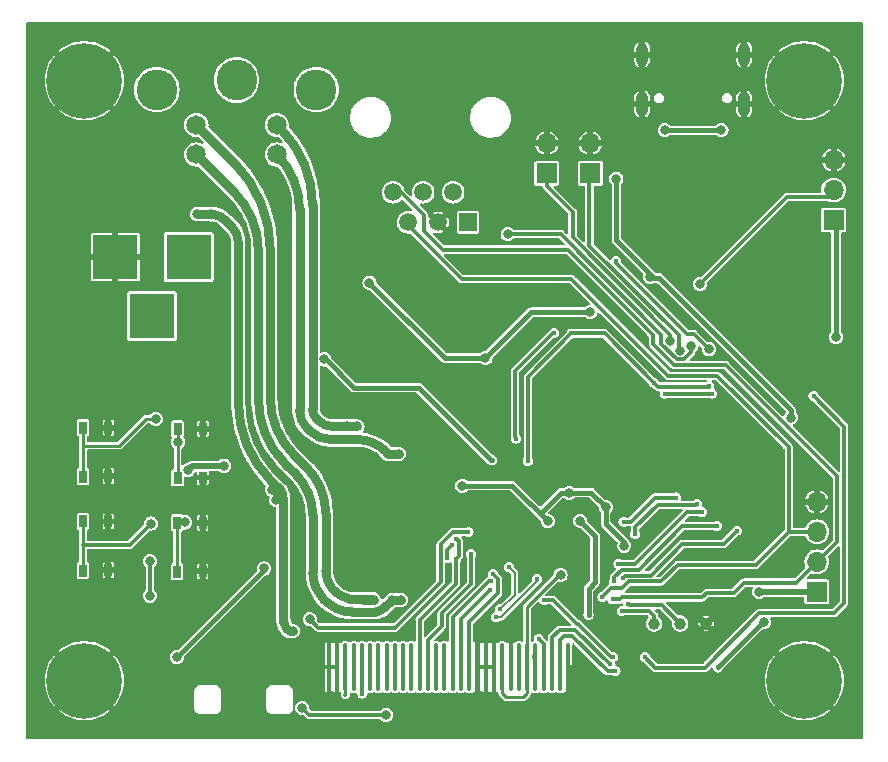
<source format=gbr>
%TF.GenerationSoftware,KiCad,Pcbnew,7.0.7-7.0.7~ubuntu23.04.1*%
%TF.CreationDate,2023-08-15T02:17:23+00:00*%
%TF.ProjectId,AMFOC01,414d464f-4330-4312-9e6b-696361645f70,rev?*%
%TF.SameCoordinates,Original*%
%TF.FileFunction,Copper,L2,Bot*%
%TF.FilePolarity,Positive*%
%FSLAX46Y46*%
G04 Gerber Fmt 4.6, Leading zero omitted, Abs format (unit mm)*
G04 Created by KiCad (PCBNEW 7.0.7-7.0.7~ubuntu23.04.1) date 2023-08-15 02:17:23*
%MOMM*%
%LPD*%
G01*
G04 APERTURE LIST*
G04 Aperture macros list*
%AMRoundRect*
0 Rectangle with rounded corners*
0 $1 Rounding radius*
0 $2 $3 $4 $5 $6 $7 $8 $9 X,Y pos of 4 corners*
0 Add a 4 corners polygon primitive as box body*
4,1,4,$2,$3,$4,$5,$6,$7,$8,$9,$2,$3,0*
0 Add four circle primitives for the rounded corners*
1,1,$1+$1,$2,$3*
1,1,$1+$1,$4,$5*
1,1,$1+$1,$6,$7*
1,1,$1+$1,$8,$9*
0 Add four rect primitives between the rounded corners*
20,1,$1+$1,$2,$3,$4,$5,0*
20,1,$1+$1,$4,$5,$6,$7,0*
20,1,$1+$1,$6,$7,$8,$9,0*
20,1,$1+$1,$8,$9,$2,$3,0*%
G04 Aperture macros list end*
%TA.AperFunction,ComponentPad*%
%ADD10R,1.700000X1.700000*%
%TD*%
%TA.AperFunction,ComponentPad*%
%ADD11O,1.700000X1.700000*%
%TD*%
%TA.AperFunction,ComponentPad*%
%ADD12C,0.800000*%
%TD*%
%TA.AperFunction,ComponentPad*%
%ADD13C,6.400000*%
%TD*%
%TA.AperFunction,ComponentPad*%
%ADD14R,1.520000X1.520000*%
%TD*%
%TA.AperFunction,ComponentPad*%
%ADD15C,1.520000*%
%TD*%
%TA.AperFunction,ComponentPad*%
%ADD16C,1.650000*%
%TD*%
%TA.AperFunction,ComponentPad*%
%ADD17C,3.450000*%
%TD*%
%TA.AperFunction,ComponentPad*%
%ADD18C,0.500000*%
%TD*%
%TA.AperFunction,SMDPad,CuDef*%
%ADD19R,5.000000X5.000000*%
%TD*%
%TA.AperFunction,ComponentPad*%
%ADD20O,1.000000X2.000000*%
%TD*%
%TA.AperFunction,ComponentPad*%
%ADD21O,1.050000X2.100000*%
%TD*%
%TA.AperFunction,ComponentPad*%
%ADD22R,3.810000X3.810000*%
%TD*%
%TA.AperFunction,SMDPad,CuDef*%
%ADD23R,0.650000X1.050000*%
%TD*%
%TA.AperFunction,SMDPad,CuDef*%
%ADD24C,1.000000*%
%TD*%
%TA.AperFunction,SMDPad,CuDef*%
%ADD25RoundRect,0.087500X0.087500X1.912500X-0.087500X1.912500X-0.087500X-1.912500X0.087500X-1.912500X0*%
%TD*%
%TA.AperFunction,ViaPad*%
%ADD26C,0.450000*%
%TD*%
%TA.AperFunction,ViaPad*%
%ADD27C,0.800000*%
%TD*%
%TA.AperFunction,ViaPad*%
%ADD28C,0.350000*%
%TD*%
%TA.AperFunction,Conductor*%
%ADD29C,0.400000*%
%TD*%
%TA.AperFunction,Conductor*%
%ADD30C,0.250000*%
%TD*%
%TA.AperFunction,Conductor*%
%ADD31C,0.500000*%
%TD*%
%TA.AperFunction,Conductor*%
%ADD32C,0.800000*%
%TD*%
%TA.AperFunction,Conductor*%
%ADD33C,0.300000*%
%TD*%
%TA.AperFunction,Conductor*%
%ADD34C,0.200000*%
%TD*%
G04 APERTURE END LIST*
D10*
%TO.P,J9,1,Pin_1*%
%TO.N,/ADC2*%
X47820000Y-12830000D03*
D11*
%TO.P,J9,2,Pin_2*%
%TO.N,GND*%
X47820000Y-10290000D03*
%TD*%
D12*
%TO.P,H4,1,1*%
%TO.N,GND*%
X63540000Y-4980000D03*
X64242944Y-3282944D03*
X64242944Y-6677056D03*
X65940000Y-2580000D03*
D13*
X65940000Y-4980000D03*
D12*
X65940000Y-7380000D03*
X67637056Y-3282944D03*
X67637056Y-6677056D03*
X68340000Y-4980000D03*
%TD*%
D14*
%TO.P,J6,1,Pin_1*%
%TO.N,/LED1B_OUT*%
X37470000Y-16970000D03*
D15*
%TO.P,J6,2,Pin_2*%
%TO.N,/LED1A_OUT*%
X36200000Y-14430000D03*
%TO.P,J6,3,Pin_3*%
%TO.N,GND*%
X34930000Y-16970000D03*
%TO.P,J6,4,Pin_4*%
%TO.N,Net-(J6-Pin_4)*%
X33660000Y-14430000D03*
%TO.P,J6,5,Pin_5*%
%TO.N,/TX{slash}SDA*%
X32390000Y-16970000D03*
%TO.P,J6,6,Pin_6*%
%TO.N,/RX{slash}SCL*%
X31120000Y-14430000D03*
%TD*%
D16*
%TO.P,J12,1*%
%TO.N,/M_B1*%
X21270000Y-11229492D03*
%TO.P,J12,2*%
%TO.N,/M_A1*%
X14470000Y-11229492D03*
%TO.P,J12,3*%
%TO.N,/M_B2*%
X21270000Y-8729492D03*
%TO.P,J12,4*%
%TO.N,/M_A2*%
X14470000Y-8729492D03*
D17*
%TO.P,J12,MH1*%
%TO.N,N/C*%
X24620000Y-5729492D03*
X17870000Y-4929492D03*
X11120000Y-5729492D03*
%TD*%
D18*
%TO.P,U7,49,EP*%
%TO.N,GND*%
X31550000Y-45410000D03*
X31550000Y-44285000D03*
X31550000Y-43160000D03*
X31550000Y-42035000D03*
X31550000Y-40910000D03*
X30425000Y-45410000D03*
X30425000Y-44285000D03*
X30425000Y-43160000D03*
X30425000Y-42035000D03*
X30425000Y-40910000D03*
X29300000Y-45410000D03*
X29300000Y-44285000D03*
X29300000Y-43160000D03*
D19*
X29300000Y-43160000D03*
D18*
X29300000Y-42035000D03*
X29300000Y-40910000D03*
X28175000Y-45410000D03*
X28175000Y-44285000D03*
X28175000Y-43160000D03*
X28175000Y-42035000D03*
X28175000Y-40910000D03*
X27050000Y-45410000D03*
X27050000Y-44285000D03*
X27050000Y-43160000D03*
X27050000Y-42035000D03*
X27050000Y-40910000D03*
%TD*%
D10*
%TO.P,J7,1,Pin_1*%
%TO.N,+3V3*%
X68420000Y-16780000D03*
D11*
%TO.P,J7,2,Pin_2*%
%TO.N,/ADC1*%
X68420000Y-14240000D03*
%TO.P,J7,3,Pin_3*%
%TO.N,GND*%
X68420000Y-11700000D03*
%TD*%
D10*
%TO.P,J11,1,Pin_1*%
%TO.N,+3V3*%
X67000000Y-48260000D03*
D11*
%TO.P,J11,2,Pin_2*%
%TO.N,/RX{slash}SCL*%
X67000000Y-45720000D03*
%TO.P,J11,3,Pin_3*%
%TO.N,/TX{slash}SDA*%
X67000000Y-43180000D03*
%TO.P,J11,4,Pin_4*%
%TO.N,GND*%
X67000000Y-40640000D03*
%TD*%
D20*
%TO.P,J2,G1,SHIELD*%
%TO.N,GND*%
X60840000Y-2780000D03*
%TO.P,J2,G2,SHIELD*%
X52200000Y-2780000D03*
D21*
%TO.P,J2,G3,SHIELD*%
X60840000Y-6960000D03*
%TO.P,J2,G4,SHIELD*%
X52200000Y-6960000D03*
%TD*%
D12*
%TO.P,H3,1,1*%
%TO.N,GND*%
X2580000Y-4980000D03*
X3282944Y-3282944D03*
X3282944Y-6677056D03*
X4980000Y-2580000D03*
D13*
X4980000Y-4980000D03*
D12*
X4980000Y-7380000D03*
X6677056Y-3282944D03*
X6677056Y-6677056D03*
X7380000Y-4980000D03*
%TD*%
D10*
%TO.P,J10,1,Pin_1*%
%TO.N,/ADC3*%
X44120000Y-12830000D03*
D11*
%TO.P,J10,2,Pin_2*%
%TO.N,GND*%
X44120000Y-10290000D03*
%TD*%
D12*
%TO.P,H2,1,1*%
%TO.N,GND*%
X2580000Y-55780000D03*
X3282944Y-54082944D03*
X3282944Y-57477056D03*
X4980000Y-53380000D03*
D13*
X4980000Y-55780000D03*
D12*
X4980000Y-58180000D03*
X6677056Y-54082944D03*
X6677056Y-57477056D03*
X7380000Y-55780000D03*
%TD*%
D22*
%TO.P,J1,1*%
%TO.N,Net-(F1-Pad1)*%
X13810000Y-19900000D03*
%TO.P,J1,2*%
%TO.N,GND*%
X7610000Y-19900000D03*
%TO.P,J1,3*%
%TO.N,N/C*%
X10710000Y-24900000D03*
%TD*%
D12*
%TO.P,H1,1,1*%
%TO.N,GND*%
X63540000Y-55780000D03*
X64242944Y-54082944D03*
X64242944Y-57477056D03*
X65940000Y-53380000D03*
D13*
X65940000Y-55780000D03*
D12*
X65940000Y-58180000D03*
X67637056Y-54082944D03*
X67637056Y-57477056D03*
X68340000Y-55780000D03*
%TD*%
D23*
%TO.P,SW5,1,1*%
%TO.N,Net-(R24-Pad1)*%
X4845000Y-42305000D03*
X4845000Y-46455000D03*
%TO.P,SW5,2,2*%
%TO.N,GND*%
X6995000Y-42305000D03*
X6995000Y-46430000D03*
%TD*%
D24*
%TO.P,J5,1,Pin_1*%
%TO.N,GND*%
X57623800Y-50950263D03*
%TD*%
D23*
%TO.P,SW2,1,1*%
%TO.N,Net-(R18-Pad1)*%
X12870000Y-34455000D03*
X12870000Y-38605000D03*
%TO.P,SW2,2,2*%
%TO.N,GND*%
X15020000Y-34455000D03*
X15020000Y-38580000D03*
%TD*%
D24*
%TO.P,J3,1,Pin_1*%
%TO.N,/SCLK*%
X53223800Y-50950263D03*
%TD*%
D25*
%TO.P,J8,1*%
%TO.N,GND*%
X45970000Y-54635000D03*
%TO.P,J8,2*%
%TO.N,Net-(C21-Pad2)*%
X45270000Y-54635000D03*
%TO.P,J8,3*%
%TO.N,Net-(C21-Pad1)*%
X44570000Y-54635000D03*
%TO.P,J8,4*%
%TO.N,Net-(C22-Pad2)*%
X43870000Y-54635000D03*
%TO.P,J8,5*%
%TO.N,Net-(C22-Pad1)*%
X43170000Y-54635000D03*
%TO.P,J8,6*%
%TO.N,+3V3*%
X42470000Y-54635000D03*
%TO.P,J8,7*%
%TO.N,unconnected-(J8-Pad7)*%
X41770000Y-54635000D03*
%TO.P,J8,8*%
%TO.N,GND*%
X41070000Y-54635000D03*
%TO.P,J8,9*%
%TO.N,+3V3*%
X40370000Y-54635000D03*
%TO.P,J8,10*%
%TO.N,GND*%
X39670000Y-54635000D03*
%TO.P,J8,11*%
X38970000Y-54635000D03*
%TO.P,J8,12*%
X38270000Y-54635000D03*
%TO.P,J8,13*%
%TO.N,/LCD_CS*%
X37570000Y-54635000D03*
%TO.P,J8,14*%
%TO.N,/LCD_RST*%
X36870000Y-54635000D03*
%TO.P,J8,15*%
%TO.N,/LCD_DC*%
X36170000Y-54635000D03*
%TO.P,J8,16*%
%TO.N,unconnected-(J8-Pad16)*%
X35470000Y-54635000D03*
%TO.P,J8,17*%
%TO.N,unconnected-(J8-Pad17)*%
X34770000Y-54635000D03*
%TO.P,J8,18*%
%TO.N,/LCD_CLK*%
X34070000Y-54635000D03*
%TO.P,J8,19*%
%TO.N,/LCD_DIN*%
X33370000Y-54635000D03*
%TO.P,J8,20*%
%TO.N,unconnected-(J8-Pad20)*%
X32670000Y-54635000D03*
%TO.P,J8,21*%
%TO.N,unconnected-(J8-Pad21)*%
X31970000Y-54635000D03*
%TO.P,J8,22*%
%TO.N,unconnected-(J8-Pad22)*%
X31270000Y-54635000D03*
%TO.P,J8,23*%
%TO.N,unconnected-(J8-Pad23)*%
X30570000Y-54635000D03*
%TO.P,J8,24*%
%TO.N,unconnected-(J8-Pad24)*%
X29870000Y-54635000D03*
%TO.P,J8,25*%
%TO.N,unconnected-(J8-Pad25)*%
X29170000Y-54635000D03*
%TO.P,J8,26*%
%TO.N,Net-(J8-Pad26)*%
X28470000Y-54635000D03*
%TO.P,J8,27*%
%TO.N,Net-(C23-Pad2)*%
X27770000Y-54635000D03*
%TO.P,J8,28*%
%TO.N,Net-(C24-Pad2)*%
X27070000Y-54635000D03*
%TO.P,J8,29*%
%TO.N,GND*%
X26370000Y-54635000D03*
%TO.P,J8,30*%
X25670000Y-54635000D03*
%TD*%
D23*
%TO.P,SW4,1,1*%
%TO.N,Net-(R23-Pad1)*%
X4870000Y-34355000D03*
X4870000Y-38505000D03*
%TO.P,SW4,2,2*%
%TO.N,GND*%
X7020000Y-34355000D03*
X7020000Y-38480000D03*
%TD*%
%TO.P,SW3,1,1*%
%TO.N,Net-(R19-Pad1)*%
X12845000Y-42405000D03*
X12845000Y-46555000D03*
%TO.P,SW3,2,2*%
%TO.N,GND*%
X14995000Y-42405000D03*
X14995000Y-46530000D03*
%TD*%
D24*
%TO.P,J4,1,Pin_1*%
%TO.N,/SWD*%
X55423800Y-50950263D03*
%TD*%
D26*
%TO.N,GND*%
X43135500Y-50690000D03*
D27*
X45120000Y-30180000D03*
X20020000Y-40780000D03*
X46700000Y-43660000D03*
X33820000Y-46750000D03*
D26*
X43120000Y-51580000D03*
D27*
X51620000Y-30880000D03*
X10220000Y-52980000D03*
X45800000Y-44560000D03*
X46320000Y-54980000D03*
X48520000Y-28880000D03*
X16920000Y-42080000D03*
X58020000Y-49082766D03*
X33120000Y-39080000D03*
D26*
X34420000Y-50780000D03*
D27*
X35320000Y-42080000D03*
D26*
X35720000Y-46980000D03*
D27*
X40720000Y-20380000D03*
X31220000Y-26080000D03*
D26*
X23320000Y-43780000D03*
D27*
X7520000Y-51580000D03*
X19320000Y-54980000D03*
X41000000Y-22960000D03*
X53470000Y-22760000D03*
X44900000Y-44560000D03*
X61820000Y-43680000D03*
X24020000Y-36080000D03*
D28*
X25120000Y-57780000D03*
D27*
X58220000Y-47480000D03*
X27820000Y-36380000D03*
X16020000Y-30930000D03*
X34120000Y-35380000D03*
X61920000Y-36480000D03*
X54320000Y-33380000D03*
X28920000Y-29080000D03*
X46700000Y-45460000D03*
X23420000Y-53080000D03*
D26*
X46720000Y-53280000D03*
D27*
X45800000Y-43660000D03*
X40820000Y-51280000D03*
X32920000Y-46750000D03*
X25480000Y-26730000D03*
X47400000Y-30260000D03*
X21920000Y-31780000D03*
X46700000Y-44560000D03*
X17120000Y-45080000D03*
X20820000Y-50180000D03*
D26*
X53620000Y-10480000D03*
X22920000Y-41880000D03*
D27*
X44900000Y-43660000D03*
X33270000Y-28730000D03*
X32370000Y-22180000D03*
X20020000Y-41980000D03*
X52120000Y-51950000D03*
X16020000Y-28580500D03*
X44900000Y-45460000D03*
X45800000Y-45460000D03*
X23020000Y-47180000D03*
X60920000Y-49480000D03*
%TO.N,+3V3*%
X45296850Y-46849502D03*
X36970000Y-39280000D03*
X16820000Y-37580000D03*
X49120000Y-41080000D03*
X13776559Y-37934428D03*
X68620000Y-26680000D03*
X62120000Y-48259500D03*
X44220000Y-42280000D03*
X46025212Y-39868941D03*
X50685097Y-44349500D03*
D26*
%TO.N,+1V1*%
X47670000Y-50204500D03*
D27*
X46960263Y-42240163D03*
%TO.N,+12V*%
X20846176Y-39606176D03*
X22620000Y-51580000D03*
X21220000Y-40480000D03*
X21920000Y-50880000D03*
X14520000Y-16280000D03*
X15720000Y-16300000D03*
%TO.N,+5VD*%
X54120000Y-9180000D03*
X58920000Y-9180000D03*
%TO.N,/ADC2*%
X55444920Y-27830500D03*
D26*
%TO.N,/RX{slash}SCL*%
X49702443Y-48900500D03*
%TO.N,Net-(C21-Pad1)*%
X49520000Y-54405500D03*
%TO.N,/TX{slash}SDA*%
X48844500Y-48694010D03*
D27*
%TO.N,/BTN_EXT*%
X40820000Y-17980000D03*
X56370000Y-27430000D03*
D26*
%TO.N,/ADC3*%
X55070000Y-40280000D03*
D27*
X54603280Y-26996220D03*
D26*
X50631598Y-42325500D03*
%TO.N,Net-(C21-Pad2)*%
X49945500Y-54980000D03*
%TO.N,Net-(C22-Pad1)*%
X43069500Y-53805180D03*
%TO.N,Net-(C22-Pad2)*%
X43439322Y-52243871D03*
D27*
%TO.N,Net-(D4-K)*%
X30520000Y-58692000D03*
X23420000Y-58080000D03*
D26*
%TO.N,/LCD_DC*%
X39370500Y-47380000D03*
%TO.N,/LCD_CS*%
X39597888Y-46771602D03*
%TO.N,Net-(C23-Pad2)*%
X27820000Y-53180000D03*
D28*
%TO.N,Net-(C24-Pad2)*%
X27070000Y-56980000D03*
D26*
%TO.N,/LCD_RST*%
X39320000Y-48080000D03*
D27*
%TO.N,/ADC1*%
X57100000Y-22200000D03*
D26*
X56844500Y-40830000D03*
X51620000Y-43374500D03*
D27*
%TO.N,+5V*%
X20195500Y-46280000D03*
X38940000Y-28460000D03*
X47819500Y-24580000D03*
X62520000Y-50829500D03*
D26*
X58600000Y-54660000D03*
D27*
X64799977Y-33500023D03*
X50020000Y-13280000D03*
X12820000Y-53780000D03*
X52847861Y-21585754D03*
X29120000Y-22080000D03*
%TO.N,/BTN_D*%
X10520000Y-48580000D03*
D26*
X43320000Y-47180000D03*
D27*
X10520000Y-45680000D03*
D26*
X39830354Y-50396324D03*
%TO.N,/SCLK*%
X50470000Y-49880000D03*
%TO.N,/SWD*%
X51020000Y-49305500D03*
%TO.N,/BTN_C*%
X40919454Y-46174500D03*
X40191965Y-49731965D03*
D27*
%TO.N,/EXT_PWR_SENS*%
X25299500Y-28580000D03*
D26*
X39492273Y-37112227D03*
D27*
%TO.N,/MOT_EN*%
X24070000Y-50580000D03*
D26*
X37498780Y-43176153D03*
%TO.N,/SPI_CS*%
X36120000Y-44325500D03*
X35720126Y-45374500D03*
%TO.N,/LCD_CLK*%
X37697986Y-45078213D03*
%TO.N,/LCD_DIN*%
X36420000Y-45480000D03*
X36448847Y-43751153D03*
%TO.N,/BUZ_PWM*%
X66720000Y-31680000D03*
X43920000Y-48980000D03*
X49720000Y-53780000D03*
X52420000Y-53780000D03*
%TO.N,/USB_PWR_SENS*%
X50191629Y-45871578D03*
X49970000Y-20230000D03*
D27*
X57869500Y-27729500D03*
D26*
X57270000Y-41480000D03*
%TO.N,Net-(J8-Pad26)*%
X28520000Y-56880000D03*
%TO.N,/SCL1*%
X50598549Y-47053049D03*
X60220000Y-43080000D03*
%TO.N,Net-(R3-Pad1)*%
X58120000Y-31480000D03*
X54120000Y-31480000D03*
%TO.N,/SDA1*%
X49820000Y-47374500D03*
X58520000Y-42680000D03*
%TO.N,Net-(U4-~{CS})*%
X57897699Y-30869725D03*
X53220000Y-30580000D03*
X42520000Y-37180000D03*
X46220000Y-26380000D03*
D27*
%TO.N,Net-(R18-Pad1)*%
X12920000Y-35580000D03*
%TO.N,Net-(R19-Pad1)*%
X13520000Y-42380000D03*
%TO.N,Net-(R23-Pad1)*%
X11020000Y-33605000D03*
%TO.N,Net-(R24-Pad1)*%
X10620000Y-42480000D03*
D26*
%TO.N,Net-(U4-DO(IO1))*%
X44720000Y-26350000D03*
X41520000Y-35280000D03*
D27*
%TO.N,/M_A1*%
X31790000Y-48950000D03*
X31020000Y-48950000D03*
%TO.N,/M_B1*%
X31600000Y-36580000D03*
X30720000Y-36580000D03*
%TO.N,/M_A2*%
X28600000Y-48960000D03*
X29500000Y-48960000D03*
%TO.N,/M_B2*%
X28100000Y-34260000D03*
X27200000Y-34260000D03*
%TD*%
D29*
%TO.N,+3V3*%
X41220000Y-39280000D02*
X44220000Y-42280000D01*
X43620000Y-41580000D02*
X45331059Y-39868941D01*
D30*
X42445500Y-50907818D02*
X42445500Y-49547567D01*
D29*
X68720000Y-17380000D02*
X68620000Y-17480000D01*
D30*
X42470000Y-50932318D02*
X42445500Y-50907818D01*
D29*
X50685097Y-44045097D02*
X49120000Y-42480000D01*
D31*
X14105987Y-37605000D02*
X13776559Y-37934428D01*
D30*
X42470000Y-56830000D02*
X42470000Y-50932318D01*
X40370000Y-55435000D02*
X40370000Y-56830000D01*
D31*
X16795000Y-37605000D02*
X14105987Y-37605000D01*
D29*
X49120000Y-42480000D02*
X49120000Y-41080000D01*
D30*
X40720000Y-57180000D02*
X42120000Y-57180000D01*
X45143565Y-46849502D02*
X45296850Y-46849502D01*
D29*
X46025212Y-39868941D02*
X47908941Y-39868941D01*
D30*
X42445500Y-49547567D02*
X45143565Y-46849502D01*
D29*
X68620000Y-17480000D02*
X68620000Y-26680000D01*
D30*
X40370000Y-56830000D02*
X40720000Y-57180000D01*
D31*
X16820000Y-37580000D02*
X16795000Y-37605000D01*
D29*
X45331059Y-39868941D02*
X46025212Y-39868941D01*
X50685097Y-44349500D02*
X50685097Y-44045097D01*
X36970000Y-39280000D02*
X41220000Y-39280000D01*
X47908941Y-39868941D02*
X49120000Y-41080000D01*
D30*
X42120000Y-57180000D02*
X42470000Y-56830000D01*
D31*
X62120500Y-48260000D02*
X67000000Y-48260000D01*
X62120000Y-48259500D02*
X62120500Y-48260000D01*
D29*
%TO.N,+1V1*%
X48220000Y-43499900D02*
X46960263Y-42240163D01*
X47670000Y-50204500D02*
X47670000Y-47980000D01*
X48220000Y-47430000D02*
X48220000Y-43499900D01*
X47670000Y-47980000D02*
X48220000Y-47430000D01*
D31*
%TO.N,+12V*%
X21220000Y-39980000D02*
X21220000Y-40480000D01*
D32*
X15726655Y-16293345D02*
X15866319Y-16293345D01*
X17005787Y-16865787D02*
X17434214Y-17294214D01*
X15720000Y-16300000D02*
X15726655Y-16293345D01*
D31*
X20846176Y-39606176D02*
X21220000Y-39980000D01*
D32*
X22057855Y-51286719D02*
X22351136Y-51580000D01*
X14520000Y-16280000D02*
X15700000Y-16280000D01*
D31*
X21320000Y-40380000D02*
X21220000Y-40480000D01*
D32*
X20737574Y-38797574D02*
X21527107Y-39587107D01*
X21820000Y-40294214D02*
X21820000Y-50635786D01*
X15700000Y-16280000D02*
X15720000Y-16300000D01*
X22351136Y-51580000D02*
X22620000Y-51580000D01*
X18020000Y-18708427D02*
X18020000Y-32236771D01*
X21819990Y-40294214D02*
G75*
G03*
X21527107Y-39587107I-999990J14D01*
G01*
X18020028Y-32236771D02*
G75*
G03*
X20737574Y-38797574I9278372J-29D01*
G01*
X21820019Y-50635786D02*
G75*
G03*
X22057855Y-51286719I1018681J3286D01*
G01*
X18019980Y-18708427D02*
G75*
G03*
X17434213Y-17294215I-1999980J27D01*
G01*
X17005769Y-16865805D02*
G75*
G03*
X15866319Y-16293346I-1424169J-1414495D01*
G01*
D29*
%TO.N,+5VD*%
X54120000Y-9180000D02*
X58920000Y-9180000D01*
D33*
%TO.N,/ADC2*%
X55444920Y-27830500D02*
X55353280Y-27738860D01*
X47740000Y-18943540D02*
X47740000Y-12760000D01*
X55353280Y-27738860D02*
X55353280Y-26556820D01*
X55353280Y-26556820D02*
X47740000Y-18943540D01*
%TO.N,/RX{slash}SCL*%
X65240000Y-47480000D02*
X67000000Y-45720000D01*
X50520000Y-48730000D02*
X57312105Y-48730000D01*
X31160000Y-14279492D02*
X31619492Y-14279492D01*
X57312105Y-48730000D02*
X57709339Y-48332766D01*
X54920000Y-29080000D02*
X59320000Y-29080000D01*
X68720000Y-38480000D02*
X68720000Y-44000000D01*
X33720000Y-16380000D02*
X33720000Y-17680000D01*
X35320000Y-19280000D02*
X45920000Y-19280000D01*
X31619492Y-14279492D02*
X33720000Y-16380000D01*
X60820000Y-47480000D02*
X65240000Y-47480000D01*
X53120000Y-27280000D02*
X54920000Y-29080000D01*
X59320000Y-29080000D02*
X68720000Y-38480000D01*
X59967234Y-48332766D02*
X60820000Y-47480000D01*
X68720000Y-44000000D02*
X67000000Y-45720000D01*
X50349500Y-48900500D02*
X50520000Y-48730000D01*
X49702443Y-48900500D02*
X50349500Y-48900500D01*
X33720000Y-17680000D02*
X35320000Y-19280000D01*
X57709339Y-48332766D02*
X59967234Y-48332766D01*
X45920000Y-19280000D02*
X53120000Y-26480000D01*
X53120000Y-26480000D02*
X53120000Y-27280000D01*
%TO.N,Net-(C21-Pad1)*%
X49520000Y-54405500D02*
X49452606Y-54405500D01*
X46527106Y-51480000D02*
X45212894Y-51480000D01*
X44570000Y-52122894D02*
X44570000Y-55435000D01*
X45212894Y-51480000D02*
X44570000Y-52122894D01*
X49452606Y-54405500D02*
X46527106Y-51480000D01*
%TO.N,/TX{slash}SDA*%
X58570000Y-29980000D02*
X64620000Y-36030000D01*
X51084771Y-47380000D02*
X53820000Y-47380000D01*
X36920000Y-21780000D02*
X46220000Y-21780000D01*
X61820000Y-45980000D02*
X64620000Y-43180000D01*
X64620000Y-36030000D02*
X64620000Y-43180000D01*
X50515271Y-47949500D02*
X51084771Y-47380000D01*
X32430000Y-16819492D02*
X32430000Y-17290000D01*
X48844500Y-48655500D02*
X49550500Y-47949500D01*
X49550500Y-47949500D02*
X50515271Y-47949500D01*
X54420000Y-29980000D02*
X58570000Y-29980000D01*
X46220000Y-21780000D02*
X54420000Y-29980000D01*
X67000000Y-43180000D02*
X64620000Y-43180000D01*
X48844500Y-48694010D02*
X48844500Y-48655500D01*
X32430000Y-17290000D02*
X36920000Y-21780000D01*
X55220000Y-45980000D02*
X61820000Y-45980000D01*
X53820000Y-47380000D02*
X55220000Y-45980000D01*
%TO.N,/BTN_EXT*%
X45327106Y-17980000D02*
X40820000Y-17980000D01*
X55127106Y-28580000D02*
X53820000Y-27272894D01*
X55756081Y-28580000D02*
X55127106Y-28580000D01*
X53820000Y-27272894D02*
X53820000Y-26472894D01*
X56370000Y-27430000D02*
X56370000Y-27966081D01*
X56370000Y-27966081D02*
X55756081Y-28580000D01*
X53820000Y-26472894D02*
X45327106Y-17980000D01*
%TO.N,/ADC3*%
X55070000Y-40280000D02*
X53271472Y-40280000D01*
X51225972Y-42325500D02*
X50631598Y-42325500D01*
X54603280Y-26513926D02*
X46320000Y-18230646D01*
X44120000Y-13880000D02*
X44120000Y-12780000D01*
X46320000Y-16080000D02*
X44120000Y-13880000D01*
X53271472Y-40280000D02*
X51225972Y-42325500D01*
X46320000Y-18230646D02*
X46320000Y-16080000D01*
X54603280Y-26996220D02*
X54603280Y-26513926D01*
%TO.N,Net-(C21-Pad2)*%
X49945000Y-54980500D02*
X49281827Y-54980500D01*
X45620000Y-51980000D02*
X45270000Y-52330000D01*
X49281827Y-54980500D02*
X46281327Y-51980000D01*
X46281327Y-51980000D02*
X45620000Y-51980000D01*
X45270000Y-52330000D02*
X45270000Y-55435000D01*
X49945500Y-54980000D02*
X49945000Y-54980500D01*
%TO.N,Net-(C22-Pad2)*%
X43870000Y-52674549D02*
X43870000Y-55435000D01*
X43439322Y-52243871D02*
X43870000Y-52674549D01*
%TO.N,Net-(D4-K)*%
X30508000Y-58680000D02*
X24020000Y-58680000D01*
X30520000Y-58692000D02*
X30508000Y-58680000D01*
X24020000Y-58680000D02*
X23420000Y-58080000D01*
%TO.N,/LCD_DC*%
X39370500Y-47380000D02*
X39206827Y-47380000D01*
X36170000Y-50416827D02*
X36170000Y-55435000D01*
X39206827Y-47380000D02*
X36170000Y-50416827D01*
%TO.N,/LCD_CS*%
X37570000Y-50830000D02*
X37570000Y-55435000D01*
X40020000Y-47193714D02*
X40020000Y-48380000D01*
X39597888Y-46771602D02*
X40020000Y-47193714D01*
X40020000Y-48380000D02*
X37570000Y-50830000D01*
D30*
%TO.N,Net-(C24-Pad2)*%
X27070000Y-56980000D02*
X27070000Y-55435000D01*
D33*
%TO.N,/LCD_RST*%
X39320000Y-48080000D02*
X36870000Y-50530000D01*
X36870000Y-50530000D02*
X36870000Y-55435000D01*
%TO.N,/ADC1*%
X64480000Y-14820000D02*
X68420000Y-14820000D01*
X53520000Y-40880000D02*
X51620000Y-42780000D01*
X56844500Y-40830000D02*
X56794500Y-40880000D01*
X51620000Y-42780000D02*
X51620000Y-43374500D01*
X57100000Y-22200000D02*
X64480000Y-14820000D01*
X56794500Y-40880000D02*
X53520000Y-40880000D01*
D29*
%TO.N,+5V*%
X38940000Y-28460000D02*
X35500000Y-28460000D01*
X50020000Y-13280000D02*
X50020000Y-18475871D01*
X42820000Y-24580000D02*
X47819500Y-24580000D01*
X35500000Y-28460000D02*
X29120000Y-22080000D01*
X38940000Y-28460000D02*
X42820000Y-24580000D01*
X62520000Y-50829500D02*
X62430500Y-50829500D01*
X20195500Y-46404500D02*
X12820000Y-53780000D01*
X64799977Y-32839977D02*
X64799977Y-33500023D01*
D33*
X20195500Y-46280000D02*
X20195500Y-46404500D01*
D29*
X50020000Y-18475871D02*
X53214129Y-21670000D01*
X53630000Y-21670000D02*
X64799977Y-32839977D01*
X53214129Y-21670000D02*
X53630000Y-21670000D01*
X62430500Y-50829500D02*
X58600000Y-54660000D01*
D33*
%TO.N,/BTN_D*%
X10520000Y-45680000D02*
X10520000Y-48580000D01*
D34*
X40269362Y-50396324D02*
X43320000Y-47345686D01*
X43320000Y-47345686D02*
X43320000Y-47180000D01*
X39830354Y-50396324D02*
X40269362Y-50396324D01*
D33*
%TO.N,/SCLK*%
X52820000Y-49880000D02*
X53223800Y-50283800D01*
X50470000Y-49880000D02*
X52820000Y-49880000D01*
X53223800Y-50283800D02*
X53223800Y-50950263D01*
%TO.N,/SWD*%
X53853537Y-49380000D02*
X55423800Y-50950263D01*
X51094500Y-49380000D02*
X53853537Y-49380000D01*
X51020000Y-49305500D02*
X51094500Y-49380000D01*
D34*
%TO.N,/BTN_C*%
X40191965Y-49731965D02*
X41420000Y-48503930D01*
X41420000Y-48503930D02*
X41420000Y-46675046D01*
X41420000Y-46675046D02*
X40919454Y-46174500D01*
D29*
%TO.N,/EXT_PWR_SENS*%
X25420000Y-28580000D02*
X27820000Y-30980000D01*
X27820000Y-30980000D02*
X33279021Y-30980000D01*
X25299500Y-28580000D02*
X25420000Y-28580000D01*
X39411248Y-37112227D02*
X39492273Y-37112227D01*
X33279021Y-30980000D02*
X39411248Y-37112227D01*
D33*
%TO.N,/MOT_EN*%
X36210674Y-43176153D02*
X37498780Y-43176153D01*
X35145126Y-44241701D02*
X36210674Y-43176153D01*
X24070000Y-50580000D02*
X24770000Y-51280000D01*
X35145126Y-47454874D02*
X35145126Y-44241701D01*
X31320000Y-51280000D02*
X35145126Y-47454874D01*
X24770000Y-51280000D02*
X31320000Y-51280000D01*
%TO.N,/SPI_CS*%
X36120000Y-44325500D02*
X35720126Y-44725374D01*
X35720126Y-44725374D02*
X35720126Y-45374500D01*
%TO.N,/LCD_CLK*%
X34070000Y-52330000D02*
X35220000Y-51180000D01*
X35220000Y-51180000D02*
X35220000Y-50080000D01*
X34070000Y-55435000D02*
X34070000Y-52330000D01*
X37697986Y-47602014D02*
X37697986Y-45078213D01*
X35220000Y-50080000D02*
X37697986Y-47602014D01*
%TO.N,/LCD_DIN*%
X36695000Y-43997306D02*
X36448847Y-43751153D01*
X33370000Y-50630000D02*
X33370000Y-55435000D01*
X36420000Y-47580000D02*
X33370000Y-50630000D01*
X36420000Y-45480000D02*
X36420000Y-47580000D01*
X36420000Y-45480000D02*
X36695000Y-45205000D01*
X36695000Y-45205000D02*
X36695000Y-43997306D01*
%TO.N,/BUZ_PWM*%
X62119339Y-50080000D02*
X57519339Y-54680000D01*
X44677106Y-48980000D02*
X46677106Y-50980000D01*
X46677106Y-50980000D02*
X46734212Y-50980000D01*
X68420000Y-50080000D02*
X62119339Y-50080000D01*
X49534212Y-53780000D02*
X49720000Y-53780000D01*
X43920000Y-48980000D02*
X44677106Y-48980000D01*
X53320000Y-54680000D02*
X52420000Y-53780000D01*
X69320000Y-34280000D02*
X69320000Y-49180000D01*
X57519339Y-54680000D02*
X53320000Y-54680000D01*
X66720000Y-31680000D02*
X69320000Y-34280000D01*
X46734212Y-50980000D02*
X49534212Y-53780000D01*
X69320000Y-49180000D02*
X68420000Y-50080000D01*
%TO.N,/USB_PWR_SENS*%
X56020000Y-41480000D02*
X57270000Y-41480000D01*
X50200051Y-45880000D02*
X51620000Y-45880000D01*
X50191629Y-45871578D02*
X50200051Y-45880000D01*
X56040000Y-26450000D02*
X49970000Y-20380000D01*
X57869500Y-27729500D02*
X56590000Y-26450000D01*
X51620000Y-45880000D02*
X56020000Y-41480000D01*
X56590000Y-26450000D02*
X56040000Y-26450000D01*
X49970000Y-20380000D02*
X49970000Y-20230000D01*
%TO.N,Net-(J8-Pad26)*%
X28470000Y-54635000D02*
X28470000Y-56830000D01*
X28470000Y-56830000D02*
X28520000Y-56880000D01*
%TO.N,/SCL1*%
X59120000Y-44180000D02*
X60220000Y-43080000D01*
X50771598Y-46880000D02*
X52920000Y-46880000D01*
X52920000Y-46880000D02*
X55620000Y-44180000D01*
X50598549Y-47053049D02*
X50771598Y-46880000D01*
X55620000Y-44180000D02*
X59120000Y-44180000D01*
%TO.N,Net-(R3-Pad1)*%
X54120000Y-31480000D02*
X58120000Y-31480000D01*
%TO.N,/SDA1*%
X55620000Y-42680000D02*
X58520000Y-42680000D01*
X50459132Y-46380000D02*
X51920000Y-46380000D01*
X49820000Y-47374500D02*
X49820000Y-47019132D01*
X49820000Y-47019132D02*
X50459132Y-46380000D01*
X51920000Y-46380000D02*
X55620000Y-42680000D01*
%TO.N,Net-(U4-~{CS})*%
X53520000Y-30880000D02*
X53220000Y-30580000D01*
X57897699Y-30869725D02*
X57887424Y-30880000D01*
X57887424Y-30880000D02*
X53520000Y-30880000D01*
X53220000Y-30580000D02*
X49020000Y-26380000D01*
X49020000Y-26380000D02*
X46220000Y-26380000D01*
X42520000Y-30080000D02*
X46220000Y-26380000D01*
X42520000Y-37180000D02*
X42520000Y-30080000D01*
D30*
%TO.N,Net-(R18-Pad1)*%
X12870000Y-35630000D02*
X12920000Y-35580000D01*
X12870000Y-35530000D02*
X12870000Y-34455000D01*
X12870000Y-38605000D02*
X12870000Y-35630000D01*
X12920000Y-35580000D02*
X12870000Y-35530000D01*
%TO.N,Net-(R19-Pad1)*%
X12845000Y-46555000D02*
X12845000Y-42405000D01*
D33*
X12870000Y-42380000D02*
X12845000Y-42405000D01*
X13520000Y-42380000D02*
X12870000Y-42380000D01*
D30*
%TO.N,Net-(R23-Pad1)*%
X4870000Y-35880000D02*
X4870000Y-34355000D01*
X10195000Y-33605000D02*
X11020000Y-33605000D01*
X4870000Y-38505000D02*
X4870000Y-35880000D01*
X4870000Y-35880000D02*
X7920000Y-35880000D01*
X7920000Y-35880000D02*
X10195000Y-33605000D01*
D33*
%TO.N,Net-(R24-Pad1)*%
X8820000Y-44280000D02*
X4845000Y-44280000D01*
D30*
X4845000Y-44280000D02*
X4845000Y-42305000D01*
X4845000Y-46455000D02*
X4845000Y-44280000D01*
D33*
X10620000Y-42480000D02*
X8820000Y-44280000D01*
%TO.N,Net-(U4-DO(IO1))*%
X41520000Y-35280000D02*
X41420000Y-35180000D01*
X41420000Y-29580000D02*
X44650000Y-26350000D01*
X41420000Y-35180000D02*
X41420000Y-29580000D01*
X44650000Y-26350000D02*
X44720000Y-26350000D01*
D32*
%TO.N,/M_A1*%
X19720000Y-31970269D02*
X19720000Y-19406887D01*
X31020000Y-48950000D02*
X31790000Y-48950000D01*
X22887364Y-38317364D02*
X21968408Y-37398408D01*
X29595786Y-49960000D02*
X27656810Y-49960000D01*
X24320000Y-46623190D02*
X24320000Y-41776053D01*
X17650019Y-14409511D02*
X14470000Y-11229492D01*
X31020000Y-48950000D02*
X30302893Y-49667107D01*
X24320000Y-46623190D02*
G75*
G03*
X27656810Y-49960000I3336800J-10D01*
G01*
X24319957Y-41776053D02*
G75*
G03*
X22887364Y-38317364I-4891057J153D01*
G01*
X19720008Y-31970269D02*
G75*
G03*
X21968408Y-37398408I7676492J-31D01*
G01*
X29595786Y-49959990D02*
G75*
G03*
X30302893Y-49667107I14J999990D01*
G01*
X19719996Y-19406887D02*
G75*
G03*
X17650019Y-14409511I-7067396J-13D01*
G01*
%TO.N,/M_B1*%
X28025190Y-35360000D02*
X25812657Y-35360000D01*
X30720000Y-36580000D02*
X31600000Y-36580000D01*
X24059679Y-34633893D02*
X23819011Y-34393225D01*
X23200000Y-32898798D02*
X23200000Y-15888913D01*
X30720000Y-36580000D02*
X30542848Y-36402848D01*
X23199990Y-32898798D02*
G75*
G03*
X23819011Y-34393225I2113410J-2D01*
G01*
X24059698Y-34633874D02*
G75*
G03*
X25812657Y-35360000I1753002J1752974D01*
G01*
X23199992Y-15888913D02*
G75*
G03*
X21270000Y-11229492I-6589392J13D01*
G01*
X30542852Y-36402844D02*
G75*
G03*
X28025190Y-35360000I-2517652J-2517656D01*
G01*
%TO.N,/M_A2*%
X25420000Y-41628146D02*
X25420000Y-46470738D01*
X27358737Y-48836236D02*
X29376236Y-48836236D01*
X20720000Y-19317289D02*
X20720000Y-31822618D01*
X29500000Y-48960000D02*
X28600000Y-48960000D01*
X14470000Y-8729492D02*
X17652714Y-11912206D01*
X22719261Y-36649261D02*
X23809107Y-37739107D01*
X29376236Y-48836236D02*
X29500000Y-48960000D01*
X20719998Y-19317289D02*
G75*
G03*
X17652714Y-11912206I-10472398J-11D01*
G01*
X25419976Y-41628146D02*
G75*
G03*
X23809107Y-37739107I-5499876J46D01*
G01*
X25420037Y-46470738D02*
G75*
G03*
X27358737Y-48836236I2414963J2038D01*
G01*
X20719987Y-31822618D02*
G75*
G03*
X22719262Y-36649260I6825913J18D01*
G01*
%TO.N,/M_B2*%
X28100000Y-34260000D02*
X25991470Y-34260000D01*
X24300000Y-32816870D02*
X24300000Y-15531384D01*
X21632870Y-9092362D02*
X21270000Y-8729492D01*
X24811056Y-33771056D02*
X24613340Y-33573340D01*
X24811083Y-33771029D02*
G75*
G03*
X25991470Y-34260000I1180417J1180329D01*
G01*
X24300026Y-15531384D02*
G75*
G03*
X21632869Y-9092363I-9106126J-16D01*
G01*
X24300019Y-32816870D02*
G75*
G03*
X24613341Y-33573339I1069781J-30D01*
G01*
%TD*%
%TA.AperFunction,Conductor*%
%TO.N,GND*%
G36*
X34700000Y-40060000D02*
G01*
X34700000Y-46260000D01*
X32400000Y-48360000D01*
X31909120Y-48360000D01*
X31790001Y-48344318D01*
X31789999Y-48344318D01*
X31753859Y-48349076D01*
X31747391Y-48349500D01*
X31062609Y-48349500D01*
X31056141Y-48349076D01*
X31020001Y-48344318D01*
X31019999Y-48344318D01*
X30900879Y-48360000D01*
X29742023Y-48360000D01*
X29679077Y-48311700D01*
X29679076Y-48311699D01*
X29679074Y-48311698D01*
X29533002Y-48251193D01*
X29532994Y-48251191D01*
X29415597Y-48235736D01*
X29376236Y-48230554D01*
X29376235Y-48230554D01*
X29340095Y-48235312D01*
X29333627Y-48235736D01*
X27447365Y-48235736D01*
X27421237Y-48232226D01*
X27240609Y-48182801D01*
X27234205Y-48180567D01*
X27011853Y-48085448D01*
X27005806Y-48082355D01*
X26798550Y-47957731D01*
X26792983Y-47953841D01*
X26611226Y-47807307D01*
X26604705Y-47802049D01*
X26599728Y-47797439D01*
X26433970Y-47621332D01*
X26429665Y-47616079D01*
X26426012Y-47610940D01*
X26289541Y-47418965D01*
X26286003Y-47413186D01*
X26174141Y-47198763D01*
X26171422Y-47192547D01*
X26089924Y-46964841D01*
X26088081Y-46958315D01*
X26038478Y-46721597D01*
X26037547Y-46714891D01*
X26020616Y-46471379D01*
X26020500Y-46468006D01*
X26020500Y-41588785D01*
X26020499Y-41588777D01*
X26020499Y-41587516D01*
X26020476Y-41586786D01*
X26020477Y-41410274D01*
X25989394Y-40975629D01*
X25927383Y-40544310D01*
X25834760Y-40118513D01*
X25711996Y-39700409D01*
X25559717Y-39292128D01*
X25378700Y-38895750D01*
X25302959Y-38757039D01*
X26200000Y-37860000D01*
X32400000Y-37860000D01*
X34700000Y-40060000D01*
G37*
%TD.AperFunction*%
%TD*%
%TA.AperFunction,Conductor*%
%TO.N,GND*%
G36*
X6836426Y-57282871D02*
G01*
X6774601Y-57241561D01*
X6701680Y-57227056D01*
X6652432Y-57227056D01*
X6579511Y-57241561D01*
X6496816Y-57296816D01*
X6441561Y-57379511D01*
X6422158Y-57477056D01*
X6441561Y-57574601D01*
X6482871Y-57636426D01*
X5924179Y-57077734D01*
X6114870Y-56914870D01*
X6277734Y-56724179D01*
X6836426Y-57282871D01*
G37*
%TD.AperFunction*%
%TA.AperFunction,Conductor*%
G36*
X3845130Y-56914870D02*
G01*
X4035819Y-57077733D01*
X3477132Y-57636420D01*
X3518439Y-57574601D01*
X3537842Y-57477056D01*
X3518439Y-57379511D01*
X3463184Y-57296816D01*
X3380489Y-57241561D01*
X3307568Y-57227056D01*
X3258320Y-57227056D01*
X3185399Y-57241561D01*
X3123565Y-57282876D01*
X3682264Y-56724178D01*
X3845130Y-56914870D01*
G37*
%TD.AperFunction*%
%TA.AperFunction,Conductor*%
G36*
X4035820Y-54482265D02*
G01*
X3845130Y-54645130D01*
X3682265Y-54835820D01*
X3123573Y-54277128D01*
X3185399Y-54318439D01*
X3258320Y-54332944D01*
X3307568Y-54332944D01*
X3380489Y-54318439D01*
X3463184Y-54263184D01*
X3518439Y-54180489D01*
X3537842Y-54082944D01*
X3518439Y-53985399D01*
X3477128Y-53923573D01*
X4035820Y-54482265D01*
G37*
%TD.AperFunction*%
%TA.AperFunction,Conductor*%
G36*
X6441561Y-53985399D02*
G01*
X6422158Y-54082944D01*
X6441561Y-54180489D01*
X6496816Y-54263184D01*
X6579511Y-54318439D01*
X6652432Y-54332944D01*
X6701680Y-54332944D01*
X6774601Y-54318439D01*
X6836418Y-54277134D01*
X6277733Y-54835819D01*
X6114870Y-54645130D01*
X5924178Y-54482264D01*
X6482875Y-53923567D01*
X6441561Y-53985399D01*
G37*
%TD.AperFunction*%
%TA.AperFunction,Conductor*%
G36*
X67796426Y-57282871D02*
G01*
X67734601Y-57241561D01*
X67661680Y-57227056D01*
X67612432Y-57227056D01*
X67539511Y-57241561D01*
X67456816Y-57296816D01*
X67401561Y-57379511D01*
X67382158Y-57477056D01*
X67401561Y-57574601D01*
X67442871Y-57636426D01*
X66884179Y-57077734D01*
X67074870Y-56914870D01*
X67237734Y-56724179D01*
X67796426Y-57282871D01*
G37*
%TD.AperFunction*%
%TA.AperFunction,Conductor*%
G36*
X64805130Y-56914870D02*
G01*
X64995819Y-57077733D01*
X64437132Y-57636420D01*
X64478439Y-57574601D01*
X64497842Y-57477056D01*
X64478439Y-57379511D01*
X64423184Y-57296816D01*
X64340489Y-57241561D01*
X64267568Y-57227056D01*
X64218320Y-57227056D01*
X64145399Y-57241561D01*
X64083565Y-57282876D01*
X64642264Y-56724178D01*
X64805130Y-56914870D01*
G37*
%TD.AperFunction*%
%TA.AperFunction,Conductor*%
G36*
X64995820Y-54482265D02*
G01*
X64805130Y-54645130D01*
X64642265Y-54835820D01*
X64083573Y-54277128D01*
X64145399Y-54318439D01*
X64218320Y-54332944D01*
X64267568Y-54332944D01*
X64340489Y-54318439D01*
X64423184Y-54263184D01*
X64478439Y-54180489D01*
X64497842Y-54082944D01*
X64478439Y-53985399D01*
X64437128Y-53923573D01*
X64995820Y-54482265D01*
G37*
%TD.AperFunction*%
%TA.AperFunction,Conductor*%
G36*
X67401561Y-53985399D02*
G01*
X67382158Y-54082944D01*
X67401561Y-54180489D01*
X67456816Y-54263184D01*
X67539511Y-54318439D01*
X67612432Y-54332944D01*
X67661680Y-54332944D01*
X67734601Y-54318439D01*
X67796418Y-54277134D01*
X67237733Y-54835819D01*
X67074870Y-54645130D01*
X66884178Y-54482264D01*
X67442874Y-53923569D01*
X67401561Y-53985399D01*
G37*
%TD.AperFunction*%
%TA.AperFunction,Conductor*%
G36*
X43471491Y-49078643D02*
G01*
X43514755Y-49121908D01*
X43571470Y-49233217D01*
X43571472Y-49233220D01*
X43666780Y-49328528D01*
X43786874Y-49389719D01*
X43894945Y-49406835D01*
X43919999Y-49410804D01*
X43919999Y-49410803D01*
X43920000Y-49410804D01*
X44053126Y-49389719D01*
X44148173Y-49341289D01*
X44193118Y-49330500D01*
X44490916Y-49330500D01*
X44549107Y-49349407D01*
X44560920Y-49359496D01*
X46161920Y-50960496D01*
X46189697Y-51015013D01*
X46180126Y-51075445D01*
X46136861Y-51118710D01*
X46091916Y-51129500D01*
X45259507Y-51129500D01*
X45239192Y-51127393D01*
X45227579Y-51124958D01*
X45194188Y-51129120D01*
X45188063Y-51129500D01*
X45183853Y-51129500D01*
X45163367Y-51132918D01*
X45161344Y-51133213D01*
X45111502Y-51139426D01*
X45104469Y-51141519D01*
X45097510Y-51143908D01*
X45053356Y-51167804D01*
X45051537Y-51168740D01*
X45006413Y-51190799D01*
X45000436Y-51195066D01*
X44994638Y-51199580D01*
X44960633Y-51236517D01*
X44959217Y-51237992D01*
X44355118Y-51842092D01*
X44339265Y-51854965D01*
X44329335Y-51861453D01*
X44329332Y-51861455D01*
X44308664Y-51888008D01*
X44304605Y-51892606D01*
X44301619Y-51895592D01*
X44289539Y-51912512D01*
X44288318Y-51914150D01*
X44257482Y-51953768D01*
X44253981Y-51960237D01*
X44250759Y-51966829D01*
X44236426Y-52014970D01*
X44235802Y-52016917D01*
X44219500Y-52064404D01*
X44218293Y-52071637D01*
X44217383Y-52078940D01*
X44219458Y-52129127D01*
X44219500Y-52131137D01*
X44219500Y-52289360D01*
X44200593Y-52347551D01*
X44151093Y-52383515D01*
X44089907Y-52383515D01*
X44050496Y-52359364D01*
X43880661Y-52189529D01*
X43852884Y-52135012D01*
X43849041Y-52110745D01*
X43849041Y-52110744D01*
X43849040Y-52110741D01*
X43787851Y-51990653D01*
X43787850Y-51990651D01*
X43692542Y-51895343D01*
X43692539Y-51895341D01*
X43572451Y-51834153D01*
X43572449Y-51834152D01*
X43439322Y-51813067D01*
X43306194Y-51834152D01*
X43306192Y-51834153D01*
X43186104Y-51895341D01*
X43090792Y-51990653D01*
X43029604Y-52110741D01*
X43029603Y-52110743D01*
X43008518Y-52243870D01*
X43008518Y-52243871D01*
X43025680Y-52352229D01*
X43016109Y-52412661D01*
X42972844Y-52455926D01*
X42967887Y-52458281D01*
X42934488Y-52473028D01*
X42873618Y-52479236D01*
X42820725Y-52448480D01*
X42796011Y-52392508D01*
X42795500Y-52382463D01*
X42795500Y-50948682D01*
X42795687Y-50944385D01*
X42799263Y-50903511D01*
X42788638Y-50863862D01*
X42787713Y-50859683D01*
X42780588Y-50819273D01*
X42780587Y-50819271D01*
X42780587Y-50819270D01*
X42777625Y-50811130D01*
X42780128Y-50810218D01*
X42771000Y-50776137D01*
X42771000Y-49723400D01*
X42789907Y-49665209D01*
X42799990Y-49653402D01*
X43356544Y-49096847D01*
X43411059Y-49069072D01*
X43471491Y-49078643D01*
G37*
%TD.AperFunction*%
%TA.AperFunction,Conductor*%
G36*
X45792001Y-19649407D02*
G01*
X45803814Y-19659496D01*
X52740504Y-26596186D01*
X52768281Y-26650703D01*
X52769500Y-26666190D01*
X52769500Y-27233381D01*
X52767393Y-27253696D01*
X52764957Y-27265313D01*
X52769120Y-27298709D01*
X52769500Y-27304837D01*
X52769500Y-27309043D01*
X52772919Y-27329536D01*
X52773214Y-27331559D01*
X52779427Y-27381393D01*
X52781527Y-27388448D01*
X52783907Y-27395380D01*
X52807809Y-27439546D01*
X52808746Y-27441366D01*
X52830801Y-27486483D01*
X52835078Y-27492472D01*
X52839581Y-27498258D01*
X52876517Y-27532260D01*
X52877993Y-27533676D01*
X54639199Y-29294881D01*
X54652074Y-29310737D01*
X54658563Y-29320669D01*
X54685110Y-29341332D01*
X54689708Y-29345392D01*
X54692688Y-29348371D01*
X54692691Y-29348373D01*
X54692693Y-29348375D01*
X54709619Y-29360460D01*
X54711248Y-29361675D01*
X54750873Y-29392517D01*
X54757323Y-29396007D01*
X54763930Y-29399237D01*
X54763933Y-29399239D01*
X54763935Y-29399239D01*
X54763936Y-29399240D01*
X54812039Y-29413561D01*
X54813987Y-29414185D01*
X54842386Y-29423934D01*
X54861512Y-29430500D01*
X54861513Y-29430500D01*
X54868736Y-29431705D01*
X54873183Y-29432260D01*
X54876156Y-29433652D01*
X54882754Y-29434614D01*
X54883903Y-29434956D01*
X54883295Y-29436997D01*
X54884209Y-29437425D01*
X54900998Y-29431585D01*
X54901309Y-29431572D01*
X54926232Y-29430541D01*
X54928244Y-29430500D01*
X58584911Y-29430500D01*
X58604437Y-29436844D01*
X58629060Y-29430500D01*
X59133810Y-29430500D01*
X59192001Y-29449407D01*
X59203814Y-29459496D01*
X68340504Y-38596186D01*
X68368281Y-38650703D01*
X68369500Y-38666190D01*
X68369500Y-43813809D01*
X68350593Y-43872000D01*
X68340504Y-43883813D01*
X67503912Y-44720404D01*
X67449395Y-44748181D01*
X67405170Y-44745137D01*
X67205934Y-44684699D01*
X67205929Y-44684698D01*
X67000003Y-44664417D01*
X66999997Y-44664417D01*
X66794070Y-44684698D01*
X66794065Y-44684699D01*
X66596045Y-44744768D01*
X66413547Y-44842316D01*
X66253595Y-44973585D01*
X66253585Y-44973595D01*
X66122316Y-45133547D01*
X66024768Y-45316045D01*
X65964699Y-45514065D01*
X65964698Y-45514070D01*
X65944417Y-45719996D01*
X65944417Y-45720003D01*
X65964698Y-45925929D01*
X65964699Y-45925934D01*
X66025137Y-46125170D01*
X66023936Y-46186344D01*
X66000404Y-46223911D01*
X65123814Y-47100503D01*
X65069297Y-47128281D01*
X65053810Y-47129500D01*
X60866613Y-47129500D01*
X60846298Y-47127393D01*
X60834685Y-47124958D01*
X60801294Y-47129120D01*
X60795169Y-47129500D01*
X60790959Y-47129500D01*
X60770473Y-47132918D01*
X60768450Y-47133213D01*
X60718608Y-47139426D01*
X60711575Y-47141519D01*
X60704616Y-47143908D01*
X60660462Y-47167804D01*
X60658643Y-47168740D01*
X60613519Y-47190799D01*
X60607542Y-47195066D01*
X60601744Y-47199580D01*
X60567739Y-47236517D01*
X60566323Y-47237992D01*
X59851048Y-47953269D01*
X59796531Y-47981047D01*
X59781044Y-47982266D01*
X57755958Y-47982266D01*
X57735643Y-47980159D01*
X57724025Y-47977723D01*
X57724024Y-47977723D01*
X57690626Y-47981886D01*
X57684502Y-47982266D01*
X57680299Y-47982266D01*
X57659803Y-47985685D01*
X57657783Y-47985979D01*
X57607945Y-47992192D01*
X57600914Y-47994285D01*
X57593959Y-47996673D01*
X57549785Y-48020577D01*
X57547969Y-48021512D01*
X57503586Y-48043211D01*
X57502856Y-48043568D01*
X57502854Y-48043569D01*
X57496868Y-48047843D01*
X57491081Y-48052348D01*
X57457068Y-48089294D01*
X57455652Y-48090769D01*
X57195919Y-48350503D01*
X57141402Y-48378281D01*
X57125915Y-48379500D01*
X50821526Y-48379500D01*
X50763335Y-48360593D01*
X50727371Y-48311093D01*
X50727371Y-48249907D01*
X50748686Y-48213453D01*
X50751575Y-48210313D01*
X50767560Y-48192949D01*
X50768922Y-48191529D01*
X51200956Y-47759496D01*
X51255473Y-47731719D01*
X51270960Y-47730500D01*
X53773381Y-47730500D01*
X53793696Y-47732607D01*
X53795844Y-47733057D01*
X53805315Y-47735043D01*
X53838712Y-47730879D01*
X53844837Y-47730500D01*
X53849043Y-47730500D01*
X53861522Y-47728417D01*
X53869549Y-47727077D01*
X53871553Y-47726785D01*
X53921393Y-47720573D01*
X53921396Y-47720571D01*
X53928429Y-47718477D01*
X53935373Y-47716093D01*
X53935381Y-47716092D01*
X53979570Y-47692176D01*
X53981358Y-47691257D01*
X53984419Y-47689761D01*
X54026484Y-47669198D01*
X54026485Y-47669196D01*
X54032470Y-47664923D01*
X54038255Y-47660420D01*
X54038255Y-47660419D01*
X54038258Y-47660418D01*
X54072276Y-47623463D01*
X54073665Y-47622016D01*
X55336186Y-46359496D01*
X55390703Y-46331719D01*
X55406190Y-46330500D01*
X61773381Y-46330500D01*
X61793696Y-46332607D01*
X61795844Y-46333057D01*
X61805315Y-46335043D01*
X61838712Y-46330879D01*
X61844837Y-46330500D01*
X61849043Y-46330500D01*
X61860615Y-46328568D01*
X61869549Y-46327077D01*
X61871553Y-46326785D01*
X61921393Y-46320573D01*
X61921396Y-46320571D01*
X61928429Y-46318477D01*
X61935373Y-46316093D01*
X61935381Y-46316092D01*
X61979570Y-46292176D01*
X61981358Y-46291257D01*
X62000713Y-46281796D01*
X62026484Y-46269198D01*
X62026485Y-46269196D01*
X62032470Y-46264923D01*
X62038255Y-46260420D01*
X62038255Y-46260419D01*
X62038258Y-46260418D01*
X62072276Y-46223463D01*
X62073665Y-46222016D01*
X64736186Y-43559496D01*
X64790703Y-43531719D01*
X64806190Y-43530500D01*
X65936858Y-43530500D01*
X65995049Y-43549407D01*
X66024168Y-43582831D01*
X66024767Y-43583952D01*
X66024768Y-43583954D01*
X66042981Y-43618027D01*
X66122316Y-43766452D01*
X66236651Y-43905770D01*
X66253590Y-43926410D01*
X66266844Y-43937287D01*
X66413547Y-44057683D01*
X66413548Y-44057683D01*
X66413550Y-44057685D01*
X66596046Y-44155232D01*
X66733996Y-44197078D01*
X66794065Y-44215300D01*
X66794070Y-44215301D01*
X66999997Y-44235583D01*
X67000000Y-44235583D01*
X67000003Y-44235583D01*
X67205929Y-44215301D01*
X67205934Y-44215300D01*
X67205933Y-44215299D01*
X67403954Y-44155232D01*
X67586450Y-44057685D01*
X67746410Y-43926410D01*
X67877685Y-43766450D01*
X67975232Y-43583954D01*
X68035300Y-43385934D01*
X68035301Y-43385929D01*
X68055583Y-43180003D01*
X68055583Y-43179996D01*
X68035301Y-42974070D01*
X68035300Y-42974065D01*
X68008875Y-42886955D01*
X67975232Y-42776046D01*
X67877685Y-42593550D01*
X67868896Y-42582841D01*
X67746414Y-42433595D01*
X67746410Y-42433590D01*
X67746404Y-42433585D01*
X67586452Y-42302316D01*
X67403954Y-42204768D01*
X67205934Y-42144699D01*
X67205929Y-42144698D01*
X67000003Y-42124417D01*
X66999997Y-42124417D01*
X66794070Y-42144698D01*
X66794065Y-42144699D01*
X66596045Y-42204768D01*
X66413547Y-42302316D01*
X66253595Y-42433585D01*
X66253585Y-42433595D01*
X66122316Y-42593547D01*
X66060992Y-42708276D01*
X66035321Y-42756304D01*
X66024168Y-42777169D01*
X65980062Y-42819575D01*
X65936858Y-42829500D01*
X65069500Y-42829500D01*
X65011309Y-42810593D01*
X64975345Y-42761093D01*
X64970500Y-42730500D01*
X64970500Y-40890000D01*
X66030839Y-40890000D01*
X66071651Y-41024538D01*
X66071652Y-41024540D01*
X66164502Y-41198252D01*
X66164506Y-41198258D01*
X66289468Y-41350523D01*
X66289476Y-41350531D01*
X66441741Y-41475493D01*
X66441747Y-41475497D01*
X66615459Y-41568347D01*
X66615464Y-41568349D01*
X66749998Y-41609160D01*
X66749999Y-41609160D01*
X66749999Y-41075501D01*
X66857685Y-41124680D01*
X66964237Y-41140000D01*
X67035763Y-41140000D01*
X67142315Y-41124680D01*
X67250000Y-41075501D01*
X67250000Y-41609160D01*
X67384535Y-41568349D01*
X67384540Y-41568347D01*
X67558252Y-41475497D01*
X67558258Y-41475493D01*
X67710523Y-41350531D01*
X67710531Y-41350523D01*
X67835493Y-41198258D01*
X67835497Y-41198252D01*
X67928347Y-41024540D01*
X67928348Y-41024538D01*
X67969161Y-40890000D01*
X67433686Y-40890000D01*
X67459493Y-40849844D01*
X67500000Y-40711889D01*
X67500000Y-40568111D01*
X67459493Y-40430156D01*
X67433686Y-40390000D01*
X67969161Y-40390000D01*
X67928348Y-40255461D01*
X67928347Y-40255459D01*
X67835497Y-40081747D01*
X67835493Y-40081741D01*
X67710531Y-39929476D01*
X67710523Y-39929468D01*
X67558258Y-39804506D01*
X67558252Y-39804502D01*
X67384540Y-39711652D01*
X67384538Y-39711651D01*
X67249999Y-39670838D01*
X67249999Y-40204498D01*
X67142315Y-40155320D01*
X67035763Y-40140000D01*
X66964237Y-40140000D01*
X66857685Y-40155320D01*
X66749999Y-40204498D01*
X66749999Y-39670839D01*
X66749998Y-39670838D01*
X66615468Y-39711649D01*
X66615455Y-39711654D01*
X66441747Y-39804502D01*
X66441741Y-39804506D01*
X66289476Y-39929468D01*
X66289468Y-39929476D01*
X66164506Y-40081741D01*
X66164502Y-40081747D01*
X66071652Y-40255459D01*
X66071651Y-40255461D01*
X66030839Y-40390000D01*
X66566314Y-40390000D01*
X66540507Y-40430156D01*
X66500000Y-40568111D01*
X66500000Y-40711889D01*
X66540507Y-40849844D01*
X66566314Y-40890000D01*
X66030839Y-40890000D01*
X64970500Y-40890000D01*
X64970500Y-36076618D01*
X64972607Y-36056302D01*
X64972783Y-36055462D01*
X64975043Y-36044685D01*
X64970879Y-36011288D01*
X64970500Y-36005162D01*
X64970500Y-36000959D01*
X64967081Y-35980469D01*
X64966786Y-35978445D01*
X64964359Y-35958983D01*
X64960573Y-35928607D01*
X64960572Y-35928604D01*
X64958479Y-35921575D01*
X64956091Y-35914617D01*
X64938893Y-35882839D01*
X64932195Y-35870462D01*
X64931262Y-35868650D01*
X64909199Y-35823517D01*
X64904948Y-35817562D01*
X64900419Y-35811743D01*
X64887247Y-35799617D01*
X64863488Y-35777746D01*
X64862018Y-35776335D01*
X58850801Y-29765119D01*
X58837925Y-29749262D01*
X58831437Y-29739331D01*
X58804885Y-29718665D01*
X58800283Y-29714601D01*
X58797307Y-29711625D01*
X58780396Y-29699551D01*
X58778756Y-29698328D01*
X58739125Y-29667482D01*
X58732677Y-29663993D01*
X58726070Y-29660763D01*
X58726066Y-29660760D01*
X58693489Y-29651061D01*
X58677929Y-29646428D01*
X58675982Y-29645804D01*
X58628487Y-29629499D01*
X58621260Y-29628293D01*
X58616817Y-29627740D01*
X58613843Y-29626347D01*
X58607246Y-29625386D01*
X58606097Y-29625044D01*
X58606704Y-29623002D01*
X58605790Y-29622574D01*
X58589001Y-29628415D01*
X58563767Y-29629458D01*
X58561756Y-29629500D01*
X54905089Y-29629500D01*
X54885562Y-29623155D01*
X54860940Y-29629500D01*
X54606190Y-29629500D01*
X54547999Y-29610593D01*
X54536186Y-29600504D01*
X46500801Y-21565119D01*
X46487925Y-21549262D01*
X46481437Y-21539331D01*
X46454885Y-21518665D01*
X46450283Y-21514601D01*
X46447307Y-21511625D01*
X46430396Y-21499551D01*
X46428756Y-21498328D01*
X46389125Y-21467482D01*
X46382677Y-21463993D01*
X46376070Y-21460763D01*
X46376066Y-21460760D01*
X46343489Y-21451061D01*
X46327929Y-21446428D01*
X46325982Y-21445804D01*
X46278487Y-21429499D01*
X46271260Y-21428293D01*
X46263954Y-21427383D01*
X46263953Y-21427383D01*
X46261245Y-21427495D01*
X46213767Y-21429458D01*
X46211756Y-21429500D01*
X37106190Y-21429500D01*
X37047999Y-21410593D01*
X37036186Y-21400504D01*
X35435186Y-19799504D01*
X35407409Y-19744987D01*
X35416980Y-19684555D01*
X35460245Y-19641290D01*
X35505190Y-19630500D01*
X45733810Y-19630500D01*
X45792001Y-19649407D01*
G37*
%TD.AperFunction*%
%TA.AperFunction,Conductor*%
G36*
X30863241Y-48364955D02*
G01*
X30863233Y-48364957D01*
X30717161Y-48425462D01*
X30633926Y-48489331D01*
X30591722Y-48521714D01*
X30591713Y-48521723D01*
X30569528Y-48550634D01*
X30565256Y-48555506D01*
X30254043Y-48866719D01*
X30199526Y-48894496D01*
X30139094Y-48884925D01*
X30095829Y-48841660D01*
X30085886Y-48809634D01*
X30085868Y-48809500D01*
X30085044Y-48803238D01*
X30048329Y-48714601D01*
X30024537Y-48657161D01*
X30024536Y-48657160D01*
X30024536Y-48657159D01*
X29936688Y-48542673D01*
X29928286Y-48531723D01*
X29928285Y-48531722D01*
X29928282Y-48531718D01*
X29928277Y-48531714D01*
X29928276Y-48531713D01*
X29899365Y-48509529D01*
X29894491Y-48505255D01*
X29830980Y-48441744D01*
X29826706Y-48436870D01*
X29804522Y-48407959D01*
X29804521Y-48407958D01*
X29804518Y-48407954D01*
X29804513Y-48407950D01*
X29804512Y-48407949D01*
X29742023Y-48360000D01*
X30900879Y-48360000D01*
X30863241Y-48364955D01*
G37*
%TD.AperFunction*%
%TA.AperFunction,Conductor*%
G36*
X6836426Y-6482871D02*
G01*
X6774601Y-6441561D01*
X6701680Y-6427056D01*
X6652432Y-6427056D01*
X6579511Y-6441561D01*
X6496816Y-6496816D01*
X6441561Y-6579511D01*
X6422158Y-6677056D01*
X6441561Y-6774601D01*
X6482871Y-6836426D01*
X5924179Y-6277734D01*
X6114870Y-6114870D01*
X6277734Y-5924179D01*
X6836426Y-6482871D01*
G37*
%TD.AperFunction*%
%TA.AperFunction,Conductor*%
G36*
X3845130Y-6114870D02*
G01*
X4035819Y-6277733D01*
X3477132Y-6836420D01*
X3518439Y-6774601D01*
X3537842Y-6677056D01*
X3518439Y-6579511D01*
X3463184Y-6496816D01*
X3380489Y-6441561D01*
X3307568Y-6427056D01*
X3258320Y-6427056D01*
X3185399Y-6441561D01*
X3123565Y-6482876D01*
X3682264Y-5924178D01*
X3845130Y-6114870D01*
G37*
%TD.AperFunction*%
%TA.AperFunction,Conductor*%
G36*
X4035820Y-3682265D02*
G01*
X3845130Y-3845130D01*
X3682265Y-4035820D01*
X3123573Y-3477128D01*
X3185399Y-3518439D01*
X3258320Y-3532944D01*
X3307568Y-3532944D01*
X3380489Y-3518439D01*
X3463184Y-3463184D01*
X3518439Y-3380489D01*
X3537842Y-3282944D01*
X3518439Y-3185399D01*
X3477128Y-3123573D01*
X4035820Y-3682265D01*
G37*
%TD.AperFunction*%
%TA.AperFunction,Conductor*%
G36*
X6441561Y-3185399D02*
G01*
X6422158Y-3282944D01*
X6441561Y-3380489D01*
X6496816Y-3463184D01*
X6579511Y-3518439D01*
X6652432Y-3532944D01*
X6701680Y-3532944D01*
X6774601Y-3518439D01*
X6836418Y-3477134D01*
X6277733Y-4035819D01*
X6114870Y-3845130D01*
X5924179Y-3682265D01*
X6482872Y-3123571D01*
X6441561Y-3185399D01*
G37*
%TD.AperFunction*%
%TA.AperFunction,Conductor*%
G36*
X67796426Y-6482871D02*
G01*
X67734601Y-6441561D01*
X67661680Y-6427056D01*
X67612432Y-6427056D01*
X67539511Y-6441561D01*
X67456816Y-6496816D01*
X67401561Y-6579511D01*
X67382158Y-6677056D01*
X67401561Y-6774601D01*
X67442871Y-6836426D01*
X66884179Y-6277734D01*
X67074870Y-6114870D01*
X67237734Y-5924179D01*
X67796426Y-6482871D01*
G37*
%TD.AperFunction*%
%TA.AperFunction,Conductor*%
G36*
X64805130Y-6114870D02*
G01*
X64995819Y-6277733D01*
X64437132Y-6836420D01*
X64478439Y-6774601D01*
X64497842Y-6677056D01*
X64478439Y-6579511D01*
X64423184Y-6496816D01*
X64340489Y-6441561D01*
X64267568Y-6427056D01*
X64218320Y-6427056D01*
X64145399Y-6441561D01*
X64083565Y-6482876D01*
X64642264Y-5924178D01*
X64805130Y-6114870D01*
G37*
%TD.AperFunction*%
%TA.AperFunction,Conductor*%
G36*
X64995820Y-3682265D02*
G01*
X64805130Y-3845130D01*
X64642265Y-4035820D01*
X64083573Y-3477128D01*
X64145399Y-3518439D01*
X64218320Y-3532944D01*
X64267568Y-3532944D01*
X64340489Y-3518439D01*
X64423184Y-3463184D01*
X64478439Y-3380489D01*
X64497842Y-3282944D01*
X64478439Y-3185399D01*
X64437128Y-3123572D01*
X64995820Y-3682265D01*
G37*
%TD.AperFunction*%
%TA.AperFunction,Conductor*%
G36*
X67401561Y-3185399D02*
G01*
X67382158Y-3282944D01*
X67401561Y-3380489D01*
X67456816Y-3463184D01*
X67539511Y-3518439D01*
X67612432Y-3532944D01*
X67661680Y-3532944D01*
X67734601Y-3518439D01*
X67796418Y-3477134D01*
X67237733Y-4035819D01*
X67074870Y-3845130D01*
X66884178Y-3682265D01*
X67442873Y-3123570D01*
X67401561Y-3185399D01*
G37*
%TD.AperFunction*%
%TA.AperFunction,Conductor*%
G36*
X70848691Y-49407D02*
G01*
X70884655Y-98907D01*
X70889500Y-129500D01*
X70889500Y-60630500D01*
X70870593Y-60688691D01*
X70821093Y-60724655D01*
X70790500Y-60729500D01*
X129500Y-60729500D01*
X71309Y-60710593D01*
X35345Y-60661093D01*
X30500Y-60630500D01*
X30500Y-55779999D01*
X1625080Y-55779999D01*
X1644746Y-56142731D01*
X1703516Y-56501214D01*
X1800694Y-56851217D01*
X1800696Y-56851222D01*
X1935157Y-57188693D01*
X2105319Y-57509652D01*
X2309162Y-57810299D01*
X2309176Y-57810317D01*
X2440968Y-57965474D01*
X3088764Y-57317677D01*
X3047449Y-57379511D01*
X3028046Y-57477056D01*
X3047449Y-57574601D01*
X3102704Y-57657296D01*
X3185399Y-57712551D01*
X3258320Y-57727056D01*
X3307568Y-57727056D01*
X3380489Y-57712551D01*
X3442308Y-57671244D01*
X2791889Y-58321664D01*
X2808076Y-58336998D01*
X3097257Y-58556826D01*
X3097262Y-58556829D01*
X3408529Y-58744112D01*
X3408535Y-58744115D01*
X3738210Y-58896640D01*
X4082472Y-59012635D01*
X4437229Y-59090723D01*
X4437228Y-59090723D01*
X4798368Y-59130000D01*
X5161632Y-59130000D01*
X5522771Y-59090723D01*
X5877526Y-59012635D01*
X5877528Y-59012635D01*
X6221789Y-58896640D01*
X6551464Y-58744115D01*
X6551470Y-58744112D01*
X6862737Y-58556829D01*
X6862742Y-58556826D01*
X7151917Y-58337002D01*
X7151927Y-58336993D01*
X7168109Y-58321664D01*
X6986217Y-58139772D01*
X14296999Y-58139772D01*
X14323599Y-58256316D01*
X14323600Y-58256319D01*
X14323601Y-58256322D01*
X14336803Y-58283736D01*
X14375468Y-58364028D01*
X14428080Y-58430000D01*
X14450006Y-58457494D01*
X14450010Y-58457497D01*
X14543471Y-58532031D01*
X14594960Y-58556826D01*
X14651178Y-58583899D01*
X14767727Y-58610500D01*
X16087273Y-58610500D01*
X16203822Y-58583899D01*
X16284114Y-58545232D01*
X16311528Y-58532031D01*
X16341308Y-58508282D01*
X16404994Y-58457494D01*
X16479530Y-58364029D01*
X16479529Y-58364029D01*
X16479531Y-58364028D01*
X16496158Y-58329500D01*
X16531399Y-58256322D01*
X16558000Y-58139773D01*
X20369500Y-58139773D01*
X20373479Y-58157207D01*
X20396099Y-58256316D01*
X20396100Y-58256319D01*
X20396101Y-58256322D01*
X20409303Y-58283736D01*
X20447968Y-58364028D01*
X20500580Y-58430000D01*
X20522506Y-58457494D01*
X20522510Y-58457497D01*
X20615971Y-58532031D01*
X20667460Y-58556826D01*
X20723678Y-58583899D01*
X20840227Y-58610500D01*
X22159773Y-58610500D01*
X22276322Y-58583899D01*
X22356614Y-58545232D01*
X22384028Y-58532031D01*
X22413808Y-58508282D01*
X22477494Y-58457494D01*
X22552030Y-58364029D01*
X22552029Y-58364029D01*
X22552031Y-58364028D01*
X22568658Y-58329500D01*
X22603899Y-58256322D01*
X22629368Y-58144731D01*
X22660749Y-58092207D01*
X22717011Y-58068160D01*
X22776662Y-58081774D01*
X22816919Y-58127851D01*
X22824039Y-58153839D01*
X22834955Y-58236758D01*
X22834957Y-58236766D01*
X22895462Y-58382838D01*
X22895462Y-58382839D01*
X22900313Y-58389161D01*
X22991718Y-58508282D01*
X23117159Y-58604536D01*
X23263238Y-58665044D01*
X23420000Y-58685682D01*
X23468799Y-58679257D01*
X23528958Y-58690407D01*
X23551724Y-58707406D01*
X23739199Y-58894881D01*
X23752074Y-58910737D01*
X23758563Y-58920669D01*
X23785110Y-58941332D01*
X23789708Y-58945392D01*
X23792690Y-58948373D01*
X23792694Y-58948377D01*
X23809589Y-58960438D01*
X23811231Y-58961662D01*
X23850870Y-58992514D01*
X23850874Y-58992517D01*
X23850878Y-58992518D01*
X23857354Y-58996022D01*
X23863934Y-58999240D01*
X23912085Y-59013575D01*
X23913996Y-59014188D01*
X23934389Y-59021188D01*
X23961512Y-59030500D01*
X23961514Y-59030500D01*
X23968736Y-59031705D01*
X23976040Y-59032615D01*
X23976046Y-59032617D01*
X24026232Y-59030541D01*
X24028244Y-59030500D01*
X29974005Y-59030500D01*
X30032196Y-59049407D01*
X30052546Y-59069232D01*
X30091718Y-59120282D01*
X30217159Y-59216536D01*
X30363238Y-59277044D01*
X30480809Y-59292522D01*
X30519999Y-59297682D01*
X30520000Y-59297682D01*
X30520001Y-59297682D01*
X30551352Y-59293554D01*
X30676762Y-59277044D01*
X30822841Y-59216536D01*
X30948282Y-59120282D01*
X31044536Y-58994841D01*
X31105044Y-58848762D01*
X31125682Y-58692000D01*
X31123165Y-58672885D01*
X31107886Y-58556826D01*
X31105044Y-58535238D01*
X31093880Y-58508286D01*
X31044537Y-58389161D01*
X31044537Y-58389160D01*
X30948286Y-58263723D01*
X30948284Y-58263721D01*
X30948282Y-58263718D01*
X30948277Y-58263714D01*
X30948276Y-58263713D01*
X30877104Y-58209101D01*
X30822841Y-58167464D01*
X30822840Y-58167463D01*
X30822838Y-58167462D01*
X30676766Y-58106957D01*
X30676758Y-58106955D01*
X30520001Y-58086318D01*
X30519999Y-58086318D01*
X30363241Y-58106955D01*
X30363233Y-58106957D01*
X30217161Y-58167462D01*
X30217160Y-58167462D01*
X30091723Y-58263713D01*
X30091715Y-58263721D01*
X30081108Y-58277545D01*
X30070962Y-58290766D01*
X30020540Y-58325423D01*
X29992421Y-58329500D01*
X24206190Y-58329500D01*
X24147999Y-58310593D01*
X24136186Y-58300504D01*
X24047406Y-58211724D01*
X24019629Y-58157207D01*
X24019257Y-58128802D01*
X24025682Y-58080000D01*
X24005044Y-57923238D01*
X23944537Y-57777161D01*
X23944537Y-57777160D01*
X23848286Y-57651723D01*
X23848285Y-57651722D01*
X23848282Y-57651718D01*
X23848277Y-57651714D01*
X23848276Y-57651713D01*
X23722838Y-57555462D01*
X23576766Y-57494957D01*
X23576758Y-57494955D01*
X23420001Y-57474318D01*
X23419999Y-57474318D01*
X23263241Y-57494955D01*
X23263233Y-57494957D01*
X23117161Y-57555462D01*
X23117160Y-57555462D01*
X22991723Y-57651713D01*
X22991713Y-57651723D01*
X22895462Y-57777160D01*
X22895462Y-57777161D01*
X22834957Y-57923233D01*
X22834955Y-57923241D01*
X22827653Y-57978710D01*
X22801312Y-58033935D01*
X22747541Y-58063130D01*
X22686879Y-58055144D01*
X22642497Y-58013027D01*
X22630500Y-57965788D01*
X22630500Y-56620227D01*
X22603900Y-56503683D01*
X22603899Y-56503678D01*
X22575762Y-56445250D01*
X22552031Y-56395971D01*
X22477497Y-56302510D01*
X22477494Y-56302506D01*
X22477489Y-56302502D01*
X22384028Y-56227968D01*
X22303736Y-56189303D01*
X22276322Y-56176101D01*
X22276319Y-56176100D01*
X22276316Y-56176099D01*
X22159773Y-56149500D01*
X22106067Y-56149500D01*
X20909910Y-56149500D01*
X20900000Y-56149500D01*
X20840227Y-56149500D01*
X20723683Y-56176099D01*
X20723676Y-56176102D01*
X20615971Y-56227968D01*
X20522510Y-56302502D01*
X20522502Y-56302510D01*
X20447968Y-56395971D01*
X20396102Y-56503676D01*
X20396099Y-56503683D01*
X20370789Y-56614580D01*
X20369500Y-56620227D01*
X20369500Y-56673932D01*
X20369500Y-56673933D01*
X20369500Y-58070089D01*
X20369500Y-58070090D01*
X20369500Y-58080000D01*
X20369500Y-58139773D01*
X16558000Y-58139773D01*
X16558000Y-58080000D01*
X16558000Y-58070090D01*
X16558000Y-58070089D01*
X16558000Y-56673933D01*
X16558000Y-56673932D01*
X16558000Y-56620227D01*
X16531399Y-56503678D01*
X16503262Y-56445250D01*
X16479531Y-56395971D01*
X16404997Y-56302510D01*
X16404994Y-56302506D01*
X16404989Y-56302502D01*
X16311528Y-56227968D01*
X16231236Y-56189303D01*
X16203822Y-56176101D01*
X16203819Y-56176100D01*
X16203816Y-56176099D01*
X16087273Y-56149500D01*
X16033567Y-56149500D01*
X14837410Y-56149500D01*
X14827500Y-56149500D01*
X14767727Y-56149500D01*
X14651183Y-56176099D01*
X14651176Y-56176102D01*
X14543471Y-56227968D01*
X14450010Y-56302502D01*
X14450002Y-56302510D01*
X14375468Y-56395971D01*
X14323602Y-56503676D01*
X14323599Y-56503683D01*
X14296999Y-56620227D01*
X14296999Y-58139772D01*
X6986217Y-58139772D01*
X6517685Y-57671240D01*
X6579511Y-57712551D01*
X6652432Y-57727056D01*
X6701680Y-57727056D01*
X6774601Y-57712551D01*
X6857296Y-57657296D01*
X6912551Y-57574601D01*
X6931954Y-57477056D01*
X6912551Y-57379511D01*
X6871240Y-57317685D01*
X7519030Y-57965475D01*
X7650823Y-57810317D01*
X7650837Y-57810299D01*
X7854680Y-57509652D01*
X8024842Y-57188693D01*
X8159303Y-56851222D01*
X8159305Y-56851217D01*
X8256483Y-56501214D01*
X8315253Y-56142731D01*
X8334919Y-55780000D01*
X8315253Y-55417268D01*
X8256483Y-55058785D01*
X8187408Y-54810001D01*
X25344999Y-54810001D01*
X25345000Y-56570890D01*
X25345001Y-56570902D01*
X25358779Y-56640164D01*
X25358782Y-56640171D01*
X25411270Y-56718725D01*
X25411274Y-56718729D01*
X25489830Y-56771219D01*
X25494999Y-56772246D01*
X25845000Y-56772246D01*
X25850165Y-56771220D01*
X25850167Y-56771220D01*
X25928726Y-56718728D01*
X25928730Y-56718724D01*
X25937684Y-56705324D01*
X25985733Y-56667444D01*
X26046871Y-56665040D01*
X26097745Y-56699032D01*
X26102316Y-56705324D01*
X26111269Y-56718724D01*
X26111273Y-56718728D01*
X26189833Y-56771220D01*
X26195000Y-56772247D01*
X26195000Y-54810001D01*
X26194999Y-54810000D01*
X25845001Y-54810000D01*
X25845000Y-54810001D01*
X25845000Y-56772246D01*
X25494999Y-56772246D01*
X25494999Y-54810000D01*
X25345001Y-54810000D01*
X25344999Y-54810001D01*
X8187408Y-54810001D01*
X8159305Y-54708782D01*
X8159303Y-54708777D01*
X8060180Y-54459998D01*
X25344999Y-54459998D01*
X25345001Y-54460000D01*
X25494999Y-54460000D01*
X25494999Y-54459998D01*
X25844999Y-54459998D01*
X25845001Y-54460000D01*
X26194999Y-54460000D01*
X26195000Y-54459999D01*
X26195000Y-52497751D01*
X26189835Y-52498779D01*
X26189828Y-52498782D01*
X26111274Y-52551270D01*
X26111270Y-52551274D01*
X26102315Y-52564677D01*
X26054265Y-52602556D01*
X25993127Y-52604958D01*
X25942253Y-52570965D01*
X25937685Y-52564677D01*
X25928729Y-52551274D01*
X25928725Y-52551270D01*
X25850171Y-52498782D01*
X25850164Y-52498779D01*
X25845000Y-52497751D01*
X25844999Y-54459998D01*
X25494999Y-54459998D01*
X25494999Y-52497751D01*
X25489832Y-52498779D01*
X25489830Y-52498779D01*
X25411276Y-52551268D01*
X25411270Y-52551274D01*
X25358782Y-52629828D01*
X25358779Y-52629835D01*
X25345001Y-52699097D01*
X25345000Y-52699109D01*
X25344999Y-54459998D01*
X8060180Y-54459998D01*
X8024842Y-54371306D01*
X7854680Y-54050347D01*
X7671381Y-53780000D01*
X12214318Y-53780000D01*
X12234955Y-53936758D01*
X12234957Y-53936766D01*
X12295462Y-54082838D01*
X12295462Y-54082839D01*
X12391713Y-54208276D01*
X12391718Y-54208282D01*
X12517159Y-54304536D01*
X12517160Y-54304536D01*
X12517161Y-54304537D01*
X12574484Y-54328281D01*
X12663238Y-54365044D01*
X12780809Y-54380522D01*
X12819999Y-54385682D01*
X12820000Y-54385682D01*
X12820001Y-54385682D01*
X12851352Y-54381554D01*
X12976762Y-54365044D01*
X13122841Y-54304536D01*
X13248282Y-54208282D01*
X13344536Y-54082841D01*
X13405044Y-53936762D01*
X13425682Y-53780000D01*
X13425682Y-53779999D01*
X13426529Y-53773567D01*
X13428256Y-53773794D01*
X13444589Y-53723526D01*
X13454672Y-53711719D01*
X20269867Y-46896523D01*
X20324382Y-46868748D01*
X20326920Y-46868380D01*
X20352262Y-46865044D01*
X20498341Y-46804536D01*
X20623782Y-46708282D01*
X20720036Y-46582841D01*
X20780544Y-46436762D01*
X20801182Y-46280000D01*
X20780544Y-46123238D01*
X20774350Y-46108284D01*
X20720037Y-45977161D01*
X20720037Y-45977160D01*
X20623786Y-45851723D01*
X20623785Y-45851722D01*
X20623782Y-45851718D01*
X20623777Y-45851714D01*
X20623776Y-45851713D01*
X20514862Y-45768141D01*
X20498341Y-45755464D01*
X20498340Y-45755463D01*
X20498338Y-45755462D01*
X20352266Y-45694957D01*
X20352258Y-45694955D01*
X20195501Y-45674318D01*
X20195499Y-45674318D01*
X20038741Y-45694955D01*
X20038733Y-45694957D01*
X19892661Y-45755462D01*
X19892660Y-45755462D01*
X19767223Y-45851713D01*
X19767213Y-45851723D01*
X19670962Y-45977160D01*
X19670962Y-45977161D01*
X19610457Y-46123233D01*
X19610455Y-46123241D01*
X19589818Y-46279999D01*
X19589818Y-46280000D01*
X19602499Y-46376331D01*
X19591348Y-46436492D01*
X19574350Y-46459256D01*
X12888284Y-53145322D01*
X12833767Y-53173099D01*
X12822555Y-53173981D01*
X12663241Y-53194955D01*
X12663233Y-53194957D01*
X12517161Y-53255462D01*
X12517160Y-53255462D01*
X12391723Y-53351713D01*
X12391713Y-53351723D01*
X12295462Y-53477160D01*
X12295462Y-53477161D01*
X12234957Y-53623233D01*
X12234955Y-53623241D01*
X12214318Y-53779999D01*
X12214318Y-53780000D01*
X7671381Y-53780000D01*
X7650837Y-53749700D01*
X7650823Y-53749682D01*
X7519029Y-53594523D01*
X6871246Y-54242306D01*
X6912551Y-54180489D01*
X6931954Y-54082944D01*
X6912551Y-53985399D01*
X6857296Y-53902704D01*
X6774601Y-53847449D01*
X6701680Y-53832944D01*
X6652432Y-53832944D01*
X6579511Y-53847449D01*
X6517679Y-53888763D01*
X7168109Y-53238334D01*
X7151923Y-53223001D01*
X6862742Y-53003173D01*
X6862737Y-53003170D01*
X6551470Y-52815887D01*
X6551464Y-52815884D01*
X6221789Y-52663359D01*
X5877527Y-52547364D01*
X5522770Y-52469276D01*
X5522771Y-52469276D01*
X5161632Y-52430000D01*
X4798368Y-52430000D01*
X4437228Y-52469276D01*
X4082473Y-52547364D01*
X4082471Y-52547364D01*
X3738210Y-52663359D01*
X3408535Y-52815884D01*
X3408529Y-52815887D01*
X3097262Y-53003170D01*
X3097257Y-53003173D01*
X2808078Y-53223001D01*
X2808056Y-53223020D01*
X2791889Y-53238334D01*
X3442314Y-53888759D01*
X3380489Y-53847449D01*
X3307568Y-53832944D01*
X3258320Y-53832944D01*
X3185399Y-53847449D01*
X3102704Y-53902704D01*
X3047449Y-53985399D01*
X3028046Y-54082944D01*
X3047449Y-54180489D01*
X3088759Y-54242314D01*
X2440968Y-53594523D01*
X2309176Y-53749682D01*
X2309162Y-53749700D01*
X2105319Y-54050347D01*
X1935157Y-54371306D01*
X1800696Y-54708777D01*
X1800694Y-54708782D01*
X1703516Y-55058785D01*
X1644746Y-55417268D01*
X1625080Y-55779999D01*
X30500Y-55779999D01*
X30500Y-48580000D01*
X9914318Y-48580000D01*
X9934955Y-48736758D01*
X9934957Y-48736766D01*
X9995462Y-48882838D01*
X9995462Y-48882839D01*
X10080613Y-48993810D01*
X10091718Y-49008282D01*
X10091722Y-49008285D01*
X10091723Y-49008286D01*
X10217159Y-49104536D01*
X10217161Y-49104537D01*
X10305719Y-49141219D01*
X10363238Y-49165044D01*
X10480809Y-49180522D01*
X10519999Y-49185682D01*
X10520000Y-49185682D01*
X10520001Y-49185682D01*
X10556186Y-49180918D01*
X10676762Y-49165044D01*
X10822841Y-49104536D01*
X10948282Y-49008282D01*
X11044536Y-48882841D01*
X11105044Y-48736762D01*
X11125682Y-48580000D01*
X11124402Y-48570281D01*
X11118009Y-48521718D01*
X11105044Y-48423238D01*
X11102156Y-48416266D01*
X11044537Y-48277161D01*
X11044537Y-48277160D01*
X10948286Y-48151723D01*
X10948285Y-48151722D01*
X10948282Y-48151718D01*
X10948277Y-48151714D01*
X10948275Y-48151712D01*
X10909231Y-48121752D01*
X10874576Y-48071328D01*
X10870499Y-48043211D01*
X10870499Y-47099746D01*
X12319500Y-47099746D01*
X12319501Y-47099758D01*
X12331132Y-47158227D01*
X12331134Y-47158233D01*
X12373163Y-47221133D01*
X12375448Y-47224552D01*
X12441769Y-47268867D01*
X12486231Y-47277711D01*
X12500241Y-47280498D01*
X12500246Y-47280498D01*
X12500252Y-47280500D01*
X12500253Y-47280500D01*
X13189747Y-47280500D01*
X13189748Y-47280500D01*
X13248231Y-47268867D01*
X13314552Y-47224552D01*
X13358867Y-47158231D01*
X13370500Y-47099748D01*
X13370500Y-47069780D01*
X14520001Y-47069780D01*
X14528702Y-47113525D01*
X14528703Y-47113528D01*
X14561854Y-47163141D01*
X14561858Y-47163145D01*
X14611470Y-47196295D01*
X14611474Y-47196297D01*
X14655221Y-47204999D01*
X14745000Y-47204999D01*
X14745000Y-47204998D01*
X15245000Y-47204998D01*
X15245001Y-47204999D01*
X15334770Y-47204999D01*
X15334780Y-47204998D01*
X15378525Y-47196297D01*
X15378528Y-47196296D01*
X15428141Y-47163145D01*
X15428145Y-47163141D01*
X15461295Y-47113529D01*
X15461297Y-47113525D01*
X15469999Y-47069783D01*
X15470000Y-47069773D01*
X15470000Y-46780001D01*
X15469999Y-46780000D01*
X15245001Y-46780000D01*
X15245000Y-46780001D01*
X15245000Y-47204998D01*
X14745000Y-47204998D01*
X14745000Y-46780001D01*
X14744999Y-46780000D01*
X14520002Y-46780000D01*
X14520001Y-46780001D01*
X14520001Y-47069780D01*
X13370500Y-47069780D01*
X13370500Y-46279998D01*
X14520000Y-46279998D01*
X14520001Y-46280000D01*
X14744999Y-46280000D01*
X14745000Y-46279999D01*
X15245000Y-46279999D01*
X15245001Y-46280000D01*
X15469998Y-46280000D01*
X15469999Y-46279999D01*
X15469999Y-45990229D01*
X15469998Y-45990219D01*
X15461297Y-45946474D01*
X15461296Y-45946471D01*
X15428145Y-45896858D01*
X15428141Y-45896854D01*
X15378529Y-45863704D01*
X15378525Y-45863702D01*
X15334783Y-45855000D01*
X15245001Y-45855000D01*
X15245000Y-45855001D01*
X15245000Y-46279999D01*
X14745000Y-46279999D01*
X14745000Y-45855000D01*
X14655224Y-45855000D01*
X14611474Y-45863702D01*
X14611471Y-45863703D01*
X14561858Y-45896854D01*
X14561854Y-45896858D01*
X14528704Y-45946470D01*
X14528702Y-45946474D01*
X14520000Y-45990216D01*
X14520000Y-46279998D01*
X13370500Y-46279998D01*
X13370500Y-46010252D01*
X13369396Y-46004704D01*
X13366515Y-45990216D01*
X13358867Y-45951769D01*
X13314552Y-45885448D01*
X13314548Y-45885445D01*
X13248233Y-45841134D01*
X13239224Y-45837403D01*
X13239902Y-45835764D01*
X13196796Y-45811619D01*
X13171185Y-45756052D01*
X13170500Y-45744424D01*
X13170500Y-43215575D01*
X13189407Y-43157384D01*
X13238907Y-43121420D01*
X13247442Y-43119192D01*
X13248225Y-43118868D01*
X13248231Y-43118867D01*
X13314552Y-43074552D01*
X13351542Y-43019192D01*
X13399592Y-42981314D01*
X13446778Y-42976042D01*
X13520000Y-42985682D01*
X13676762Y-42965044D01*
X13725684Y-42944780D01*
X14520001Y-42944780D01*
X14528702Y-42988525D01*
X14528703Y-42988528D01*
X14561854Y-43038141D01*
X14561858Y-43038145D01*
X14611470Y-43071295D01*
X14611474Y-43071297D01*
X14655221Y-43079999D01*
X14745000Y-43079999D01*
X14745000Y-43079998D01*
X15245000Y-43079998D01*
X15245001Y-43079999D01*
X15334770Y-43079999D01*
X15334780Y-43079998D01*
X15378525Y-43071297D01*
X15378528Y-43071296D01*
X15428141Y-43038145D01*
X15428145Y-43038141D01*
X15461295Y-42988529D01*
X15461297Y-42988525D01*
X15469999Y-42944783D01*
X15470000Y-42944773D01*
X15470000Y-42655001D01*
X15469999Y-42655000D01*
X15245001Y-42655000D01*
X15245000Y-42655001D01*
X15245000Y-43079998D01*
X14745000Y-43079998D01*
X14745000Y-42655000D01*
X14520002Y-42655000D01*
X14520001Y-42655001D01*
X14520001Y-42944780D01*
X13725684Y-42944780D01*
X13822841Y-42904536D01*
X13948282Y-42808282D01*
X14044536Y-42682841D01*
X14105044Y-42536762D01*
X14125682Y-42380000D01*
X14105044Y-42223238D01*
X14100271Y-42211715D01*
X14076778Y-42154998D01*
X14520000Y-42154998D01*
X14520001Y-42155000D01*
X14744999Y-42155000D01*
X14745000Y-42154999D01*
X14745000Y-42154998D01*
X15245000Y-42154998D01*
X15245001Y-42155000D01*
X15469998Y-42155000D01*
X15469999Y-42154999D01*
X15469999Y-41865229D01*
X15469998Y-41865219D01*
X15461297Y-41821474D01*
X15461296Y-41821471D01*
X15428145Y-41771858D01*
X15428141Y-41771854D01*
X15378529Y-41738704D01*
X15378525Y-41738702D01*
X15334783Y-41730000D01*
X15245001Y-41730000D01*
X15245000Y-41730001D01*
X15245000Y-42154998D01*
X14745000Y-42154998D01*
X14745000Y-41730000D01*
X14655224Y-41730000D01*
X14611474Y-41738702D01*
X14611471Y-41738703D01*
X14561858Y-41771854D01*
X14561854Y-41771858D01*
X14528704Y-41821470D01*
X14528702Y-41821474D01*
X14520000Y-41865216D01*
X14520000Y-42154998D01*
X14076778Y-42154998D01*
X14044537Y-42077161D01*
X14044537Y-42077160D01*
X13948286Y-41951723D01*
X13948285Y-41951722D01*
X13948282Y-41951718D01*
X13948277Y-41951714D01*
X13948276Y-41951713D01*
X13867482Y-41889718D01*
X13822841Y-41855464D01*
X13822840Y-41855463D01*
X13822838Y-41855462D01*
X13676766Y-41794957D01*
X13676758Y-41794955D01*
X13520001Y-41774318D01*
X13519999Y-41774318D01*
X13416070Y-41788000D01*
X13355909Y-41776850D01*
X13320834Y-41744849D01*
X13314552Y-41735448D01*
X13311218Y-41733220D01*
X13248233Y-41691134D01*
X13248231Y-41691133D01*
X13248228Y-41691132D01*
X13248227Y-41691132D01*
X13189758Y-41679501D01*
X13189748Y-41679500D01*
X12500252Y-41679500D01*
X12500251Y-41679500D01*
X12500241Y-41679501D01*
X12441772Y-41691132D01*
X12441766Y-41691134D01*
X12375451Y-41735445D01*
X12375445Y-41735451D01*
X12331134Y-41801766D01*
X12331132Y-41801772D01*
X12319501Y-41860241D01*
X12319500Y-41860253D01*
X12319500Y-42949746D01*
X12319501Y-42949758D01*
X12331132Y-43008227D01*
X12331134Y-43008233D01*
X12373272Y-43071296D01*
X12375448Y-43074552D01*
X12441769Y-43118867D01*
X12441772Y-43118867D01*
X12450776Y-43122597D01*
X12450096Y-43124236D01*
X12493195Y-43148371D01*
X12518813Y-43203935D01*
X12519500Y-43215575D01*
X12519500Y-45744424D01*
X12500593Y-45802615D01*
X12451093Y-45838579D01*
X12442563Y-45840804D01*
X12441766Y-45841134D01*
X12375451Y-45885445D01*
X12375445Y-45885451D01*
X12331134Y-45951766D01*
X12331132Y-45951772D01*
X12319501Y-46010241D01*
X12319500Y-46010253D01*
X12319500Y-47099746D01*
X10870499Y-47099746D01*
X10870499Y-46216787D01*
X10889406Y-46158596D01*
X10909229Y-46138247D01*
X10948282Y-46108282D01*
X11044536Y-45982841D01*
X11105044Y-45836762D01*
X11125682Y-45680000D01*
X11124993Y-45674770D01*
X11105044Y-45523241D01*
X11105044Y-45523238D01*
X11103168Y-45518709D01*
X11044537Y-45377161D01*
X11044537Y-45377160D01*
X10948286Y-45251723D01*
X10948285Y-45251722D01*
X10948282Y-45251718D01*
X10948277Y-45251714D01*
X10948276Y-45251713D01*
X10822838Y-45155462D01*
X10676766Y-45094957D01*
X10676758Y-45094955D01*
X10520001Y-45074318D01*
X10519999Y-45074318D01*
X10363241Y-45094955D01*
X10363233Y-45094957D01*
X10217161Y-45155462D01*
X10217160Y-45155462D01*
X10091723Y-45251713D01*
X10091713Y-45251723D01*
X9995462Y-45377160D01*
X9995462Y-45377161D01*
X9934957Y-45523233D01*
X9934955Y-45523241D01*
X9914318Y-45679999D01*
X9914318Y-45680000D01*
X9934955Y-45836758D01*
X9934957Y-45836766D01*
X9995462Y-45982838D01*
X9995462Y-45982839D01*
X10091718Y-46108283D01*
X10091719Y-46108284D01*
X10130766Y-46138245D01*
X10165422Y-46188669D01*
X10169499Y-46216787D01*
X10169499Y-48043212D01*
X10150592Y-48101403D01*
X10130768Y-48121753D01*
X10091720Y-48151716D01*
X10091713Y-48151723D01*
X9995462Y-48277160D01*
X9995462Y-48277161D01*
X9934957Y-48423233D01*
X9934955Y-48423241D01*
X9914318Y-48579999D01*
X9914318Y-48580000D01*
X30500Y-48580000D01*
X30500Y-46999746D01*
X4319500Y-46999746D01*
X4319501Y-46999758D01*
X4331132Y-47058227D01*
X4331134Y-47058233D01*
X4375445Y-47124548D01*
X4375448Y-47124552D01*
X4441769Y-47168867D01*
X4486231Y-47177711D01*
X4500241Y-47180498D01*
X4500246Y-47180498D01*
X4500252Y-47180500D01*
X4500253Y-47180500D01*
X5189747Y-47180500D01*
X5189748Y-47180500D01*
X5248231Y-47168867D01*
X5314552Y-47124552D01*
X5358867Y-47058231D01*
X5370500Y-46999748D01*
X5370500Y-46680000D01*
X6520001Y-46680000D01*
X6520001Y-46969780D01*
X6528702Y-47013525D01*
X6528703Y-47013528D01*
X6561854Y-47063141D01*
X6561858Y-47063145D01*
X6611470Y-47096295D01*
X6611474Y-47096297D01*
X6655221Y-47104999D01*
X6745000Y-47104999D01*
X6745000Y-47104998D01*
X7245000Y-47104998D01*
X7245001Y-47104999D01*
X7334770Y-47104999D01*
X7334780Y-47104998D01*
X7378525Y-47096297D01*
X7378528Y-47096296D01*
X7428141Y-47063145D01*
X7428145Y-47063141D01*
X7461295Y-47013529D01*
X7461297Y-47013525D01*
X7469999Y-46969783D01*
X7470000Y-46969773D01*
X7470000Y-46680001D01*
X7469999Y-46680000D01*
X7245001Y-46680000D01*
X7245000Y-46680001D01*
X7245000Y-47104998D01*
X6745000Y-47104998D01*
X6745000Y-46680001D01*
X6744999Y-46680000D01*
X6520001Y-46680000D01*
X5370500Y-46680000D01*
X5370500Y-46179999D01*
X6520000Y-46179999D01*
X6520001Y-46180000D01*
X6744999Y-46180000D01*
X6745000Y-46179998D01*
X6745000Y-45755000D01*
X7245000Y-45755000D01*
X7245000Y-46179999D01*
X7245001Y-46180000D01*
X7469998Y-46180000D01*
X7469999Y-46179999D01*
X7469999Y-45890229D01*
X7469998Y-45890219D01*
X7461297Y-45846474D01*
X7461296Y-45846471D01*
X7428145Y-45796858D01*
X7428141Y-45796854D01*
X7378529Y-45763704D01*
X7378525Y-45763702D01*
X7334783Y-45755000D01*
X7245000Y-45755000D01*
X6745000Y-45755000D01*
X6655224Y-45755000D01*
X6611474Y-45763702D01*
X6611471Y-45763703D01*
X6561858Y-45796854D01*
X6561854Y-45796858D01*
X6528704Y-45846470D01*
X6528702Y-45846474D01*
X6520000Y-45890216D01*
X6520000Y-46179999D01*
X5370500Y-46179999D01*
X5370500Y-45910252D01*
X5358867Y-45851769D01*
X5314552Y-45785448D01*
X5312713Y-45784219D01*
X5248233Y-45741134D01*
X5239224Y-45737403D01*
X5239902Y-45735764D01*
X5196796Y-45711619D01*
X5171185Y-45656052D01*
X5170500Y-45644424D01*
X5170500Y-44729500D01*
X5189407Y-44671309D01*
X5238907Y-44635345D01*
X5269500Y-44630500D01*
X8773381Y-44630500D01*
X8793696Y-44632607D01*
X8795844Y-44633057D01*
X8805315Y-44635043D01*
X8838712Y-44630879D01*
X8844837Y-44630500D01*
X8849043Y-44630500D01*
X8860615Y-44628568D01*
X8869549Y-44627077D01*
X8871553Y-44626785D01*
X8921393Y-44620573D01*
X8921396Y-44620571D01*
X8928429Y-44618477D01*
X8935373Y-44616093D01*
X8935381Y-44616092D01*
X8979570Y-44592176D01*
X8981358Y-44591257D01*
X9026482Y-44569199D01*
X9026482Y-44569198D01*
X9026484Y-44569198D01*
X9026485Y-44569196D01*
X9032470Y-44564923D01*
X9038255Y-44560420D01*
X9038255Y-44560419D01*
X9038258Y-44560418D01*
X9072276Y-44523463D01*
X9073640Y-44522040D01*
X10488276Y-43107404D01*
X10542791Y-43079629D01*
X10571197Y-43079257D01*
X10620000Y-43085682D01*
X10776762Y-43065044D01*
X10922841Y-43004536D01*
X11048282Y-42908282D01*
X11144536Y-42782841D01*
X11144536Y-42782839D01*
X11144539Y-42782836D01*
X11190804Y-42671141D01*
X11205044Y-42636762D01*
X11225682Y-42480000D01*
X11222868Y-42458629D01*
X11217331Y-42416567D01*
X11205044Y-42323238D01*
X11205042Y-42323233D01*
X11144537Y-42177161D01*
X11144537Y-42177160D01*
X11048286Y-42051723D01*
X11048285Y-42051722D01*
X11048282Y-42051718D01*
X11048277Y-42051714D01*
X11048276Y-42051713D01*
X10951116Y-41977160D01*
X10922841Y-41955464D01*
X10922840Y-41955463D01*
X10922838Y-41955462D01*
X10776766Y-41894957D01*
X10776758Y-41894955D01*
X10620001Y-41874318D01*
X10619999Y-41874318D01*
X10463241Y-41894955D01*
X10463233Y-41894957D01*
X10317161Y-41955462D01*
X10317160Y-41955462D01*
X10191723Y-42051713D01*
X10191713Y-42051723D01*
X10095462Y-42177160D01*
X10095462Y-42177161D01*
X10034957Y-42323233D01*
X10034955Y-42323241D01*
X10014318Y-42479999D01*
X10014318Y-42480002D01*
X10020741Y-42528800D01*
X10009590Y-42588961D01*
X9992592Y-42611724D01*
X8703814Y-43900504D01*
X8649297Y-43928281D01*
X8633810Y-43929500D01*
X5269500Y-43929500D01*
X5211309Y-43910593D01*
X5175345Y-43861093D01*
X5170500Y-43830500D01*
X5170500Y-43115575D01*
X5189407Y-43057384D01*
X5238907Y-43021420D01*
X5247442Y-43019192D01*
X5248225Y-43018868D01*
X5248231Y-43018867D01*
X5314552Y-42974552D01*
X5358867Y-42908231D01*
X5370500Y-42849748D01*
X5370500Y-42844780D01*
X6520001Y-42844780D01*
X6528702Y-42888525D01*
X6528703Y-42888528D01*
X6561854Y-42938141D01*
X6561858Y-42938145D01*
X6611470Y-42971295D01*
X6611474Y-42971297D01*
X6655221Y-42979999D01*
X6745000Y-42979999D01*
X6745000Y-42979998D01*
X7245000Y-42979998D01*
X7245001Y-42979999D01*
X7334770Y-42979999D01*
X7334780Y-42979998D01*
X7378525Y-42971297D01*
X7378528Y-42971296D01*
X7428141Y-42938145D01*
X7428145Y-42938141D01*
X7461295Y-42888529D01*
X7461297Y-42888525D01*
X7469999Y-42844783D01*
X7470000Y-42844773D01*
X7470000Y-42555001D01*
X7469999Y-42555000D01*
X7245001Y-42555000D01*
X7245000Y-42555001D01*
X7245000Y-42979998D01*
X6745000Y-42979998D01*
X6745000Y-42555000D01*
X6520002Y-42555000D01*
X6520001Y-42555001D01*
X6520001Y-42844780D01*
X5370500Y-42844780D01*
X5370500Y-42054999D01*
X6520000Y-42054999D01*
X6520001Y-42055000D01*
X6744999Y-42055000D01*
X6745000Y-42054999D01*
X7245000Y-42054999D01*
X7245001Y-42055000D01*
X7469998Y-42055000D01*
X7469999Y-42054998D01*
X7469999Y-41765229D01*
X7469998Y-41765219D01*
X7461297Y-41721474D01*
X7461296Y-41721471D01*
X7428145Y-41671858D01*
X7428141Y-41671854D01*
X7378529Y-41638704D01*
X7378525Y-41638702D01*
X7334783Y-41630000D01*
X7245001Y-41630000D01*
X7245000Y-41630001D01*
X7245000Y-42054999D01*
X6745000Y-42054999D01*
X6745000Y-42054998D01*
X6745000Y-41630000D01*
X6655224Y-41630000D01*
X6611474Y-41638702D01*
X6611471Y-41638703D01*
X6561858Y-41671854D01*
X6561854Y-41671858D01*
X6528704Y-41721470D01*
X6528702Y-41721474D01*
X6520000Y-41765216D01*
X6520000Y-42054999D01*
X5370500Y-42054999D01*
X5370500Y-41760252D01*
X5358867Y-41701769D01*
X5314552Y-41635448D01*
X5313105Y-41634481D01*
X5248233Y-41591134D01*
X5248231Y-41591133D01*
X5248228Y-41591132D01*
X5248227Y-41591132D01*
X5189758Y-41579501D01*
X5189748Y-41579500D01*
X4500252Y-41579500D01*
X4500251Y-41579500D01*
X4500241Y-41579501D01*
X4441772Y-41591132D01*
X4441766Y-41591134D01*
X4375451Y-41635445D01*
X4375445Y-41635451D01*
X4331134Y-41701766D01*
X4331132Y-41701772D01*
X4319501Y-41760241D01*
X4319500Y-41760253D01*
X4319500Y-42849746D01*
X4319501Y-42849758D01*
X4331132Y-42908227D01*
X4331134Y-42908233D01*
X4375123Y-42974066D01*
X4375448Y-42974552D01*
X4441769Y-43018867D01*
X4441772Y-43018867D01*
X4450776Y-43022597D01*
X4450096Y-43024236D01*
X4493195Y-43048371D01*
X4518813Y-43103935D01*
X4519500Y-43115575D01*
X4519500Y-44128755D01*
X4511162Y-44168522D01*
X4500526Y-44192769D01*
X4494856Y-44261211D01*
X4490868Y-44309344D01*
X4494649Y-44324275D01*
X4516471Y-44410447D01*
X4519500Y-44434750D01*
X4519500Y-45644424D01*
X4500593Y-45702615D01*
X4451093Y-45738579D01*
X4442563Y-45740804D01*
X4441766Y-45741134D01*
X4375451Y-45785445D01*
X4375445Y-45785451D01*
X4331134Y-45851766D01*
X4331132Y-45851772D01*
X4319501Y-45910241D01*
X4319500Y-45910253D01*
X4319500Y-46999746D01*
X30500Y-46999746D01*
X30500Y-39049746D01*
X4344500Y-39049746D01*
X4344501Y-39049758D01*
X4356132Y-39108227D01*
X4356134Y-39108233D01*
X4400445Y-39174548D01*
X4400448Y-39174552D01*
X4466769Y-39218867D01*
X4511231Y-39227711D01*
X4525241Y-39230498D01*
X4525246Y-39230498D01*
X4525252Y-39230500D01*
X4525253Y-39230500D01*
X5214747Y-39230500D01*
X5214748Y-39230500D01*
X5273231Y-39218867D01*
X5339552Y-39174552D01*
X5383867Y-39108231D01*
X5395500Y-39049748D01*
X5395500Y-39019780D01*
X6545001Y-39019780D01*
X6553702Y-39063525D01*
X6553703Y-39063528D01*
X6586854Y-39113141D01*
X6586858Y-39113145D01*
X6636470Y-39146295D01*
X6636474Y-39146297D01*
X6680221Y-39154999D01*
X6770000Y-39154999D01*
X6770000Y-38730001D01*
X6769999Y-38730000D01*
X7270000Y-38730000D01*
X7270000Y-39154998D01*
X7270001Y-39154999D01*
X7359770Y-39154999D01*
X7359780Y-39154998D01*
X7403525Y-39146297D01*
X7403528Y-39146296D01*
X7453141Y-39113145D01*
X7453145Y-39113141D01*
X7486295Y-39063529D01*
X7486297Y-39063525D01*
X7494999Y-39019783D01*
X7495000Y-39019773D01*
X7495000Y-38730001D01*
X7494999Y-38730000D01*
X7270000Y-38730000D01*
X6769999Y-38730000D01*
X6545002Y-38730000D01*
X6545001Y-38730001D01*
X6545001Y-39019780D01*
X5395500Y-39019780D01*
X5395500Y-38229999D01*
X6545000Y-38229999D01*
X6545001Y-38230000D01*
X6769999Y-38230000D01*
X6769999Y-38229999D01*
X7270000Y-38229999D01*
X7270001Y-38230000D01*
X7494998Y-38230000D01*
X7494999Y-38229999D01*
X7494999Y-37940229D01*
X7494998Y-37940219D01*
X7486297Y-37896474D01*
X7486296Y-37896471D01*
X7453145Y-37846858D01*
X7453141Y-37846854D01*
X7403529Y-37813704D01*
X7403525Y-37813702D01*
X7359783Y-37805000D01*
X7270001Y-37805000D01*
X7270000Y-37805001D01*
X7270000Y-38229999D01*
X6769999Y-38229999D01*
X6770000Y-37805000D01*
X6680224Y-37805000D01*
X6636474Y-37813702D01*
X6636471Y-37813703D01*
X6586858Y-37846854D01*
X6586854Y-37846858D01*
X6553704Y-37896470D01*
X6553702Y-37896474D01*
X6545000Y-37940216D01*
X6545000Y-38229999D01*
X5395500Y-38229999D01*
X5395500Y-37960252D01*
X5383867Y-37901769D01*
X5339552Y-37835448D01*
X5339548Y-37835445D01*
X5273233Y-37791134D01*
X5264224Y-37787403D01*
X5264902Y-37785764D01*
X5221797Y-37761621D01*
X5196185Y-37706054D01*
X5195500Y-37694440D01*
X5195500Y-36304499D01*
X5214407Y-36246309D01*
X5263907Y-36210345D01*
X5294500Y-36205500D01*
X7903626Y-36205500D01*
X7907926Y-36205687D01*
X7948807Y-36209264D01*
X7988452Y-36198640D01*
X7992650Y-36197710D01*
X8033045Y-36190588D01*
X8034345Y-36189838D01*
X8058236Y-36179942D01*
X8058464Y-36179880D01*
X8059684Y-36179554D01*
X8093303Y-36156012D01*
X8096911Y-36153714D01*
X8132455Y-36133194D01*
X8158827Y-36101763D01*
X8161726Y-36098598D01*
X8680324Y-35580000D01*
X12314318Y-35580000D01*
X12334955Y-35736758D01*
X12334957Y-35736766D01*
X12395462Y-35882838D01*
X12395462Y-35882839D01*
X12491713Y-36008276D01*
X12491718Y-36008282D01*
X12491722Y-36008285D01*
X12491724Y-36008287D01*
X12505767Y-36019063D01*
X12540423Y-36069488D01*
X12544499Y-36097604D01*
X12544500Y-37794424D01*
X12525593Y-37852615D01*
X12476093Y-37888579D01*
X12467563Y-37890804D01*
X12466766Y-37891134D01*
X12400451Y-37935445D01*
X12400445Y-37935451D01*
X12356134Y-38001766D01*
X12356132Y-38001772D01*
X12344501Y-38060241D01*
X12344500Y-38060253D01*
X12344500Y-39149746D01*
X12344501Y-39149758D01*
X12356132Y-39208227D01*
X12356134Y-39208233D01*
X12392902Y-39263259D01*
X12400448Y-39274552D01*
X12466769Y-39318867D01*
X12511231Y-39327711D01*
X12525241Y-39330498D01*
X12525246Y-39330498D01*
X12525252Y-39330500D01*
X12525253Y-39330500D01*
X13214747Y-39330500D01*
X13214748Y-39330500D01*
X13273231Y-39318867D01*
X13339552Y-39274552D01*
X13383867Y-39208231D01*
X13395500Y-39149748D01*
X13395500Y-39119780D01*
X14545001Y-39119780D01*
X14553702Y-39163525D01*
X14553703Y-39163528D01*
X14586854Y-39213141D01*
X14586858Y-39213145D01*
X14636470Y-39246295D01*
X14636474Y-39246297D01*
X14680221Y-39254999D01*
X14770000Y-39254999D01*
X14770000Y-38830001D01*
X14769999Y-38830000D01*
X15270000Y-38830000D01*
X15270000Y-39254998D01*
X15270001Y-39254999D01*
X15359770Y-39254999D01*
X15359780Y-39254998D01*
X15403525Y-39246297D01*
X15403528Y-39246296D01*
X15453141Y-39213145D01*
X15453145Y-39213141D01*
X15486295Y-39163529D01*
X15486297Y-39163525D01*
X15494999Y-39119783D01*
X15495000Y-39119773D01*
X15495000Y-38830001D01*
X15494999Y-38830000D01*
X15270000Y-38830000D01*
X14769999Y-38830000D01*
X14545002Y-38830000D01*
X14545001Y-38830001D01*
X14545001Y-39119780D01*
X13395500Y-39119780D01*
X13395500Y-38574729D01*
X13414407Y-38516538D01*
X13463907Y-38480574D01*
X13525093Y-38480574D01*
X13532383Y-38483264D01*
X13619797Y-38519472D01*
X13737368Y-38534950D01*
X13776558Y-38540110D01*
X13776559Y-38540110D01*
X13776560Y-38540110D01*
X13807911Y-38535982D01*
X13933321Y-38519472D01*
X14079400Y-38458964D01*
X14204841Y-38362710D01*
X14301095Y-38237269D01*
X14351072Y-38116613D01*
X14390809Y-38070089D01*
X14442536Y-38055500D01*
X14446000Y-38055500D01*
X14504191Y-38074407D01*
X14540155Y-38123907D01*
X14545000Y-38154500D01*
X14545000Y-38329999D01*
X14545001Y-38330000D01*
X15494998Y-38330000D01*
X15494998Y-38329999D01*
X15494999Y-38154500D01*
X15513906Y-38096309D01*
X15563406Y-38060345D01*
X15593999Y-38055500D01*
X16419649Y-38055500D01*
X16477840Y-38074407D01*
X16479857Y-38075913D01*
X16517159Y-38104536D01*
X16517162Y-38104537D01*
X16517163Y-38104538D01*
X16663233Y-38165042D01*
X16663238Y-38165044D01*
X16780809Y-38180522D01*
X16819999Y-38185682D01*
X16820000Y-38185682D01*
X16820001Y-38185682D01*
X16851352Y-38181554D01*
X16976762Y-38165044D01*
X17122841Y-38104536D01*
X17248282Y-38008282D01*
X17344536Y-37882841D01*
X17405044Y-37736762D01*
X17425682Y-37580000D01*
X17405044Y-37423238D01*
X17404789Y-37422623D01*
X17344537Y-37277161D01*
X17344537Y-37277160D01*
X17248286Y-37151723D01*
X17248285Y-37151722D01*
X17248282Y-37151718D01*
X17248277Y-37151714D01*
X17248276Y-37151713D01*
X17122838Y-37055462D01*
X16976766Y-36994957D01*
X16976758Y-36994955D01*
X16820001Y-36974318D01*
X16819999Y-36974318D01*
X16663241Y-36994955D01*
X16663233Y-36994957D01*
X16517161Y-37055462D01*
X16517160Y-37055462D01*
X16414753Y-37134042D01*
X16357077Y-37154466D01*
X16354486Y-37154500D01*
X14134074Y-37154500D01*
X14128528Y-37154189D01*
X14088953Y-37149730D01*
X14088952Y-37149730D01*
X14078418Y-37151723D01*
X14031416Y-37160615D01*
X14029593Y-37160925D01*
X13971701Y-37169651D01*
X13964619Y-37171836D01*
X13964490Y-37171418D01*
X13962373Y-37172114D01*
X13962518Y-37172526D01*
X13955512Y-37174977D01*
X13903720Y-37202350D01*
X13902069Y-37203183D01*
X13849349Y-37228572D01*
X13843220Y-37232751D01*
X13842974Y-37232391D01*
X13841159Y-37233679D01*
X13841417Y-37234029D01*
X13835450Y-37238433D01*
X13794065Y-37279817D01*
X13792733Y-37281100D01*
X13758701Y-37312678D01*
X13704286Y-37338260D01*
X13619796Y-37349384D01*
X13473720Y-37409890D01*
X13473719Y-37409890D01*
X13354767Y-37501165D01*
X13297091Y-37521589D01*
X13238425Y-37504211D01*
X13201178Y-37455669D01*
X13195500Y-37422623D01*
X13195500Y-36174336D01*
X13214407Y-36116145D01*
X13234230Y-36095796D01*
X13348282Y-36008282D01*
X13444536Y-35882841D01*
X13505044Y-35736762D01*
X13525682Y-35580000D01*
X13505044Y-35423238D01*
X13500856Y-35413127D01*
X13444538Y-35277163D01*
X13444536Y-35277160D01*
X13444536Y-35277159D01*
X13377097Y-35189271D01*
X13356675Y-35131599D01*
X13373325Y-35074006D01*
X13383867Y-35058231D01*
X13395500Y-34999748D01*
X13395500Y-34994780D01*
X14545001Y-34994780D01*
X14553702Y-35038525D01*
X14553703Y-35038528D01*
X14586854Y-35088141D01*
X14586858Y-35088145D01*
X14636470Y-35121295D01*
X14636474Y-35121297D01*
X14680221Y-35129999D01*
X14770000Y-35129999D01*
X14770000Y-35129998D01*
X15270000Y-35129998D01*
X15270001Y-35129999D01*
X15359770Y-35129999D01*
X15359780Y-35129998D01*
X15403525Y-35121297D01*
X15403528Y-35121296D01*
X15453141Y-35088145D01*
X15453145Y-35088141D01*
X15486295Y-35038529D01*
X15486297Y-35038525D01*
X15494999Y-34994783D01*
X15495000Y-34994773D01*
X15495000Y-34705001D01*
X15494999Y-34705000D01*
X15270001Y-34705000D01*
X15270000Y-34705001D01*
X15270000Y-35129998D01*
X14770000Y-35129998D01*
X14770000Y-34705001D01*
X14769999Y-34705000D01*
X14545002Y-34705000D01*
X14545001Y-34705001D01*
X14545001Y-34994780D01*
X13395500Y-34994780D01*
X13395500Y-34204999D01*
X14545000Y-34204999D01*
X14545001Y-34205000D01*
X14769999Y-34205000D01*
X14769999Y-34204999D01*
X15270000Y-34204999D01*
X15270001Y-34205000D01*
X15494998Y-34205000D01*
X15494999Y-34204998D01*
X15494999Y-33915229D01*
X15494998Y-33915219D01*
X15486297Y-33871474D01*
X15486296Y-33871471D01*
X15453145Y-33821858D01*
X15453141Y-33821854D01*
X15403529Y-33788704D01*
X15403525Y-33788702D01*
X15359783Y-33780000D01*
X15270001Y-33780000D01*
X15270000Y-33780001D01*
X15270000Y-34204999D01*
X14769999Y-34204999D01*
X14770000Y-33780000D01*
X14680224Y-33780000D01*
X14636474Y-33788702D01*
X14636471Y-33788703D01*
X14586858Y-33821854D01*
X14586854Y-33821858D01*
X14553704Y-33871470D01*
X14553702Y-33871474D01*
X14545000Y-33915216D01*
X14545000Y-34204999D01*
X13395500Y-34204999D01*
X13395500Y-33910252D01*
X13395020Y-33907841D01*
X13392711Y-33896231D01*
X13383867Y-33851769D01*
X13339552Y-33785448D01*
X13339548Y-33785445D01*
X13273233Y-33741134D01*
X13273231Y-33741133D01*
X13273228Y-33741132D01*
X13273227Y-33741132D01*
X13214758Y-33729501D01*
X13214748Y-33729500D01*
X12525252Y-33729500D01*
X12525251Y-33729500D01*
X12525241Y-33729501D01*
X12466772Y-33741132D01*
X12466766Y-33741134D01*
X12400451Y-33785445D01*
X12400445Y-33785451D01*
X12356134Y-33851766D01*
X12356132Y-33851772D01*
X12344501Y-33910241D01*
X12344500Y-33910253D01*
X12344500Y-34999746D01*
X12344501Y-34999758D01*
X12356132Y-35058227D01*
X12356134Y-35058233D01*
X12398272Y-35121296D01*
X12400448Y-35124552D01*
X12400451Y-35124554D01*
X12402494Y-35126597D01*
X12404676Y-35130879D01*
X12405865Y-35132659D01*
X12405654Y-35132799D01*
X12430271Y-35181114D01*
X12420700Y-35241546D01*
X12411035Y-35256864D01*
X12395466Y-35277155D01*
X12395463Y-35277160D01*
X12334957Y-35423236D01*
X12334955Y-35423241D01*
X12314318Y-35579999D01*
X12314318Y-35580000D01*
X8680324Y-35580000D01*
X10300829Y-33959496D01*
X10355347Y-33931719D01*
X10370834Y-33930500D01*
X10464030Y-33930500D01*
X10522221Y-33949407D01*
X10542570Y-33969231D01*
X10591718Y-34033282D01*
X10717159Y-34129536D01*
X10717160Y-34129536D01*
X10717161Y-34129537D01*
X10863233Y-34190042D01*
X10863238Y-34190044D01*
X10976826Y-34204998D01*
X11019999Y-34210682D01*
X11020000Y-34210682D01*
X11020001Y-34210682D01*
X11063174Y-34204998D01*
X11176762Y-34190044D01*
X11322841Y-34129536D01*
X11448282Y-34033282D01*
X11544536Y-33907841D01*
X11605044Y-33761762D01*
X11625682Y-33605000D01*
X11605044Y-33448238D01*
X11566057Y-33354114D01*
X11544537Y-33302161D01*
X11544537Y-33302160D01*
X11448286Y-33176723D01*
X11448285Y-33176722D01*
X11448282Y-33176718D01*
X11448277Y-33176714D01*
X11448276Y-33176713D01*
X11332177Y-33087628D01*
X11322841Y-33080464D01*
X11322840Y-33080463D01*
X11322838Y-33080462D01*
X11176766Y-33019957D01*
X11176758Y-33019955D01*
X11020001Y-32999318D01*
X11019999Y-32999318D01*
X10863241Y-33019955D01*
X10863233Y-33019957D01*
X10717161Y-33080462D01*
X10717160Y-33080462D01*
X10591723Y-33176713D01*
X10591714Y-33176722D01*
X10542572Y-33240767D01*
X10492148Y-33275423D01*
X10464030Y-33279500D01*
X10211374Y-33279500D01*
X10207073Y-33279312D01*
X10166193Y-33275736D01*
X10166187Y-33275736D01*
X10126564Y-33286353D01*
X10122349Y-33287287D01*
X10081960Y-33294410D01*
X10081948Y-33294414D01*
X10080640Y-33295170D01*
X10056786Y-33305051D01*
X10055324Y-33305442D01*
X10055316Y-33305446D01*
X10021716Y-33328972D01*
X10018080Y-33331288D01*
X10012255Y-33334652D01*
X9982545Y-33351805D01*
X9956181Y-33383224D01*
X9953263Y-33386408D01*
X7814170Y-35525504D01*
X7759653Y-35553281D01*
X7744166Y-35554500D01*
X5294500Y-35554500D01*
X5236309Y-35535593D01*
X5200345Y-35486093D01*
X5195500Y-35455500D01*
X5195500Y-35165575D01*
X5214407Y-35107384D01*
X5263907Y-35071420D01*
X5272442Y-35069192D01*
X5273225Y-35068868D01*
X5273231Y-35068867D01*
X5339552Y-35024552D01*
X5383867Y-34958231D01*
X5395500Y-34899748D01*
X5395500Y-34894780D01*
X6545001Y-34894780D01*
X6553702Y-34938525D01*
X6553703Y-34938528D01*
X6586854Y-34988141D01*
X6586858Y-34988145D01*
X6636470Y-35021295D01*
X6636474Y-35021297D01*
X6680221Y-35029999D01*
X6770000Y-35029999D01*
X6770000Y-35029998D01*
X7270000Y-35029998D01*
X7270001Y-35029999D01*
X7359770Y-35029999D01*
X7359780Y-35029998D01*
X7403525Y-35021297D01*
X7403528Y-35021296D01*
X7453141Y-34988145D01*
X7453145Y-34988141D01*
X7486295Y-34938529D01*
X7486297Y-34938525D01*
X7494999Y-34894783D01*
X7495000Y-34894773D01*
X7495000Y-34605001D01*
X7494999Y-34605000D01*
X7270001Y-34605000D01*
X7270000Y-34605001D01*
X7270000Y-35029998D01*
X6770000Y-35029998D01*
X6770000Y-34605001D01*
X6769999Y-34605000D01*
X6545002Y-34605000D01*
X6545001Y-34605001D01*
X6545001Y-34894780D01*
X5395500Y-34894780D01*
X5395500Y-34104999D01*
X6545000Y-34104999D01*
X6545001Y-34105000D01*
X6769999Y-34105000D01*
X6769999Y-34104999D01*
X6770000Y-33680000D01*
X7270000Y-33680000D01*
X7270000Y-34104999D01*
X7270001Y-34105000D01*
X7494998Y-34105000D01*
X7494999Y-34104999D01*
X7494999Y-33815229D01*
X7494998Y-33815219D01*
X7486297Y-33771474D01*
X7486296Y-33771471D01*
X7453145Y-33721858D01*
X7453141Y-33721854D01*
X7403529Y-33688704D01*
X7403525Y-33688702D01*
X7359783Y-33680000D01*
X7270000Y-33680000D01*
X6770000Y-33680000D01*
X6680224Y-33680000D01*
X6636474Y-33688702D01*
X6636471Y-33688703D01*
X6586858Y-33721854D01*
X6586854Y-33721858D01*
X6553704Y-33771470D01*
X6553702Y-33771474D01*
X6545000Y-33815216D01*
X6545000Y-34104999D01*
X5395500Y-34104999D01*
X5395500Y-33810252D01*
X5394030Y-33802864D01*
X5390566Y-33785448D01*
X5383867Y-33751769D01*
X5339552Y-33685448D01*
X5331399Y-33680000D01*
X5273233Y-33641134D01*
X5273231Y-33641133D01*
X5273228Y-33641132D01*
X5273227Y-33641132D01*
X5214758Y-33629501D01*
X5214748Y-33629500D01*
X4525252Y-33629500D01*
X4525251Y-33629500D01*
X4525241Y-33629501D01*
X4466772Y-33641132D01*
X4466766Y-33641134D01*
X4400451Y-33685445D01*
X4400445Y-33685451D01*
X4356134Y-33751766D01*
X4356132Y-33751772D01*
X4344501Y-33810241D01*
X4344500Y-33810253D01*
X4344500Y-34899746D01*
X4344501Y-34899758D01*
X4356132Y-34958227D01*
X4356134Y-34958233D01*
X4398272Y-35021296D01*
X4400448Y-35024552D01*
X4466769Y-35068867D01*
X4466772Y-35068867D01*
X4475776Y-35072597D01*
X4475096Y-35074236D01*
X4518195Y-35098371D01*
X4543813Y-35153935D01*
X4544500Y-35165575D01*
X4544500Y-37694424D01*
X4525593Y-37752615D01*
X4476093Y-37788579D01*
X4467563Y-37790804D01*
X4466766Y-37791134D01*
X4400451Y-37835445D01*
X4400445Y-37835451D01*
X4356134Y-37901766D01*
X4356132Y-37901772D01*
X4344501Y-37960241D01*
X4344500Y-37960253D01*
X4344500Y-39049746D01*
X30500Y-39049746D01*
X30500Y-26824746D01*
X8604500Y-26824746D01*
X8604501Y-26824758D01*
X8616132Y-26883227D01*
X8616133Y-26883231D01*
X8660448Y-26949552D01*
X8726769Y-26993867D01*
X8766234Y-27001717D01*
X8785241Y-27005498D01*
X8785246Y-27005498D01*
X8785252Y-27005500D01*
X8785253Y-27005500D01*
X12634747Y-27005500D01*
X12634748Y-27005500D01*
X12693231Y-26993867D01*
X12759552Y-26949552D01*
X12803867Y-26883231D01*
X12815500Y-26824748D01*
X12815500Y-22975252D01*
X12803867Y-22916769D01*
X12759552Y-22850448D01*
X12759548Y-22850445D01*
X12693233Y-22806134D01*
X12693231Y-22806133D01*
X12693228Y-22806132D01*
X12693227Y-22806132D01*
X12634758Y-22794501D01*
X12634748Y-22794500D01*
X8785252Y-22794500D01*
X8785251Y-22794500D01*
X8785241Y-22794501D01*
X8726772Y-22806132D01*
X8726766Y-22806134D01*
X8660451Y-22850445D01*
X8660445Y-22850451D01*
X8616134Y-22916766D01*
X8616132Y-22916772D01*
X8604501Y-22975241D01*
X8604500Y-22975253D01*
X8604500Y-26824746D01*
X30500Y-26824746D01*
X30500Y-17980226D01*
X5554999Y-17980226D01*
X5555000Y-19649999D01*
X5555001Y-19650000D01*
X6230581Y-19650000D01*
X6206204Y-19840367D01*
X6216318Y-20078468D01*
X6231734Y-20150000D01*
X5555002Y-20150000D01*
X5555001Y-20150001D01*
X5555001Y-21819780D01*
X5563702Y-21863525D01*
X5563703Y-21863528D01*
X5596854Y-21913141D01*
X5596858Y-21913145D01*
X5646470Y-21946295D01*
X5646474Y-21946297D01*
X5690216Y-21954999D01*
X7359998Y-21954999D01*
X7360000Y-21954997D01*
X7360000Y-21277565D01*
X7490842Y-21300000D01*
X7669473Y-21300000D01*
X7847457Y-21284851D01*
X7860000Y-21281585D01*
X7860000Y-21954998D01*
X7860001Y-21954999D01*
X9529770Y-21954999D01*
X9529780Y-21954998D01*
X9573525Y-21946297D01*
X9573528Y-21946296D01*
X9623141Y-21913145D01*
X9623145Y-21913141D01*
X9656295Y-21863529D01*
X9656297Y-21863525D01*
X9664012Y-21824746D01*
X11704500Y-21824746D01*
X11704501Y-21824758D01*
X11716132Y-21883227D01*
X11716134Y-21883233D01*
X11758272Y-21946296D01*
X11760448Y-21949552D01*
X11826769Y-21993867D01*
X11868335Y-22002135D01*
X11885241Y-22005498D01*
X11885246Y-22005498D01*
X11885252Y-22005500D01*
X11885253Y-22005500D01*
X15734747Y-22005500D01*
X15734748Y-22005500D01*
X15793231Y-21993867D01*
X15859552Y-21949552D01*
X15903867Y-21883231D01*
X15915500Y-21824748D01*
X15915500Y-17975252D01*
X15903867Y-17916769D01*
X15859552Y-17850448D01*
X15859548Y-17850445D01*
X15793233Y-17806134D01*
X15793231Y-17806133D01*
X15793228Y-17806132D01*
X15793227Y-17806132D01*
X15734758Y-17794501D01*
X15734748Y-17794500D01*
X11885252Y-17794500D01*
X11885251Y-17794500D01*
X11885241Y-17794501D01*
X11826772Y-17806132D01*
X11826766Y-17806134D01*
X11760451Y-17850445D01*
X11760445Y-17850451D01*
X11716134Y-17916766D01*
X11716132Y-17916772D01*
X11704501Y-17975241D01*
X11704500Y-17975253D01*
X11704500Y-21824746D01*
X9664012Y-21824746D01*
X9664999Y-21819783D01*
X9665000Y-21819773D01*
X9664999Y-20150000D01*
X8989419Y-20150000D01*
X9013796Y-19959633D01*
X9003682Y-19721532D01*
X8988266Y-19650000D01*
X9664998Y-19650000D01*
X9664999Y-19649999D01*
X9664999Y-17980229D01*
X9664998Y-17980219D01*
X9656297Y-17936474D01*
X9656296Y-17936471D01*
X9623145Y-17886858D01*
X9623141Y-17886854D01*
X9573529Y-17853704D01*
X9573525Y-17853702D01*
X9529783Y-17845000D01*
X7860000Y-17845000D01*
X7860000Y-18522434D01*
X7729158Y-18500000D01*
X7550527Y-18500000D01*
X7372543Y-18515149D01*
X7360000Y-18518414D01*
X7360000Y-17845001D01*
X7359999Y-17845000D01*
X5690229Y-17845000D01*
X5690219Y-17845001D01*
X5646474Y-17853702D01*
X5646471Y-17853703D01*
X5596858Y-17886854D01*
X5596854Y-17886858D01*
X5563704Y-17936470D01*
X5563702Y-17936474D01*
X5555000Y-17980216D01*
X5554999Y-17980226D01*
X30500Y-17980226D01*
X30500Y-16280000D01*
X13914318Y-16280000D01*
X13934955Y-16436758D01*
X13934957Y-16436766D01*
X13995462Y-16582838D01*
X13995462Y-16582839D01*
X14091713Y-16708276D01*
X14091718Y-16708282D01*
X14217159Y-16804536D01*
X14217160Y-16804536D01*
X14217161Y-16804537D01*
X14363233Y-16865042D01*
X14363238Y-16865044D01*
X14480639Y-16880500D01*
X14519999Y-16885682D01*
X14520000Y-16885682D01*
X14520001Y-16885682D01*
X14556141Y-16880924D01*
X14562609Y-16880500D01*
X15533247Y-16880500D01*
X15558871Y-16883874D01*
X15563234Y-16885042D01*
X15563238Y-16885044D01*
X15720000Y-16905682D01*
X15793260Y-16896037D01*
X15826522Y-16897302D01*
X15955891Y-16924467D01*
X15962043Y-16926181D01*
X16127576Y-16984043D01*
X16133468Y-16986541D01*
X16263868Y-17052053D01*
X16288790Y-17064574D01*
X16290152Y-17065258D01*
X16295670Y-17068493D01*
X16366009Y-17116085D01*
X16440896Y-17166756D01*
X16445956Y-17170678D01*
X16578807Y-17288177D01*
X16581124Y-17290364D01*
X16631107Y-17340688D01*
X16631109Y-17340689D01*
X16631665Y-17341249D01*
X16634799Y-17344035D01*
X17008443Y-17717679D01*
X17010658Y-17720044D01*
X17128156Y-17854027D01*
X17132091Y-17859157D01*
X17217776Y-17987396D01*
X17230190Y-18005974D01*
X17233427Y-18011581D01*
X17305043Y-18156808D01*
X17311518Y-18169939D01*
X17313999Y-18175928D01*
X17370754Y-18343132D01*
X17372432Y-18349392D01*
X17406876Y-18522565D01*
X17407722Y-18528992D01*
X17419393Y-18707106D01*
X17419499Y-18710343D01*
X17419499Y-18784315D01*
X17419500Y-18784332D01*
X17419500Y-32277284D01*
X17419527Y-32278128D01*
X17419527Y-32535290D01*
X17455569Y-33131170D01*
X17455573Y-33131215D01*
X17527531Y-33723867D01*
X17527532Y-33723872D01*
X17635139Y-34311073D01*
X17635148Y-34311118D01*
X17733482Y-34710076D01*
X17760045Y-34817848D01*
X17778018Y-34890765D01*
X17778024Y-34890787D01*
X17955620Y-35460724D01*
X17955629Y-35460748D01*
X17955631Y-35460754D01*
X18121981Y-35899389D01*
X18167333Y-36018974D01*
X18167339Y-36018988D01*
X18247774Y-36197709D01*
X18412354Y-36563393D01*
X18421070Y-36580000D01*
X18645849Y-37008286D01*
X18689799Y-37092025D01*
X18803725Y-37280483D01*
X18990666Y-37589725D01*
X18998656Y-37602941D01*
X19334131Y-38088965D01*
X19337805Y-38094287D01*
X19337807Y-38094290D01*
X19666078Y-38513299D01*
X19705986Y-38564238D01*
X20101879Y-39011112D01*
X20285123Y-39194357D01*
X20285124Y-39194359D01*
X20296089Y-39205324D01*
X20323865Y-39259839D01*
X20317548Y-39313211D01*
X20261133Y-39449408D01*
X20261131Y-39449417D01*
X20240494Y-39606175D01*
X20240494Y-39606176D01*
X20261131Y-39762934D01*
X20261133Y-39762942D01*
X20321638Y-39909014D01*
X20321638Y-39909015D01*
X20412002Y-40026780D01*
X20417894Y-40034458D01*
X20417898Y-40034461D01*
X20417899Y-40034462D01*
X20439918Y-40051357D01*
X20543335Y-40130712D01*
X20582344Y-40146870D01*
X20598142Y-40153414D01*
X20644667Y-40193151D01*
X20658951Y-40252645D01*
X20651721Y-40282762D01*
X20634956Y-40323236D01*
X20634955Y-40323241D01*
X20614318Y-40479999D01*
X20614318Y-40480000D01*
X20634955Y-40636758D01*
X20634957Y-40636766D01*
X20695462Y-40782838D01*
X20695462Y-40782839D01*
X20791713Y-40908276D01*
X20791718Y-40908282D01*
X20791722Y-40908285D01*
X20791723Y-40908286D01*
X20793957Y-40910000D01*
X20917159Y-41004536D01*
X20917160Y-41004536D01*
X20917161Y-41004537D01*
X21049781Y-41059470D01*
X21063238Y-41065044D01*
X21133422Y-41074283D01*
X21188646Y-41100623D01*
X21217842Y-41154394D01*
X21219500Y-41172436D01*
X21219500Y-50559927D01*
X21219264Y-50563926D01*
X21219371Y-50596811D01*
X21219500Y-50636792D01*
X21219500Y-50675159D01*
X21219533Y-50675669D01*
X21219636Y-50678730D01*
X21219771Y-50725820D01*
X21219841Y-50750304D01*
X21221960Y-50765119D01*
X21251720Y-50973202D01*
X21251721Y-50973204D01*
X21314137Y-51189537D01*
X21314140Y-51189545D01*
X21344588Y-51257776D01*
X21405894Y-51395160D01*
X21405896Y-51395164D01*
X21405899Y-51395169D01*
X21525217Y-51586096D01*
X21525221Y-51586102D01*
X21588658Y-51661757D01*
X21589998Y-51663426D01*
X21605405Y-51683504D01*
X21605411Y-51683510D01*
X21613008Y-51691108D01*
X21615948Y-51694319D01*
X21644389Y-51728264D01*
X21644390Y-51728265D01*
X21659768Y-51739518D01*
X21671308Y-51749407D01*
X21896391Y-51974491D01*
X21900665Y-51979365D01*
X21922854Y-52008282D01*
X22005670Y-52071829D01*
X22034373Y-52093853D01*
X22034374Y-52093855D01*
X22048292Y-52104534D01*
X22048297Y-52104537D01*
X22107576Y-52129091D01*
X22194374Y-52165044D01*
X22311775Y-52180500D01*
X22351135Y-52185682D01*
X22351136Y-52185682D01*
X22351137Y-52185682D01*
X22387277Y-52180924D01*
X22393745Y-52180500D01*
X22577391Y-52180500D01*
X22583859Y-52180924D01*
X22619999Y-52185682D01*
X22620000Y-52185682D01*
X22620001Y-52185682D01*
X22659361Y-52180500D01*
X22776762Y-52165044D01*
X22922841Y-52104536D01*
X23048282Y-52008282D01*
X23144536Y-51882841D01*
X23205044Y-51736762D01*
X23225682Y-51580000D01*
X23223269Y-51561675D01*
X23218243Y-51523494D01*
X23205044Y-51423238D01*
X23198445Y-51407306D01*
X23144537Y-51277161D01*
X23144537Y-51277160D01*
X23048286Y-51151723D01*
X23048285Y-51151722D01*
X23048282Y-51151718D01*
X23048277Y-51151714D01*
X23048276Y-51151713D01*
X22933960Y-51063996D01*
X22922841Y-51055464D01*
X22922840Y-51055463D01*
X22922838Y-51055462D01*
X22776766Y-50994957D01*
X22776758Y-50994955D01*
X22624171Y-50974867D01*
X22568946Y-50948526D01*
X22567089Y-50946718D01*
X22553281Y-50932910D01*
X22525504Y-50878393D01*
X22525140Y-50875883D01*
X22505044Y-50723238D01*
X22445713Y-50580000D01*
X23464318Y-50580000D01*
X23484955Y-50736758D01*
X23484957Y-50736766D01*
X23545462Y-50882838D01*
X23545462Y-50882839D01*
X23631493Y-50994957D01*
X23641718Y-51008282D01*
X23641722Y-51008285D01*
X23641723Y-51008286D01*
X23668717Y-51028999D01*
X23767159Y-51104536D01*
X23767160Y-51104536D01*
X23767161Y-51104537D01*
X23859261Y-51142686D01*
X23913238Y-51165044D01*
X24070000Y-51185682D01*
X24118799Y-51179257D01*
X24178958Y-51190407D01*
X24201724Y-51207406D01*
X24489199Y-51494881D01*
X24502074Y-51510737D01*
X24508563Y-51520669D01*
X24535110Y-51541332D01*
X24539708Y-51545392D01*
X24542688Y-51548371D01*
X24542691Y-51548373D01*
X24542693Y-51548375D01*
X24559619Y-51560460D01*
X24561241Y-51561669D01*
X24565421Y-51564923D01*
X24600873Y-51592517D01*
X24607323Y-51596007D01*
X24613930Y-51599237D01*
X24613933Y-51599239D01*
X24613935Y-51599239D01*
X24613936Y-51599240D01*
X24662039Y-51613561D01*
X24663987Y-51614185D01*
X24697892Y-51625824D01*
X24711512Y-51630500D01*
X24711513Y-51630500D01*
X24718736Y-51631705D01*
X24726040Y-51632615D01*
X24726046Y-51632617D01*
X24776232Y-51630541D01*
X24778244Y-51630500D01*
X31273381Y-51630500D01*
X31293696Y-51632607D01*
X31295844Y-51633057D01*
X31305315Y-51635043D01*
X31338712Y-51630879D01*
X31344837Y-51630500D01*
X31349043Y-51630500D01*
X31360615Y-51628568D01*
X31369549Y-51627077D01*
X31371553Y-51626785D01*
X31421393Y-51620573D01*
X31421396Y-51620571D01*
X31428429Y-51618477D01*
X31435373Y-51616093D01*
X31435381Y-51616092D01*
X31479570Y-51592176D01*
X31481358Y-51591257D01*
X31504387Y-51580000D01*
X31526484Y-51569198D01*
X31526485Y-51569196D01*
X31532470Y-51564923D01*
X31538255Y-51560420D01*
X31538255Y-51560419D01*
X31538258Y-51560418D01*
X31572276Y-51523463D01*
X31573640Y-51522040D01*
X35360010Y-47735670D01*
X35375860Y-47722800D01*
X35385795Y-47716311D01*
X35406464Y-47689753D01*
X35410514Y-47685166D01*
X35413501Y-47682181D01*
X35425588Y-47665249D01*
X35426777Y-47663654D01*
X35457643Y-47624000D01*
X35457644Y-47623994D01*
X35461149Y-47617519D01*
X35464363Y-47610945D01*
X35464363Y-47610943D01*
X35464366Y-47610940D01*
X35478705Y-47562773D01*
X35479314Y-47560875D01*
X35481226Y-47555306D01*
X35495626Y-47513362D01*
X35495626Y-47513357D01*
X35496833Y-47506128D01*
X35497742Y-47498830D01*
X35497743Y-47498828D01*
X35495665Y-47448592D01*
X35495626Y-47446678D01*
X35495626Y-45885660D01*
X35514533Y-45827469D01*
X35564033Y-45791505D01*
X35610110Y-45787879D01*
X35720126Y-45805304D01*
X35853252Y-45784219D01*
X35925554Y-45747378D01*
X35985986Y-45737807D01*
X36040503Y-45765584D01*
X36068281Y-45820100D01*
X36069500Y-45835588D01*
X36069500Y-47393809D01*
X36050593Y-47452000D01*
X36040504Y-47463813D01*
X33155118Y-50349198D01*
X33139265Y-50362071D01*
X33129335Y-50368559D01*
X33129332Y-50368561D01*
X33108664Y-50395114D01*
X33104605Y-50399712D01*
X33101619Y-50402698D01*
X33089539Y-50419618D01*
X33088318Y-50421256D01*
X33057482Y-50460874D01*
X33053981Y-50467343D01*
X33050759Y-50473935D01*
X33036426Y-50522076D01*
X33035802Y-50524023D01*
X33019500Y-50571510D01*
X33018293Y-50578743D01*
X33017382Y-50586047D01*
X33019457Y-50636198D01*
X33019499Y-50638243D01*
X33019500Y-52371425D01*
X33000593Y-52429616D01*
X32951093Y-52465580D01*
X32889907Y-52465580D01*
X32880518Y-52461992D01*
X32824580Y-52437293D01*
X32824579Y-52437292D01*
X32824577Y-52437292D01*
X32800508Y-52434500D01*
X32539499Y-52434500D01*
X32539496Y-52434501D01*
X32515418Y-52437293D01*
X32416922Y-52480784D01*
X32416921Y-52480784D01*
X32416921Y-52480785D01*
X32390001Y-52507704D01*
X32335487Y-52535480D01*
X32275055Y-52525909D01*
X32249999Y-52507705D01*
X32223079Y-52480785D01*
X32124580Y-52437293D01*
X32124577Y-52437292D01*
X32124576Y-52437292D01*
X32100508Y-52434500D01*
X31839499Y-52434500D01*
X31839496Y-52434501D01*
X31815418Y-52437293D01*
X31716922Y-52480784D01*
X31716921Y-52480784D01*
X31716921Y-52480785D01*
X31690001Y-52507704D01*
X31635487Y-52535480D01*
X31575055Y-52525909D01*
X31549999Y-52507705D01*
X31523079Y-52480785D01*
X31424580Y-52437293D01*
X31424577Y-52437292D01*
X31424576Y-52437292D01*
X31400508Y-52434500D01*
X31139499Y-52434500D01*
X31139496Y-52434501D01*
X31115418Y-52437293D01*
X31016922Y-52480784D01*
X31016921Y-52480784D01*
X31016921Y-52480785D01*
X30990001Y-52507704D01*
X30935487Y-52535480D01*
X30875055Y-52525909D01*
X30849999Y-52507705D01*
X30823079Y-52480785D01*
X30724580Y-52437293D01*
X30724577Y-52437292D01*
X30724576Y-52437292D01*
X30700508Y-52434500D01*
X30439499Y-52434500D01*
X30439496Y-52434501D01*
X30415418Y-52437293D01*
X30316922Y-52480784D01*
X30316921Y-52480784D01*
X30316921Y-52480785D01*
X30290001Y-52507704D01*
X30235487Y-52535480D01*
X30175055Y-52525909D01*
X30149999Y-52507705D01*
X30123079Y-52480785D01*
X30024580Y-52437293D01*
X30024577Y-52437292D01*
X30024576Y-52437292D01*
X30000508Y-52434500D01*
X29739499Y-52434500D01*
X29739496Y-52434501D01*
X29715418Y-52437293D01*
X29616922Y-52480784D01*
X29616921Y-52480784D01*
X29616921Y-52480785D01*
X29590001Y-52507704D01*
X29535487Y-52535480D01*
X29475055Y-52525909D01*
X29449999Y-52507705D01*
X29423079Y-52480785D01*
X29324580Y-52437293D01*
X29324577Y-52437292D01*
X29324576Y-52437292D01*
X29300508Y-52434500D01*
X29039499Y-52434500D01*
X29039496Y-52434501D01*
X29015418Y-52437293D01*
X28916922Y-52480784D01*
X28916921Y-52480784D01*
X28916921Y-52480785D01*
X28890001Y-52507704D01*
X28835487Y-52535480D01*
X28775055Y-52525909D01*
X28749999Y-52507705D01*
X28723079Y-52480785D01*
X28624580Y-52437293D01*
X28624577Y-52437292D01*
X28624576Y-52437292D01*
X28600508Y-52434500D01*
X28339499Y-52434500D01*
X28339496Y-52434501D01*
X28315418Y-52437293D01*
X28216922Y-52480784D01*
X28190002Y-52507704D01*
X28135485Y-52535480D01*
X28075053Y-52525908D01*
X28050001Y-52507707D01*
X28023079Y-52480785D01*
X27924580Y-52437293D01*
X27924577Y-52437292D01*
X27924576Y-52437292D01*
X27900508Y-52434500D01*
X27639499Y-52434500D01*
X27639496Y-52434501D01*
X27615418Y-52437293D01*
X27516922Y-52480784D01*
X27516921Y-52480784D01*
X27516921Y-52480785D01*
X27490001Y-52507704D01*
X27435487Y-52535480D01*
X27375055Y-52525909D01*
X27349999Y-52507705D01*
X27323079Y-52480785D01*
X27224580Y-52437293D01*
X27224577Y-52437292D01*
X27224576Y-52437292D01*
X27200508Y-52434500D01*
X26939499Y-52434500D01*
X26939496Y-52434501D01*
X26915418Y-52437293D01*
X26816921Y-52480784D01*
X26756737Y-52540968D01*
X26702220Y-52568745D01*
X26641788Y-52559173D01*
X26631732Y-52553279D01*
X26550171Y-52498782D01*
X26550164Y-52498779D01*
X26544999Y-52497751D01*
X26544999Y-56772246D01*
X26550165Y-56771220D01*
X26550167Y-56771219D01*
X26555139Y-56767898D01*
X26614027Y-56751289D01*
X26671430Y-56772466D01*
X26705424Y-56823339D01*
X26707922Y-56865700D01*
X26689818Y-56979999D01*
X26689819Y-56980000D01*
X26704348Y-57071737D01*
X26708426Y-57097481D01*
X26708428Y-57097488D01*
X26726635Y-57133220D01*
X26762427Y-57203465D01*
X26846535Y-57287573D01*
X26846537Y-57287574D01*
X26952511Y-57341571D01*
X26952513Y-57341571D01*
X26952518Y-57341574D01*
X27053936Y-57357636D01*
X27069999Y-57360181D01*
X27069999Y-57360180D01*
X27070000Y-57360181D01*
X27187482Y-57341574D01*
X27293465Y-57287573D01*
X27377573Y-57203465D01*
X27431574Y-57097482D01*
X27450181Y-56980000D01*
X27441092Y-56922614D01*
X27450663Y-56862183D01*
X27493928Y-56818918D01*
X27554360Y-56809347D01*
X27578853Y-56816561D01*
X27615420Y-56832707D01*
X27639495Y-56835500D01*
X27900504Y-56835499D01*
X27924580Y-56832707D01*
X27953784Y-56819811D01*
X28014653Y-56813603D01*
X28067547Y-56844358D01*
X28091554Y-56894889D01*
X28110281Y-57013127D01*
X28110282Y-57013129D01*
X28171470Y-57133217D01*
X28171472Y-57133220D01*
X28266780Y-57228528D01*
X28386874Y-57289719D01*
X28520000Y-57310804D01*
X28653126Y-57289719D01*
X28773220Y-57228528D01*
X28868528Y-57133220D01*
X28929719Y-57013126D01*
X28944625Y-56919011D01*
X28972402Y-56864496D01*
X29026919Y-56836718D01*
X29042393Y-56835499D01*
X29300504Y-56835499D01*
X29324580Y-56832707D01*
X29423079Y-56789215D01*
X29449998Y-56762295D01*
X29504513Y-56734520D01*
X29564945Y-56744091D01*
X29590000Y-56762294D01*
X29616921Y-56789215D01*
X29715420Y-56832707D01*
X29739495Y-56835500D01*
X30000504Y-56835499D01*
X30024580Y-56832707D01*
X30123079Y-56789215D01*
X30149999Y-56762294D01*
X30204512Y-56734519D01*
X30264944Y-56744090D01*
X30289997Y-56762291D01*
X30316921Y-56789215D01*
X30415420Y-56832707D01*
X30439495Y-56835500D01*
X30700504Y-56835499D01*
X30724580Y-56832707D01*
X30823079Y-56789215D01*
X30849998Y-56762295D01*
X30904513Y-56734520D01*
X30964945Y-56744091D01*
X30990000Y-56762294D01*
X31016921Y-56789215D01*
X31115420Y-56832707D01*
X31139495Y-56835500D01*
X31400504Y-56835499D01*
X31424580Y-56832707D01*
X31523079Y-56789215D01*
X31549998Y-56762295D01*
X31604513Y-56734520D01*
X31664945Y-56744091D01*
X31690000Y-56762294D01*
X31716921Y-56789215D01*
X31815420Y-56832707D01*
X31839495Y-56835500D01*
X32100504Y-56835499D01*
X32124580Y-56832707D01*
X32223079Y-56789215D01*
X32249999Y-56762294D01*
X32304512Y-56734519D01*
X32364944Y-56744090D01*
X32389997Y-56762291D01*
X32416921Y-56789215D01*
X32515420Y-56832707D01*
X32539495Y-56835500D01*
X32800504Y-56835499D01*
X32824580Y-56832707D01*
X32923079Y-56789215D01*
X32949998Y-56762295D01*
X33004513Y-56734520D01*
X33064945Y-56744091D01*
X33090000Y-56762294D01*
X33116921Y-56789215D01*
X33215420Y-56832707D01*
X33239495Y-56835500D01*
X33500504Y-56835499D01*
X33524580Y-56832707D01*
X33623079Y-56789215D01*
X33649999Y-56762294D01*
X33704512Y-56734519D01*
X33764944Y-56744090D01*
X33789997Y-56762291D01*
X33816921Y-56789215D01*
X33915420Y-56832707D01*
X33939495Y-56835500D01*
X34200504Y-56835499D01*
X34224580Y-56832707D01*
X34323079Y-56789215D01*
X34349999Y-56762294D01*
X34404512Y-56734519D01*
X34464944Y-56744090D01*
X34489997Y-56762291D01*
X34516921Y-56789215D01*
X34615420Y-56832707D01*
X34639495Y-56835500D01*
X34900504Y-56835499D01*
X34924580Y-56832707D01*
X35023079Y-56789215D01*
X35049998Y-56762295D01*
X35104513Y-56734520D01*
X35164945Y-56744091D01*
X35190000Y-56762294D01*
X35216921Y-56789215D01*
X35315420Y-56832707D01*
X35339495Y-56835500D01*
X35600504Y-56835499D01*
X35624580Y-56832707D01*
X35723079Y-56789215D01*
X35749999Y-56762294D01*
X35804512Y-56734519D01*
X35864944Y-56744090D01*
X35889997Y-56762291D01*
X35916921Y-56789215D01*
X36015420Y-56832707D01*
X36039495Y-56835500D01*
X36300504Y-56835499D01*
X36324580Y-56832707D01*
X36423079Y-56789215D01*
X36449998Y-56762295D01*
X36504513Y-56734520D01*
X36564945Y-56744091D01*
X36590000Y-56762294D01*
X36616921Y-56789215D01*
X36715420Y-56832707D01*
X36739495Y-56835500D01*
X37000504Y-56835499D01*
X37024580Y-56832707D01*
X37123079Y-56789215D01*
X37149998Y-56762295D01*
X37204513Y-56734520D01*
X37264945Y-56744091D01*
X37290000Y-56762294D01*
X37316921Y-56789215D01*
X37415420Y-56832707D01*
X37439495Y-56835500D01*
X37700504Y-56835499D01*
X37724580Y-56832707D01*
X37823079Y-56789215D01*
X37883263Y-56729030D01*
X37937777Y-56701254D01*
X37998209Y-56710825D01*
X38008266Y-56716719D01*
X38089833Y-56771220D01*
X38095000Y-56772247D01*
X38444999Y-56772247D01*
X38450165Y-56771221D01*
X38450171Y-56771218D01*
X38528723Y-56718731D01*
X38528730Y-56718724D01*
X38537684Y-56705324D01*
X38585733Y-56667444D01*
X38646871Y-56665040D01*
X38697745Y-56699032D01*
X38702316Y-56705324D01*
X38711269Y-56718724D01*
X38711273Y-56718728D01*
X38789833Y-56771220D01*
X38795000Y-56772247D01*
X38795000Y-56772246D01*
X39145000Y-56772246D01*
X39150165Y-56771220D01*
X39150167Y-56771220D01*
X39228726Y-56718728D01*
X39228729Y-56718725D01*
X39237681Y-56705327D01*
X39285729Y-56667445D01*
X39346867Y-56665040D01*
X39397742Y-56699030D01*
X39402314Y-56705321D01*
X39411271Y-56718726D01*
X39411274Y-56718729D01*
X39489830Y-56771219D01*
X39494999Y-56772246D01*
X39845000Y-56772246D01*
X39850165Y-56771220D01*
X39850167Y-56771219D01*
X39889092Y-56745211D01*
X39947980Y-56728602D01*
X40005384Y-56749779D01*
X40039377Y-56800653D01*
X40042717Y-56836152D01*
X40040735Y-56858802D01*
X40040736Y-56858806D01*
X40040736Y-56858807D01*
X40042583Y-56865700D01*
X40051354Y-56898436D01*
X40052289Y-56902652D01*
X40059411Y-56943045D01*
X40060164Y-56944348D01*
X40070054Y-56968224D01*
X40070443Y-56969679D01*
X40070445Y-56969682D01*
X40070446Y-56969684D01*
X40093968Y-57003278D01*
X40093971Y-57003281D01*
X40096288Y-57006918D01*
X40099873Y-57013127D01*
X40116806Y-57042455D01*
X40148224Y-57068818D01*
X40151410Y-57071737D01*
X40478257Y-57398584D01*
X40481175Y-57401769D01*
X40507544Y-57433193D01*
X40507545Y-57433194D01*
X40543073Y-57453706D01*
X40546712Y-57456025D01*
X40580311Y-57479551D01*
X40580313Y-57479552D01*
X40580316Y-57479554D01*
X40581767Y-57479942D01*
X40605659Y-57489840D01*
X40606186Y-57490143D01*
X40606955Y-57490588D01*
X40647351Y-57497710D01*
X40651548Y-57498640D01*
X40691193Y-57509264D01*
X40732077Y-57505687D01*
X40736377Y-57505500D01*
X42103626Y-57505500D01*
X42107926Y-57505687D01*
X42148807Y-57509264D01*
X42188452Y-57498640D01*
X42192650Y-57497710D01*
X42233045Y-57490588D01*
X42233047Y-57490587D01*
X42234345Y-57489838D01*
X42258236Y-57479942D01*
X42258464Y-57479880D01*
X42259684Y-57479554D01*
X42293303Y-57456012D01*
X42296911Y-57453714D01*
X42332455Y-57433194D01*
X42358838Y-57401750D01*
X42361726Y-57398598D01*
X42688588Y-57071737D01*
X42691760Y-57068829D01*
X42723194Y-57042455D01*
X42743714Y-57006911D01*
X42746012Y-57003303D01*
X42769554Y-56969684D01*
X42769941Y-56968236D01*
X42779838Y-56944345D01*
X42780588Y-56943045D01*
X42787709Y-56902656D01*
X42788644Y-56898438D01*
X42789595Y-56894889D01*
X42798479Y-56861735D01*
X42831801Y-56810424D01*
X42888922Y-56788497D01*
X42934092Y-56796796D01*
X43015420Y-56832707D01*
X43039495Y-56835500D01*
X43300504Y-56835499D01*
X43324580Y-56832707D01*
X43423079Y-56789215D01*
X43449999Y-56762294D01*
X43504512Y-56734519D01*
X43564944Y-56744090D01*
X43589997Y-56762291D01*
X43616921Y-56789215D01*
X43715420Y-56832707D01*
X43739495Y-56835500D01*
X44000504Y-56835499D01*
X44024580Y-56832707D01*
X44123079Y-56789215D01*
X44149998Y-56762295D01*
X44204513Y-56734520D01*
X44264945Y-56744091D01*
X44290000Y-56762294D01*
X44316921Y-56789215D01*
X44415420Y-56832707D01*
X44439495Y-56835500D01*
X44700504Y-56835499D01*
X44724580Y-56832707D01*
X44823079Y-56789215D01*
X44849999Y-56762294D01*
X44904512Y-56734519D01*
X44964944Y-56744090D01*
X44989997Y-56762291D01*
X45016921Y-56789215D01*
X45115420Y-56832707D01*
X45139495Y-56835500D01*
X45400504Y-56835499D01*
X45424580Y-56832707D01*
X45523079Y-56789215D01*
X45583263Y-56729030D01*
X45637777Y-56701254D01*
X45698209Y-56710825D01*
X45708266Y-56716719D01*
X45789833Y-56771220D01*
X45795000Y-56772247D01*
X45795000Y-56772246D01*
X46145000Y-56772246D01*
X46150165Y-56771220D01*
X46150167Y-56771220D01*
X46228726Y-56718728D01*
X46228729Y-56718725D01*
X46281217Y-56640171D01*
X46281220Y-56640164D01*
X46294998Y-56570902D01*
X46295000Y-56570890D01*
X46295000Y-55779999D01*
X62585080Y-55779999D01*
X62604746Y-56142731D01*
X62663516Y-56501214D01*
X62760694Y-56851217D01*
X62760696Y-56851222D01*
X62895157Y-57188693D01*
X63065319Y-57509652D01*
X63269162Y-57810299D01*
X63269176Y-57810317D01*
X63400968Y-57965474D01*
X64048764Y-57317677D01*
X64007449Y-57379511D01*
X63988046Y-57477056D01*
X64007449Y-57574601D01*
X64062704Y-57657296D01*
X64145399Y-57712551D01*
X64218320Y-57727056D01*
X64267568Y-57727056D01*
X64340489Y-57712551D01*
X64402308Y-57671244D01*
X63751889Y-58321664D01*
X63768076Y-58336998D01*
X64057257Y-58556826D01*
X64057262Y-58556829D01*
X64368529Y-58744112D01*
X64368535Y-58744115D01*
X64698210Y-58896640D01*
X65042472Y-59012635D01*
X65397229Y-59090723D01*
X65397228Y-59090723D01*
X65758368Y-59130000D01*
X66121632Y-59130000D01*
X66482771Y-59090723D01*
X66837526Y-59012635D01*
X66837528Y-59012635D01*
X67181789Y-58896640D01*
X67511464Y-58744115D01*
X67511470Y-58744112D01*
X67822737Y-58556829D01*
X67822742Y-58556826D01*
X68111917Y-58337002D01*
X68111927Y-58336993D01*
X68128109Y-58321664D01*
X67477685Y-57671240D01*
X67539511Y-57712551D01*
X67612432Y-57727056D01*
X67661680Y-57727056D01*
X67734601Y-57712551D01*
X67817296Y-57657296D01*
X67872551Y-57574601D01*
X67891954Y-57477056D01*
X67872551Y-57379511D01*
X67831240Y-57317685D01*
X68479030Y-57965475D01*
X68610823Y-57810317D01*
X68610837Y-57810299D01*
X68814680Y-57509652D01*
X68984842Y-57188693D01*
X69119303Y-56851222D01*
X69119305Y-56851217D01*
X69216483Y-56501214D01*
X69275253Y-56142731D01*
X69294919Y-55779999D01*
X69275253Y-55417268D01*
X69216483Y-55058785D01*
X69119305Y-54708782D01*
X69119303Y-54708777D01*
X68984842Y-54371306D01*
X68814680Y-54050347D01*
X68610837Y-53749700D01*
X68610823Y-53749682D01*
X68479029Y-53594523D01*
X67831246Y-54242306D01*
X67872551Y-54180489D01*
X67891954Y-54082944D01*
X67872551Y-53985399D01*
X67817296Y-53902704D01*
X67734601Y-53847449D01*
X67661680Y-53832944D01*
X67612432Y-53832944D01*
X67539511Y-53847449D01*
X67477681Y-53888761D01*
X68128109Y-53238335D01*
X68111923Y-53223001D01*
X67822742Y-53003173D01*
X67822737Y-53003170D01*
X67511470Y-52815887D01*
X67511464Y-52815884D01*
X67181789Y-52663359D01*
X66837527Y-52547364D01*
X66482770Y-52469276D01*
X66482771Y-52469276D01*
X66121632Y-52430000D01*
X65758368Y-52430000D01*
X65397228Y-52469276D01*
X65042473Y-52547364D01*
X65042471Y-52547364D01*
X64698210Y-52663359D01*
X64368535Y-52815884D01*
X64368529Y-52815887D01*
X64057262Y-53003170D01*
X64057257Y-53003173D01*
X63768078Y-53223001D01*
X63768056Y-53223020D01*
X63751889Y-53238334D01*
X64402314Y-53888759D01*
X64340489Y-53847449D01*
X64267568Y-53832944D01*
X64218320Y-53832944D01*
X64145399Y-53847449D01*
X64062704Y-53902704D01*
X64007449Y-53985399D01*
X63988046Y-54082944D01*
X64007449Y-54180489D01*
X64048759Y-54242314D01*
X63400968Y-53594523D01*
X63269176Y-53749682D01*
X63269162Y-53749700D01*
X63065319Y-54050347D01*
X62895157Y-54371306D01*
X62760696Y-54708777D01*
X62760694Y-54708782D01*
X62663516Y-55058785D01*
X62604746Y-55417268D01*
X62585080Y-55779999D01*
X46295000Y-55779999D01*
X46295000Y-54810001D01*
X46294999Y-54810000D01*
X46145001Y-54810000D01*
X46145000Y-54810001D01*
X46145000Y-56772246D01*
X45795000Y-56772246D01*
X45795000Y-54559000D01*
X45813907Y-54500809D01*
X45863407Y-54464845D01*
X45894000Y-54460000D01*
X46294999Y-54460000D01*
X46295000Y-54459998D01*
X46295000Y-52728362D01*
X46313907Y-52670171D01*
X46363407Y-52634207D01*
X46424593Y-52634207D01*
X46464001Y-52658356D01*
X47579213Y-53773567D01*
X49001024Y-55195378D01*
X49013899Y-55211234D01*
X49020390Y-55221169D01*
X49046937Y-55241831D01*
X49051536Y-55245891D01*
X49054518Y-55248872D01*
X49054520Y-55248874D01*
X49071432Y-55260950D01*
X49073071Y-55262172D01*
X49112697Y-55293014D01*
X49112701Y-55293017D01*
X49112705Y-55293018D01*
X49119181Y-55296522D01*
X49125761Y-55299740D01*
X49173912Y-55314075D01*
X49175823Y-55314688D01*
X49196216Y-55321688D01*
X49223339Y-55331000D01*
X49223341Y-55331000D01*
X49230560Y-55332205D01*
X49237866Y-55333115D01*
X49237873Y-55333117D01*
X49288071Y-55331041D01*
X49290080Y-55331000D01*
X49673364Y-55331000D01*
X49718307Y-55341789D01*
X49812374Y-55389719D01*
X49927297Y-55407920D01*
X49945499Y-55410804D01*
X49945499Y-55410803D01*
X49945500Y-55410804D01*
X50078626Y-55389719D01*
X50198720Y-55328528D01*
X50294028Y-55233220D01*
X50355219Y-55113126D01*
X50376304Y-54980000D01*
X50355219Y-54846874D01*
X50294028Y-54726780D01*
X50198720Y-54631472D01*
X50198717Y-54631470D01*
X50078629Y-54570282D01*
X50078628Y-54570281D01*
X50026251Y-54561985D01*
X49971735Y-54534206D01*
X49943959Y-54479689D01*
X49943959Y-54448717D01*
X49950804Y-54405500D01*
X49950804Y-54405499D01*
X49944396Y-54365042D01*
X49929719Y-54272374D01*
X49925444Y-54263985D01*
X49915870Y-54203555D01*
X49943645Y-54149037D01*
X49968709Y-54130826D01*
X49973220Y-54128528D01*
X50068528Y-54033220D01*
X50129719Y-53913126D01*
X50150804Y-53780000D01*
X50129719Y-53646874D01*
X50068528Y-53526780D01*
X49973220Y-53431472D01*
X49973217Y-53431470D01*
X49853129Y-53370282D01*
X49853127Y-53370281D01*
X49720001Y-53349196D01*
X49719998Y-53349196D01*
X49665443Y-53357836D01*
X49605011Y-53348264D01*
X49579953Y-53330059D01*
X47015013Y-50765119D01*
X47002137Y-50749262D01*
X46995649Y-50739331D01*
X46974975Y-50723240D01*
X46969094Y-50718663D01*
X46964495Y-50714601D01*
X46961519Y-50711625D01*
X46944608Y-50699551D01*
X46942968Y-50698328D01*
X46903337Y-50667482D01*
X46896889Y-50663993D01*
X46890279Y-50660761D01*
X46890278Y-50660760D01*
X46890275Y-50660759D01*
X46890271Y-50660757D01*
X46862003Y-50652341D01*
X46820250Y-50627462D01*
X44957907Y-48765119D01*
X44945031Y-48749262D01*
X44938543Y-48739331D01*
X44927785Y-48730958D01*
X44911988Y-48718663D01*
X44907389Y-48714601D01*
X44904413Y-48711625D01*
X44887502Y-48699551D01*
X44885862Y-48698328D01*
X44846231Y-48667482D01*
X44839783Y-48663993D01*
X44833176Y-48660763D01*
X44833172Y-48660760D01*
X44790049Y-48647921D01*
X44785035Y-48646428D01*
X44783088Y-48645804D01*
X44735593Y-48629499D01*
X44728366Y-48628293D01*
X44721060Y-48627383D01*
X44721059Y-48627383D01*
X44718351Y-48627495D01*
X44670873Y-48629458D01*
X44668862Y-48629500D01*
X44193118Y-48629500D01*
X44148173Y-48618710D01*
X44061907Y-48574755D01*
X44018643Y-48531491D01*
X44009072Y-48471059D01*
X44036849Y-48416543D01*
X45007584Y-47445807D01*
X45062099Y-47418032D01*
X45115469Y-47424348D01*
X45140088Y-47434546D01*
X45247424Y-47448677D01*
X45296849Y-47455184D01*
X45296850Y-47455184D01*
X45296851Y-47455184D01*
X45328202Y-47451056D01*
X45453612Y-47434546D01*
X45599691Y-47374038D01*
X45725132Y-47277784D01*
X45821386Y-47152343D01*
X45881894Y-47006264D01*
X45902532Y-46849502D01*
X45881894Y-46692740D01*
X45859416Y-46638474D01*
X45821387Y-46546663D01*
X45821387Y-46546662D01*
X45725136Y-46421225D01*
X45725135Y-46421224D01*
X45725132Y-46421220D01*
X45725127Y-46421216D01*
X45725126Y-46421215D01*
X45644691Y-46359496D01*
X45599691Y-46324966D01*
X45599690Y-46324965D01*
X45599688Y-46324964D01*
X45453616Y-46264459D01*
X45453608Y-46264457D01*
X45296851Y-46243820D01*
X45296849Y-46243820D01*
X45140091Y-46264457D01*
X45140083Y-46264459D01*
X44994011Y-46324964D01*
X44994010Y-46324964D01*
X44868573Y-46421215D01*
X44868563Y-46421225D01*
X44772312Y-46546662D01*
X44772312Y-46546663D01*
X44711807Y-46692735D01*
X44711805Y-46692742D01*
X44696756Y-46807051D01*
X44670415Y-46862276D01*
X44668607Y-46864132D01*
X42226913Y-49305826D01*
X42223729Y-49308743D01*
X42192307Y-49335109D01*
X42192306Y-49335111D01*
X42171792Y-49370642D01*
X42169472Y-49374283D01*
X42145946Y-49407883D01*
X42145942Y-49407891D01*
X42145551Y-49409353D01*
X42135670Y-49433207D01*
X42134914Y-49434515D01*
X42134910Y-49434527D01*
X42127787Y-49474916D01*
X42126853Y-49479131D01*
X42116236Y-49518754D01*
X42116236Y-49518760D01*
X42119812Y-49559639D01*
X42120000Y-49563940D01*
X42120000Y-50891443D01*
X42119812Y-50895745D01*
X42116236Y-50936625D01*
X42121530Y-50956385D01*
X42126854Y-50976254D01*
X42127789Y-50980470D01*
X42134912Y-51020865D01*
X42137873Y-51028999D01*
X42135363Y-51029912D01*
X42144500Y-51063996D01*
X42144500Y-52382463D01*
X42125593Y-52440654D01*
X42076093Y-52476618D01*
X42014907Y-52476618D01*
X42005512Y-52473028D01*
X41949916Y-52448480D01*
X41924580Y-52437293D01*
X41924579Y-52437292D01*
X41924577Y-52437292D01*
X41900508Y-52434500D01*
X41639499Y-52434500D01*
X41639496Y-52434501D01*
X41615418Y-52437293D01*
X41516921Y-52480784D01*
X41456737Y-52540968D01*
X41402220Y-52568745D01*
X41341788Y-52559173D01*
X41331732Y-52553279D01*
X41250171Y-52498782D01*
X41250164Y-52498779D01*
X41245000Y-52497751D01*
X41245000Y-54711000D01*
X41226093Y-54769191D01*
X41176593Y-54805155D01*
X41146000Y-54810000D01*
X40994000Y-54810000D01*
X40935809Y-54791093D01*
X40899845Y-54741593D01*
X40895000Y-54711000D01*
X40895000Y-52497751D01*
X40889835Y-52498779D01*
X40889829Y-52498781D01*
X40808266Y-52553280D01*
X40749378Y-52569888D01*
X40691974Y-52548710D01*
X40683269Y-52540975D01*
X40623079Y-52480785D01*
X40524580Y-52437293D01*
X40524577Y-52437292D01*
X40524576Y-52437292D01*
X40500508Y-52434500D01*
X40239499Y-52434500D01*
X40239496Y-52434501D01*
X40215418Y-52437293D01*
X40116921Y-52480784D01*
X40056737Y-52540968D01*
X40002220Y-52568745D01*
X39941788Y-52559173D01*
X39931732Y-52553279D01*
X39850171Y-52498782D01*
X39850164Y-52498779D01*
X39845000Y-52497751D01*
X39845000Y-56772246D01*
X39494999Y-56772246D01*
X39494999Y-54810000D01*
X39145001Y-54810000D01*
X39145000Y-54810001D01*
X39145000Y-56772246D01*
X38795000Y-56772246D01*
X38795000Y-54810001D01*
X38794999Y-54810000D01*
X38445001Y-54810000D01*
X38444999Y-54810001D01*
X38444999Y-56772247D01*
X38095000Y-56772247D01*
X38095000Y-54459998D01*
X38444999Y-54459998D01*
X38445001Y-54460000D01*
X38794999Y-54460000D01*
X38795000Y-54459999D01*
X39145000Y-54459999D01*
X39145001Y-54460000D01*
X39494999Y-54460000D01*
X39494999Y-52497751D01*
X39489832Y-52498779D01*
X39489830Y-52498779D01*
X39411276Y-52551268D01*
X39411270Y-52551274D01*
X39402315Y-52564677D01*
X39354265Y-52602556D01*
X39293127Y-52604958D01*
X39242253Y-52570965D01*
X39237685Y-52564677D01*
X39228729Y-52551274D01*
X39228725Y-52551270D01*
X39150171Y-52498782D01*
X39150164Y-52498779D01*
X39145000Y-52497751D01*
X39145000Y-54459999D01*
X38795000Y-54459999D01*
X38795000Y-52497751D01*
X38789835Y-52498779D01*
X38789828Y-52498782D01*
X38711274Y-52551270D01*
X38711266Y-52551278D01*
X38702312Y-52564679D01*
X38654261Y-52602557D01*
X38593123Y-52604957D01*
X38542250Y-52570962D01*
X38537682Y-52564674D01*
X38528728Y-52551273D01*
X38528726Y-52551271D01*
X38450167Y-52498780D01*
X38450165Y-52498779D01*
X38444999Y-52497752D01*
X38444999Y-54459998D01*
X38095000Y-54459998D01*
X38095000Y-52497751D01*
X38089835Y-52498779D01*
X38089829Y-52498781D01*
X38074500Y-52509024D01*
X38015611Y-52525631D01*
X37958208Y-52504452D01*
X37924216Y-52453577D01*
X37920500Y-52426707D01*
X37920500Y-51016189D01*
X37939407Y-50957998D01*
X37949490Y-50946191D01*
X38499357Y-50396324D01*
X39399550Y-50396324D01*
X39420635Y-50529451D01*
X39420636Y-50529453D01*
X39481309Y-50648530D01*
X39481826Y-50649544D01*
X39577134Y-50744852D01*
X39577136Y-50744853D01*
X39672740Y-50793566D01*
X39697228Y-50806043D01*
X39830354Y-50827128D01*
X39963480Y-50806043D01*
X40083574Y-50744852D01*
X40102607Y-50725818D01*
X40157122Y-50698043D01*
X40172609Y-50696824D01*
X40204198Y-50696824D01*
X40217873Y-50699056D01*
X40218045Y-50697830D01*
X40227126Y-50699096D01*
X40227127Y-50699097D01*
X40227127Y-50699096D01*
X40227128Y-50699097D01*
X40235869Y-50698692D01*
X40275155Y-50696876D01*
X40277432Y-50696824D01*
X40297203Y-50696824D01*
X40297206Y-50696824D01*
X40300699Y-50696170D01*
X40307503Y-50695380D01*
X40339354Y-50693909D01*
X40348338Y-50689941D01*
X40370139Y-50683189D01*
X40379795Y-50681385D01*
X40406905Y-50664598D01*
X40412951Y-50661412D01*
X40442127Y-50648530D01*
X40449071Y-50641584D01*
X40466963Y-50627413D01*
X40475314Y-50622243D01*
X40494527Y-50596798D01*
X40499024Y-50591632D01*
X41993807Y-49096849D01*
X43486407Y-47604249D01*
X43497665Y-47596180D01*
X43496905Y-47595173D01*
X43504221Y-47589647D01*
X43504228Y-47589644D01*
X43536612Y-47554118D01*
X43538186Y-47552471D01*
X43539524Y-47551132D01*
X43564581Y-47532929D01*
X43573220Y-47528528D01*
X43668528Y-47433220D01*
X43729719Y-47313126D01*
X43750804Y-47180000D01*
X43729719Y-47046874D01*
X43720866Y-47029500D01*
X43668529Y-46926782D01*
X43668528Y-46926780D01*
X43573220Y-46831472D01*
X43573217Y-46831470D01*
X43453129Y-46770282D01*
X43453127Y-46770281D01*
X43320000Y-46749196D01*
X43186872Y-46770281D01*
X43186870Y-46770282D01*
X43066782Y-46831470D01*
X42971470Y-46926782D01*
X42910282Y-47046870D01*
X42910281Y-47046872D01*
X42889196Y-47179999D01*
X42889196Y-47180000D01*
X42904756Y-47278243D01*
X42895185Y-47338675D01*
X42876979Y-47363734D01*
X41889504Y-48351210D01*
X41834987Y-48378987D01*
X41774555Y-48369416D01*
X41731290Y-48326151D01*
X41720500Y-48281206D01*
X41720500Y-46740215D01*
X41722731Y-46726542D01*
X41721505Y-46726371D01*
X41722773Y-46717279D01*
X41721639Y-46692742D01*
X41720552Y-46669254D01*
X41720500Y-46666974D01*
X41720500Y-46647206D01*
X41720500Y-46647202D01*
X41719846Y-46643710D01*
X41719056Y-46636905D01*
X41717585Y-46605054D01*
X41713615Y-46596063D01*
X41706864Y-46574261D01*
X41705061Y-46564614D01*
X41705061Y-46564613D01*
X41688276Y-46537504D01*
X41685084Y-46531447D01*
X41672206Y-46502281D01*
X41672205Y-46502279D01*
X41665256Y-46495330D01*
X41651090Y-46477445D01*
X41645919Y-46469094D01*
X41620483Y-46449885D01*
X41615306Y-46445380D01*
X41374100Y-46204175D01*
X41346323Y-46149658D01*
X41329173Y-46041374D01*
X41267982Y-45921280D01*
X41172674Y-45825972D01*
X41172671Y-45825970D01*
X41052583Y-45764782D01*
X41052581Y-45764781D01*
X40919454Y-45743696D01*
X40786326Y-45764781D01*
X40786324Y-45764782D01*
X40666236Y-45825970D01*
X40570924Y-45921282D01*
X40509736Y-46041370D01*
X40509735Y-46041372D01*
X40488650Y-46174499D01*
X40488650Y-46174500D01*
X40509735Y-46307627D01*
X40509736Y-46307629D01*
X40569405Y-46424735D01*
X40570926Y-46427720D01*
X40666234Y-46523028D01*
X40666236Y-46523029D01*
X40783623Y-46582841D01*
X40786328Y-46584219D01*
X40894614Y-46601369D01*
X40949129Y-46629146D01*
X41090503Y-46770519D01*
X41118281Y-46825036D01*
X41119500Y-46840523D01*
X41119500Y-48338450D01*
X41100593Y-48396641D01*
X41090504Y-48408454D01*
X40221639Y-49277318D01*
X40167123Y-49305095D01*
X40058836Y-49322246D01*
X40058835Y-49322247D01*
X39938747Y-49383435D01*
X39843435Y-49478747D01*
X39782247Y-49598835D01*
X39782246Y-49598837D01*
X39761161Y-49731964D01*
X39761161Y-49731965D01*
X39783453Y-49872714D01*
X39773882Y-49933146D01*
X39730617Y-49976411D01*
X39701164Y-49985981D01*
X39700080Y-49986153D01*
X39697224Y-49986605D01*
X39697224Y-49986606D01*
X39577136Y-50047794D01*
X39481824Y-50143106D01*
X39420636Y-50263194D01*
X39420635Y-50263196D01*
X39399550Y-50396323D01*
X39399550Y-50396324D01*
X38499357Y-50396324D01*
X40234884Y-48660796D01*
X40250734Y-48647926D01*
X40260669Y-48641437D01*
X40281338Y-48614879D01*
X40285388Y-48610292D01*
X40288375Y-48607307D01*
X40300487Y-48590340D01*
X40301630Y-48588807D01*
X40332517Y-48549126D01*
X40332517Y-48549123D01*
X40336008Y-48542673D01*
X40339237Y-48536069D01*
X40339237Y-48536068D01*
X40339239Y-48536066D01*
X40353152Y-48489331D01*
X40353566Y-48487941D01*
X40354191Y-48485991D01*
X40359785Y-48469696D01*
X40370500Y-48438488D01*
X40370500Y-48438485D01*
X40371706Y-48431259D01*
X40372615Y-48423959D01*
X40372617Y-48423954D01*
X40370541Y-48373767D01*
X40370500Y-48371756D01*
X40370500Y-47240333D01*
X40372607Y-47220017D01*
X40372617Y-47219968D01*
X40375043Y-47208400D01*
X40370879Y-47175003D01*
X40370500Y-47168877D01*
X40370500Y-47164670D01*
X40368442Y-47152343D01*
X40367075Y-47144158D01*
X40366785Y-47142163D01*
X40366444Y-47139426D01*
X40360573Y-47092322D01*
X40360571Y-47092319D01*
X40358476Y-47085280D01*
X40356092Y-47078336D01*
X40356092Y-47078333D01*
X40332196Y-47034177D01*
X40331259Y-47032357D01*
X40309200Y-46987232D01*
X40304951Y-46981281D01*
X40300419Y-46975457D01*
X40300116Y-46975178D01*
X40263488Y-46941460D01*
X40262018Y-46940049D01*
X40039226Y-46717258D01*
X40011450Y-46662743D01*
X40007607Y-46638476D01*
X40007605Y-46638472D01*
X40007604Y-46638469D01*
X39946417Y-46518384D01*
X39946416Y-46518382D01*
X39851108Y-46423074D01*
X39851105Y-46423072D01*
X39731017Y-46361884D01*
X39731015Y-46361883D01*
X39597888Y-46340798D01*
X39464760Y-46361883D01*
X39464758Y-46361884D01*
X39344670Y-46423072D01*
X39249358Y-46518384D01*
X39188170Y-46638472D01*
X39188169Y-46638474D01*
X39167084Y-46771601D01*
X39167084Y-46771602D01*
X39187405Y-46899907D01*
X39189388Y-46912424D01*
X39187305Y-46912753D01*
X39187298Y-46963262D01*
X39151327Y-47012757D01*
X39138097Y-47020864D01*
X39110343Y-47035007D01*
X39110148Y-47034624D01*
X39093941Y-47043051D01*
X39091444Y-47043908D01*
X39047289Y-47067804D01*
X39045470Y-47068740D01*
X39000346Y-47090799D01*
X38994369Y-47095066D01*
X38988571Y-47099580D01*
X38954566Y-47136517D01*
X38953150Y-47137992D01*
X35955118Y-50136025D01*
X35939265Y-50148898D01*
X35929335Y-50155386D01*
X35929332Y-50155388D01*
X35908664Y-50181941D01*
X35904605Y-50186539D01*
X35901619Y-50189525D01*
X35889539Y-50206445D01*
X35888318Y-50208083D01*
X35857482Y-50247701D01*
X35853981Y-50254170D01*
X35850759Y-50260762D01*
X35836426Y-50308903D01*
X35835802Y-50310850D01*
X35819500Y-50358337D01*
X35818295Y-50365558D01*
X35817383Y-50372871D01*
X35817383Y-50372872D01*
X35817383Y-50372873D01*
X35817904Y-50385479D01*
X35819457Y-50423048D01*
X35819499Y-50425092D01*
X35819499Y-52371425D01*
X35800592Y-52429616D01*
X35751092Y-52465580D01*
X35689906Y-52465580D01*
X35680511Y-52461989D01*
X35624582Y-52437293D01*
X35624576Y-52437292D01*
X35600508Y-52434500D01*
X35339499Y-52434500D01*
X35339496Y-52434501D01*
X35315418Y-52437293D01*
X35216922Y-52480784D01*
X35216921Y-52480784D01*
X35216921Y-52480785D01*
X35190001Y-52507704D01*
X35135487Y-52535480D01*
X35075055Y-52525909D01*
X35049999Y-52507705D01*
X35023079Y-52480785D01*
X34924580Y-52437293D01*
X34924577Y-52437292D01*
X34924576Y-52437292D01*
X34900511Y-52434500D01*
X34700189Y-52434500D01*
X34641998Y-52415593D01*
X34606034Y-52366093D01*
X34606034Y-52304907D01*
X34630183Y-52265498D01*
X35434884Y-51460796D01*
X35450734Y-51447926D01*
X35460669Y-51441437D01*
X35481338Y-51414879D01*
X35485388Y-51410292D01*
X35488376Y-51407306D01*
X35500458Y-51390382D01*
X35501661Y-51388769D01*
X35532517Y-51349126D01*
X35532518Y-51349122D01*
X35536022Y-51342650D01*
X35539238Y-51336070D01*
X35539238Y-51336067D01*
X35539240Y-51336066D01*
X35553572Y-51287924D01*
X35554180Y-51286022D01*
X35570500Y-51238488D01*
X35570500Y-51238484D01*
X35571706Y-51231259D01*
X35572617Y-51223954D01*
X35571609Y-51199580D01*
X35570541Y-51173755D01*
X35570500Y-51171745D01*
X35570500Y-50266189D01*
X35589407Y-50207998D01*
X35599490Y-50196191D01*
X37912870Y-47882810D01*
X37928720Y-47869940D01*
X37938655Y-47863451D01*
X37959324Y-47836893D01*
X37963374Y-47832306D01*
X37966361Y-47829321D01*
X37978448Y-47812389D01*
X37979647Y-47810783D01*
X37980646Y-47809500D01*
X38010503Y-47771140D01*
X38010503Y-47771137D01*
X38014000Y-47764676D01*
X38017225Y-47758081D01*
X38021981Y-47742106D01*
X38031564Y-47709913D01*
X38032161Y-47708052D01*
X38048486Y-47660502D01*
X38048486Y-47660498D01*
X38049692Y-47653273D01*
X38050602Y-47645970D01*
X38050603Y-47645968D01*
X38048525Y-47595732D01*
X38048485Y-47593819D01*
X38048485Y-45351329D01*
X38059276Y-45306384D01*
X38059784Y-45305386D01*
X38107705Y-45211339D01*
X38128790Y-45078213D01*
X38107705Y-44945087D01*
X38046514Y-44824993D01*
X37951206Y-44729685D01*
X37951203Y-44729683D01*
X37831115Y-44668495D01*
X37831113Y-44668494D01*
X37697986Y-44647409D01*
X37564858Y-44668494D01*
X37564856Y-44668495D01*
X37444768Y-44729683D01*
X37349456Y-44824995D01*
X37288268Y-44945083D01*
X37288267Y-44945085D01*
X37267182Y-45078212D01*
X37267182Y-45078213D01*
X37288267Y-45211340D01*
X37288268Y-45211342D01*
X37336695Y-45306385D01*
X37347486Y-45351330D01*
X37347486Y-47415823D01*
X37328579Y-47474014D01*
X37318490Y-47485827D01*
X35005118Y-49799198D01*
X34989265Y-49812071D01*
X34979335Y-49818559D01*
X34979332Y-49818561D01*
X34958664Y-49845114D01*
X34954605Y-49849712D01*
X34951619Y-49852698D01*
X34939539Y-49869618D01*
X34938318Y-49871256D01*
X34907482Y-49910874D01*
X34903981Y-49917343D01*
X34900759Y-49923935D01*
X34886426Y-49972076D01*
X34885802Y-49974023D01*
X34869500Y-50021510D01*
X34868293Y-50028743D01*
X34867382Y-50036047D01*
X34869457Y-50086198D01*
X34869499Y-50088243D01*
X34869500Y-50993809D01*
X34850593Y-51052000D01*
X34840504Y-51063813D01*
X33889504Y-52014813D01*
X33834987Y-52042590D01*
X33774555Y-52033019D01*
X33731290Y-51989754D01*
X33720500Y-51944809D01*
X33720500Y-50816189D01*
X33739407Y-50757998D01*
X33749490Y-50746191D01*
X36634884Y-47860796D01*
X36650734Y-47847926D01*
X36660669Y-47841437D01*
X36681338Y-47814879D01*
X36685388Y-47810292D01*
X36688375Y-47807307D01*
X36700462Y-47790375D01*
X36701661Y-47788769D01*
X36711300Y-47776385D01*
X36732517Y-47749126D01*
X36732517Y-47749123D01*
X36736014Y-47742662D01*
X36739239Y-47736067D01*
X36741516Y-47728417D01*
X36753578Y-47687899D01*
X36754175Y-47686038D01*
X36770500Y-47638488D01*
X36770500Y-47638484D01*
X36771706Y-47631259D01*
X36772615Y-47623959D01*
X36772617Y-47623954D01*
X36770541Y-47573767D01*
X36770500Y-47571756D01*
X36770500Y-45753117D01*
X36781291Y-45708172D01*
X36829718Y-45613129D01*
X36829719Y-45613126D01*
X36831718Y-45600504D01*
X36833562Y-45588858D01*
X36861334Y-45534345D01*
X36909888Y-45485792D01*
X36925732Y-45472929D01*
X36932626Y-45468424D01*
X36935668Y-45466438D01*
X36939232Y-45461859D01*
X36956341Y-45439875D01*
X36960399Y-45435281D01*
X36963375Y-45432306D01*
X36975483Y-45415346D01*
X36976633Y-45413803D01*
X37007517Y-45374126D01*
X37007518Y-45374122D01*
X37011023Y-45367645D01*
X37014237Y-45361071D01*
X37014237Y-45361069D01*
X37014240Y-45361066D01*
X37028579Y-45312899D01*
X37029188Y-45311001D01*
X37030773Y-45306384D01*
X37045500Y-45263488D01*
X37045500Y-45263483D01*
X37046707Y-45256251D01*
X37047616Y-45248957D01*
X37047617Y-45248954D01*
X37045539Y-45198706D01*
X37045499Y-45196794D01*
X37045499Y-44043925D01*
X37047607Y-44023605D01*
X37050043Y-44011989D01*
X37046087Y-43980264D01*
X37045879Y-43978598D01*
X37045499Y-43972466D01*
X37045500Y-43968269D01*
X37045499Y-43968268D01*
X37045500Y-43968266D01*
X37042081Y-43947775D01*
X37041786Y-43945751D01*
X37038727Y-43921216D01*
X37035573Y-43895913D01*
X37035572Y-43895910D01*
X37033479Y-43888881D01*
X37031091Y-43881923D01*
X37008093Y-43839427D01*
X37007195Y-43837768D01*
X37006262Y-43835956D01*
X36984199Y-43790823D01*
X36979948Y-43784868D01*
X36975419Y-43779049D01*
X36938495Y-43745058D01*
X36937018Y-43743641D01*
X36890185Y-43696809D01*
X36862409Y-43642294D01*
X36862220Y-43641100D01*
X36871815Y-43580674D01*
X36915096Y-43537426D01*
X36960007Y-43526653D01*
X37225662Y-43526653D01*
X37270606Y-43537442D01*
X37365654Y-43585872D01*
X37498780Y-43606957D01*
X37631906Y-43585872D01*
X37752000Y-43524681D01*
X37847308Y-43429373D01*
X37908499Y-43309279D01*
X37929584Y-43176153D01*
X37928902Y-43171850D01*
X37921361Y-43124236D01*
X37908499Y-43043027D01*
X37906011Y-43038145D01*
X37847309Y-42922935D01*
X37847308Y-42922933D01*
X37752000Y-42827625D01*
X37751997Y-42827623D01*
X37631909Y-42766435D01*
X37631907Y-42766434D01*
X37498780Y-42745349D01*
X37365654Y-42766434D01*
X37365652Y-42766434D01*
X37270607Y-42814863D01*
X37225662Y-42825653D01*
X36257287Y-42825653D01*
X36236972Y-42823546D01*
X36225359Y-42821111D01*
X36191968Y-42825273D01*
X36185843Y-42825653D01*
X36181633Y-42825653D01*
X36161147Y-42829071D01*
X36159124Y-42829366D01*
X36109282Y-42835579D01*
X36102249Y-42837672D01*
X36095290Y-42840061D01*
X36051136Y-42863957D01*
X36049317Y-42864893D01*
X36004193Y-42886952D01*
X35998216Y-42891219D01*
X35992418Y-42895733D01*
X35958413Y-42932670D01*
X35956997Y-42934145D01*
X34930244Y-43960899D01*
X34914391Y-43973772D01*
X34904461Y-43980260D01*
X34904458Y-43980262D01*
X34883790Y-44006815D01*
X34879731Y-44011413D01*
X34876745Y-44014399D01*
X34864665Y-44031319D01*
X34863444Y-44032957D01*
X34832608Y-44072575D01*
X34829107Y-44079044D01*
X34825885Y-44085636D01*
X34811552Y-44133777D01*
X34810928Y-44135724D01*
X34794626Y-44183211D01*
X34793419Y-44190444D01*
X34792509Y-44197747D01*
X34794584Y-44247934D01*
X34794626Y-44249944D01*
X34794626Y-47268683D01*
X34775719Y-47326874D01*
X34765630Y-47338687D01*
X31203814Y-50900504D01*
X31149297Y-50928281D01*
X31133810Y-50929500D01*
X24956190Y-50929500D01*
X24897999Y-50910593D01*
X24886186Y-50900504D01*
X24697406Y-50711724D01*
X24669629Y-50657207D01*
X24669257Y-50628802D01*
X24675682Y-50580000D01*
X24655044Y-50423238D01*
X24643896Y-50396324D01*
X24594537Y-50277161D01*
X24594537Y-50277160D01*
X24498286Y-50151723D01*
X24498285Y-50151722D01*
X24498282Y-50151718D01*
X24498277Y-50151714D01*
X24498276Y-50151713D01*
X24427104Y-50097101D01*
X24372841Y-50055464D01*
X24372840Y-50055463D01*
X24372838Y-50055462D01*
X24226766Y-49994957D01*
X24226758Y-49994955D01*
X24070001Y-49974318D01*
X24069999Y-49974318D01*
X23913241Y-49994955D01*
X23913233Y-49994957D01*
X23767161Y-50055462D01*
X23767160Y-50055462D01*
X23641723Y-50151713D01*
X23641713Y-50151723D01*
X23545462Y-50277160D01*
X23545462Y-50277161D01*
X23484957Y-50423233D01*
X23484955Y-50423241D01*
X23464318Y-50579999D01*
X23464318Y-50580000D01*
X22445713Y-50580000D01*
X22444536Y-50577159D01*
X22444534Y-50577154D01*
X22440955Y-50572490D01*
X22420534Y-50514814D01*
X22420500Y-50512227D01*
X22420500Y-40253334D01*
X22420490Y-40253036D01*
X22420490Y-40252645D01*
X22420491Y-40189320D01*
X22393109Y-39981310D01*
X22338810Y-39778654D01*
X22258524Y-39584819D01*
X22246190Y-39563456D01*
X22153627Y-39403127D01*
X22153626Y-39403126D01*
X22153624Y-39403122D01*
X22025905Y-39236672D01*
X21979559Y-39190325D01*
X21979557Y-39190322D01*
X21385421Y-38596186D01*
X21162719Y-38373483D01*
X21161714Y-38372448D01*
X20803914Y-37992349D01*
X20801944Y-37990124D01*
X20468256Y-37589725D01*
X20466421Y-37587385D01*
X20183723Y-37203183D01*
X20157522Y-37167574D01*
X20155823Y-37165113D01*
X20054421Y-37008276D01*
X19872824Y-36727404D01*
X19871288Y-36724861D01*
X19615246Y-36270882D01*
X19613856Y-36268234D01*
X19492535Y-36019063D01*
X19385680Y-35799603D01*
X19384470Y-35796913D01*
X19185012Y-35315373D01*
X19183953Y-35312581D01*
X19085330Y-35026780D01*
X19013930Y-34819867D01*
X19013043Y-34817019D01*
X18873086Y-34314962D01*
X18872370Y-34312058D01*
X18811341Y-34027752D01*
X18762979Y-33802457D01*
X18762442Y-33799524D01*
X18758172Y-33771470D01*
X18684020Y-33284246D01*
X18683661Y-33281285D01*
X18659914Y-33019955D01*
X18636493Y-32762208D01*
X18636314Y-32759257D01*
X18621778Y-32278128D01*
X18620523Y-32236586D01*
X18620500Y-32235091D01*
X18620500Y-25919196D01*
X18620500Y-18669066D01*
X18620499Y-18669058D01*
X18620499Y-18667727D01*
X18620480Y-18667125D01*
X18620480Y-18619667D01*
X18620481Y-18562395D01*
X18587783Y-18272150D01*
X18522792Y-17987391D01*
X18426327Y-17711700D01*
X18299601Y-17448542D01*
X18144207Y-17201229D01*
X17962100Y-16972869D01*
X17962095Y-16972864D01*
X17962092Y-16972860D01*
X17888111Y-16898878D01*
X17888087Y-16898852D01*
X17426183Y-16436947D01*
X17332761Y-16342831D01*
X17114257Y-16165752D01*
X16877970Y-16013192D01*
X16626661Y-15886935D01*
X16626656Y-15886933D01*
X16626652Y-15886931D01*
X16363212Y-15788427D01*
X16090708Y-15718824D01*
X16048136Y-15712735D01*
X16032839Y-15710548D01*
X16027039Y-15709360D01*
X16023087Y-15708302D01*
X16023081Y-15708301D01*
X15992971Y-15704336D01*
X15948019Y-15698418D01*
X15907433Y-15692603D01*
X15879320Y-15688575D01*
X15879319Y-15688575D01*
X15879316Y-15688575D01*
X15850283Y-15691468D01*
X15827546Y-15691109D01*
X15739361Y-15679500D01*
X15700000Y-15674318D01*
X15699999Y-15674318D01*
X15663859Y-15679076D01*
X15657391Y-15679500D01*
X14562609Y-15679500D01*
X14556141Y-15679076D01*
X14520001Y-15674318D01*
X14519999Y-15674318D01*
X14363241Y-15694955D01*
X14363233Y-15694957D01*
X14217161Y-15755462D01*
X14217160Y-15755462D01*
X14091723Y-15851713D01*
X14091713Y-15851723D01*
X13995462Y-15977160D01*
X13995462Y-15977161D01*
X13934957Y-16123233D01*
X13934955Y-16123241D01*
X13914318Y-16279999D01*
X13914318Y-16280000D01*
X30500Y-16280000D01*
X30500Y-11229495D01*
X13439538Y-11229495D01*
X13459336Y-11430520D01*
X13459337Y-11430525D01*
X13517977Y-11623833D01*
X13517979Y-11623838D01*
X13613199Y-11801983D01*
X13734674Y-11950001D01*
X13741353Y-11958139D01*
X13741358Y-11958143D01*
X13897508Y-12086292D01*
X14055212Y-12170586D01*
X14075659Y-12181515D01*
X14210327Y-12222365D01*
X14268966Y-12240154D01*
X14268971Y-12240155D01*
X14469997Y-12259954D01*
X14470000Y-12259954D01*
X14470002Y-12259954D01*
X14492886Y-12257699D01*
X14588379Y-12248294D01*
X14648141Y-12261406D01*
X14668086Y-12276813D01*
X17224761Y-14833489D01*
X17225988Y-14834761D01*
X17413907Y-15036600D01*
X17538767Y-15170709D01*
X17541071Y-15173369D01*
X17711406Y-15384743D01*
X17828513Y-15530065D01*
X17830631Y-15532894D01*
X18091900Y-15909194D01*
X18093803Y-15912155D01*
X18316525Y-16287533D01*
X18327561Y-16306133D01*
X18329255Y-16309236D01*
X18534306Y-16718877D01*
X18535773Y-16722088D01*
X18560471Y-16781714D01*
X18711077Y-17145313D01*
X18712313Y-17148625D01*
X18856982Y-17583287D01*
X18857978Y-17586678D01*
X18971268Y-18030546D01*
X18972019Y-18034000D01*
X19053356Y-18484814D01*
X19053859Y-18488313D01*
X19102829Y-18943791D01*
X19103081Y-18947317D01*
X19119468Y-19406117D01*
X19119500Y-19407884D01*
X19119500Y-32010969D01*
X19119507Y-32011205D01*
X19119507Y-32241229D01*
X19154949Y-32782003D01*
X19225680Y-33319272D01*
X19225681Y-33319278D01*
X19331403Y-33850790D01*
X19377965Y-34024560D01*
X19471665Y-34374255D01*
X19471667Y-34374262D01*
X19471669Y-34374268D01*
X19535679Y-34562836D01*
X19645860Y-34887421D01*
X19840540Y-35357423D01*
X19853247Y-35388099D01*
X19853252Y-35388110D01*
X20092931Y-35874132D01*
X20363891Y-36343449D01*
X20363900Y-36343463D01*
X20664961Y-36794032D01*
X20664982Y-36794062D01*
X20994854Y-37223960D01*
X20994864Y-37223972D01*
X20994875Y-37223986D01*
X21178366Y-37433217D01*
X21307091Y-37580000D01*
X21352192Y-37631427D01*
X21352208Y-37631443D01*
X21515957Y-37795193D01*
X21515958Y-37795193D01*
X22461981Y-38741217D01*
X22463474Y-38742777D01*
X22714177Y-39016367D01*
X22716951Y-39019671D01*
X22814115Y-39146297D01*
X22942199Y-39313218D01*
X22944677Y-39316757D01*
X23023612Y-39440659D01*
X23114190Y-39582839D01*
X23143480Y-39628814D01*
X23145635Y-39632547D01*
X23186812Y-39711649D01*
X23316482Y-39960748D01*
X23318308Y-39964663D01*
X23459895Y-40306495D01*
X23461371Y-40310550D01*
X23486420Y-40389999D01*
X23572626Y-40663425D01*
X23573744Y-40667598D01*
X23653823Y-41028841D01*
X23654573Y-41033096D01*
X23702857Y-41399918D01*
X23703234Y-41404222D01*
X23719452Y-41775934D01*
X23719499Y-41778093D01*
X23719498Y-41851922D01*
X23719500Y-41851954D01*
X23719500Y-46623187D01*
X23719499Y-46805216D01*
X23719499Y-46805226D01*
X23753090Y-47167736D01*
X23753091Y-47167746D01*
X23819985Y-47525600D01*
X23865897Y-47686962D01*
X23919556Y-47875557D01*
X23919617Y-47875769D01*
X23919617Y-47875770D01*
X24051130Y-48215248D01*
X24051132Y-48215253D01*
X24213408Y-48541150D01*
X24405063Y-48850682D01*
X24405065Y-48850685D01*
X24405066Y-48850686D01*
X24624465Y-49141217D01*
X24869734Y-49410266D01*
X25138783Y-49655535D01*
X25429314Y-49874934D01*
X25429317Y-49874936D01*
X25738849Y-50066591D01*
X26015808Y-50204499D01*
X26064748Y-50228868D01*
X26404230Y-50360383D01*
X26754398Y-50460014D01*
X26828865Y-50473934D01*
X27112253Y-50526908D01*
X27112257Y-50526908D01*
X27112266Y-50526910D01*
X27474779Y-50560501D01*
X27656812Y-50560500D01*
X29595778Y-50560500D01*
X29635147Y-50560500D01*
X29636669Y-50560500D01*
X29636959Y-50560490D01*
X29700680Y-50560491D01*
X29908690Y-50533109D01*
X30111346Y-50478810D01*
X30305181Y-50398524D01*
X30486878Y-50293624D01*
X30653328Y-50165905D01*
X30694035Y-50125198D01*
X30694040Y-50125194D01*
X30699676Y-50119557D01*
X30699678Y-50119557D01*
X30966542Y-49852693D01*
X31239741Y-49579496D01*
X31294257Y-49551719D01*
X31309744Y-49550500D01*
X31747391Y-49550500D01*
X31753859Y-49550924D01*
X31789999Y-49555682D01*
X31790000Y-49555682D01*
X31790001Y-49555682D01*
X31829361Y-49550500D01*
X31946762Y-49535044D01*
X32092841Y-49474536D01*
X32218282Y-49378282D01*
X32314536Y-49252841D01*
X32375044Y-49106762D01*
X32395682Y-48950000D01*
X32375044Y-48793238D01*
X32352715Y-48739331D01*
X32314537Y-48647161D01*
X32314537Y-48647160D01*
X32218286Y-48521723D01*
X32218285Y-48521722D01*
X32218282Y-48521718D01*
X32218277Y-48521714D01*
X32218276Y-48521713D01*
X32119669Y-48446050D01*
X32092841Y-48425464D01*
X32092840Y-48425463D01*
X32092838Y-48425462D01*
X31946766Y-48364957D01*
X31946758Y-48364955D01*
X31909120Y-48360000D01*
X32400000Y-48360000D01*
X34700000Y-46260000D01*
X34700000Y-40060000D01*
X33884545Y-39280000D01*
X36364318Y-39280000D01*
X36384955Y-39436758D01*
X36384957Y-39436766D01*
X36445462Y-39582838D01*
X36445462Y-39582839D01*
X36541713Y-39708276D01*
X36541718Y-39708282D01*
X36541722Y-39708285D01*
X36541723Y-39708286D01*
X36546110Y-39711652D01*
X36667159Y-39804536D01*
X36667160Y-39804536D01*
X36667161Y-39804537D01*
X36813233Y-39865042D01*
X36813238Y-39865044D01*
X36930809Y-39880522D01*
X36969999Y-39885682D01*
X36970000Y-39885682D01*
X36970001Y-39885682D01*
X37001352Y-39881554D01*
X37126762Y-39865044D01*
X37272841Y-39804536D01*
X37393890Y-39711652D01*
X37403430Y-39704332D01*
X37404490Y-39705713D01*
X37451584Y-39681719D01*
X37467071Y-39680500D01*
X41013099Y-39680500D01*
X41071290Y-39699407D01*
X41083103Y-39709496D01*
X43585322Y-42211715D01*
X43613099Y-42266232D01*
X43613981Y-42277445D01*
X43634955Y-42436758D01*
X43634957Y-42436766D01*
X43695462Y-42582838D01*
X43695462Y-42582839D01*
X43777620Y-42689909D01*
X43791718Y-42708282D01*
X43917159Y-42804536D01*
X43917160Y-42804536D01*
X43917161Y-42804537D01*
X44018932Y-42846692D01*
X44063238Y-42865044D01*
X44180809Y-42880522D01*
X44219999Y-42885682D01*
X44220000Y-42885682D01*
X44220001Y-42885682D01*
X44251352Y-42881554D01*
X44376762Y-42865044D01*
X44522841Y-42804536D01*
X44648282Y-42708282D01*
X44744536Y-42582841D01*
X44805044Y-42436762D01*
X44825682Y-42280000D01*
X44824773Y-42273099D01*
X44820437Y-42240163D01*
X46354581Y-42240163D01*
X46375218Y-42396921D01*
X46375220Y-42396929D01*
X46435725Y-42543001D01*
X46435725Y-42543002D01*
X46528639Y-42664090D01*
X46531981Y-42668445D01*
X46531985Y-42668448D01*
X46531986Y-42668449D01*
X46561345Y-42690976D01*
X46657422Y-42764699D01*
X46657423Y-42764699D01*
X46657424Y-42764700D01*
X46762650Y-42808286D01*
X46803501Y-42825207D01*
X46960263Y-42845845D01*
X46966696Y-42846692D01*
X46966468Y-42848419D01*
X47016735Y-42864752D01*
X47028548Y-42874841D01*
X47790504Y-43636796D01*
X47818281Y-43691313D01*
X47819500Y-43706800D01*
X47819500Y-47223099D01*
X47800593Y-47281290D01*
X47790504Y-47293103D01*
X47364515Y-47719092D01*
X47341950Y-47741658D01*
X47341948Y-47741660D01*
X47330997Y-47763151D01*
X47322887Y-47776385D01*
X47308706Y-47795906D01*
X47308701Y-47795915D01*
X47301249Y-47818852D01*
X47295305Y-47833202D01*
X47284355Y-47854691D01*
X47284352Y-47854701D01*
X47280577Y-47878529D01*
X47276953Y-47893624D01*
X47269501Y-47916562D01*
X47269500Y-47916569D01*
X47269500Y-50029513D01*
X47261335Y-50063523D01*
X47262689Y-50063963D01*
X47260281Y-50071373D01*
X47239196Y-50204499D01*
X47239196Y-50204500D01*
X47260281Y-50337627D01*
X47260282Y-50337629D01*
X47321470Y-50457717D01*
X47321472Y-50457720D01*
X47416780Y-50553028D01*
X47536874Y-50614219D01*
X47644945Y-50631335D01*
X47669999Y-50635304D01*
X47669999Y-50635303D01*
X47670000Y-50635304D01*
X47803126Y-50614219D01*
X47923220Y-50553028D01*
X48018528Y-50457720D01*
X48079719Y-50337626D01*
X48100804Y-50204500D01*
X48079719Y-50071374D01*
X48079717Y-50071370D01*
X48077311Y-50063963D01*
X48078664Y-50063523D01*
X48070500Y-50029513D01*
X48070500Y-48186899D01*
X48089407Y-48128708D01*
X48099490Y-48116901D01*
X48525483Y-47690909D01*
X48525483Y-47690908D01*
X48548050Y-47668342D01*
X48559002Y-47646843D01*
X48567115Y-47633605D01*
X48581296Y-47614090D01*
X48588751Y-47591144D01*
X48594695Y-47576795D01*
X48605646Y-47555304D01*
X48609419Y-47531473D01*
X48613048Y-47516364D01*
X48620498Y-47493435D01*
X48620499Y-47493434D01*
X48620499Y-47463563D01*
X48620500Y-47463538D01*
X48620500Y-43436469D01*
X48620500Y-43436467D01*
X48613042Y-43413513D01*
X48609418Y-43398414D01*
X48605646Y-43374596D01*
X48605644Y-43374593D01*
X48605644Y-43374591D01*
X48594694Y-43353101D01*
X48588748Y-43338747D01*
X48586952Y-43333220D01*
X48581296Y-43315810D01*
X48581293Y-43315806D01*
X48581293Y-43315805D01*
X48567119Y-43296298D01*
X48559001Y-43283052D01*
X48548050Y-43261558D01*
X48527864Y-43241372D01*
X48458342Y-43171849D01*
X48458342Y-43171850D01*
X47594941Y-42308448D01*
X47567164Y-42253931D01*
X47566281Y-42242717D01*
X47559653Y-42192370D01*
X47545307Y-42083401D01*
X47542722Y-42077160D01*
X47484800Y-41937324D01*
X47484800Y-41937323D01*
X47388549Y-41811886D01*
X47388548Y-41811885D01*
X47388545Y-41811881D01*
X47388540Y-41811877D01*
X47388539Y-41811876D01*
X47301184Y-41744847D01*
X47263104Y-41715627D01*
X47263103Y-41715626D01*
X47263101Y-41715625D01*
X47117029Y-41655120D01*
X47117021Y-41655118D01*
X46960264Y-41634481D01*
X46960262Y-41634481D01*
X46803504Y-41655118D01*
X46803496Y-41655120D01*
X46657424Y-41715625D01*
X46657423Y-41715625D01*
X46531986Y-41811876D01*
X46531976Y-41811886D01*
X46435725Y-41937323D01*
X46435725Y-41937324D01*
X46375220Y-42083396D01*
X46375218Y-42083404D01*
X46354581Y-42240162D01*
X46354581Y-42240163D01*
X44820437Y-42240163D01*
X44818209Y-42223238D01*
X44805044Y-42123238D01*
X44785958Y-42077160D01*
X44744537Y-41977161D01*
X44744537Y-41977160D01*
X44648286Y-41851723D01*
X44648285Y-41851722D01*
X44648282Y-41851718D01*
X44648277Y-41851714D01*
X44648276Y-41851713D01*
X44529081Y-41760252D01*
X44522841Y-41755464D01*
X44522840Y-41755463D01*
X44522838Y-41755462D01*
X44376766Y-41694957D01*
X44376758Y-41694955D01*
X44305992Y-41685639D01*
X44250767Y-41659298D01*
X44221572Y-41605527D01*
X44229558Y-41544865D01*
X44248907Y-41517485D01*
X45463250Y-40303142D01*
X45517765Y-40275367D01*
X45578197Y-40284938D01*
X45593519Y-40294606D01*
X45630837Y-40323241D01*
X45722371Y-40393477D01*
X45722372Y-40393477D01*
X45722373Y-40393478D01*
X45868445Y-40453983D01*
X45868450Y-40453985D01*
X45986021Y-40469463D01*
X46025211Y-40474623D01*
X46025212Y-40474623D01*
X46025213Y-40474623D01*
X46056564Y-40470495D01*
X46181974Y-40453985D01*
X46328053Y-40393477D01*
X46438805Y-40308494D01*
X46458642Y-40293273D01*
X46459702Y-40294654D01*
X46506796Y-40270660D01*
X46522283Y-40269441D01*
X47702040Y-40269441D01*
X47760231Y-40288348D01*
X47772044Y-40298437D01*
X48485322Y-41011715D01*
X48513099Y-41066232D01*
X48513981Y-41077445D01*
X48534955Y-41236758D01*
X48534957Y-41236766D01*
X48595462Y-41382838D01*
X48595462Y-41382839D01*
X48695668Y-41513431D01*
X48694283Y-41514493D01*
X48718279Y-41561569D01*
X48719500Y-41577071D01*
X48719500Y-42543437D01*
X48726953Y-42566374D01*
X48730579Y-42581474D01*
X48734354Y-42605306D01*
X48745301Y-42626788D01*
X48751247Y-42641142D01*
X48758703Y-42664088D01*
X48758702Y-42664088D01*
X48772884Y-42683608D01*
X48780997Y-42696847D01*
X48791950Y-42718342D01*
X48791951Y-42718343D01*
X48812030Y-42738423D01*
X48812031Y-42738423D01*
X48814513Y-42740905D01*
X48814516Y-42740909D01*
X49483608Y-43410000D01*
X50101984Y-44028376D01*
X50129761Y-44082893D01*
X50123444Y-44136265D01*
X50100054Y-44192732D01*
X50100052Y-44192741D01*
X50079415Y-44349499D01*
X50079415Y-44349500D01*
X50100052Y-44506258D01*
X50100054Y-44506266D01*
X50160559Y-44652338D01*
X50160559Y-44652339D01*
X50256810Y-44777776D01*
X50256815Y-44777782D01*
X50382256Y-44874036D01*
X50528335Y-44934544D01*
X50645906Y-44950022D01*
X50685096Y-44955182D01*
X50685097Y-44955182D01*
X50685098Y-44955182D01*
X50716449Y-44951054D01*
X50841859Y-44934544D01*
X50987938Y-44874036D01*
X51113379Y-44777782D01*
X51209633Y-44652341D01*
X51270141Y-44506262D01*
X51290779Y-44349500D01*
X51270141Y-44192738D01*
X51260110Y-44168522D01*
X51209634Y-44046661D01*
X51209634Y-44046660D01*
X51113383Y-43921223D01*
X51113382Y-43921222D01*
X51113379Y-43921218D01*
X51071535Y-43889110D01*
X51052488Y-43866210D01*
X51050974Y-43867311D01*
X51032216Y-43841494D01*
X51024097Y-43828246D01*
X51013147Y-43806755D01*
X51013146Y-43806754D01*
X50923439Y-43717046D01*
X50923439Y-43717047D01*
X49549496Y-42343103D01*
X49521719Y-42288586D01*
X49520500Y-42273099D01*
X49520500Y-41577071D01*
X49539407Y-41518880D01*
X49546715Y-41510324D01*
X49623486Y-41410274D01*
X49644536Y-41382841D01*
X49705044Y-41236762D01*
X49725682Y-41080000D01*
X49724402Y-41070281D01*
X49717965Y-41021380D01*
X49705044Y-40923238D01*
X49674643Y-40849844D01*
X49644537Y-40777161D01*
X49644537Y-40777160D01*
X49548286Y-40651723D01*
X49548285Y-40651722D01*
X49548282Y-40651718D01*
X49548277Y-40651714D01*
X49548276Y-40651713D01*
X49450623Y-40576782D01*
X49422841Y-40555464D01*
X49422840Y-40555463D01*
X49422838Y-40555462D01*
X49276766Y-40494957D01*
X49276758Y-40494955D01*
X49113567Y-40473471D01*
X49113794Y-40471743D01*
X49063528Y-40455411D01*
X49051715Y-40445322D01*
X48633173Y-40026780D01*
X48169850Y-39563457D01*
X48169846Y-39563454D01*
X48167364Y-39560972D01*
X48167364Y-39560971D01*
X48147284Y-39540892D01*
X48147283Y-39540891D01*
X48125786Y-39529937D01*
X48112549Y-39521825D01*
X48106522Y-39517446D01*
X48093031Y-39507645D01*
X48093029Y-39507644D01*
X48070083Y-39500188D01*
X48055729Y-39494242D01*
X48034247Y-39483295D01*
X48010415Y-39479520D01*
X47995315Y-39475894D01*
X47972378Y-39468441D01*
X47972374Y-39468441D01*
X47940460Y-39468441D01*
X46522283Y-39468441D01*
X46464092Y-39449534D01*
X46455524Y-39442217D01*
X46448420Y-39436766D01*
X46328053Y-39344405D01*
X46328052Y-39344404D01*
X46328050Y-39344403D01*
X46181978Y-39283898D01*
X46181970Y-39283896D01*
X46025213Y-39263259D01*
X46025211Y-39263259D01*
X45868453Y-39283896D01*
X45868445Y-39283898D01*
X45722373Y-39344403D01*
X45722372Y-39344403D01*
X45591782Y-39444609D01*
X45590721Y-39443227D01*
X45543628Y-39467222D01*
X45528141Y-39468441D01*
X45394492Y-39468441D01*
X45267626Y-39468441D01*
X45267625Y-39468441D01*
X45267619Y-39468442D01*
X45244683Y-39475894D01*
X45229584Y-39479519D01*
X45205760Y-39483293D01*
X45205754Y-39483295D01*
X45184255Y-39494248D01*
X45169916Y-39500187D01*
X45146973Y-39507643D01*
X45146970Y-39507645D01*
X45127451Y-39521825D01*
X45114215Y-39529936D01*
X45092717Y-39540891D01*
X45070153Y-39563454D01*
X45070151Y-39563456D01*
X45070149Y-39563456D01*
X45070150Y-39563457D01*
X43640003Y-40993603D01*
X43585486Y-41021380D01*
X43525054Y-41011809D01*
X43499998Y-40993605D01*
X41480909Y-38974516D01*
X41480905Y-38974513D01*
X41478423Y-38972031D01*
X41478423Y-38972030D01*
X41458343Y-38951951D01*
X41458342Y-38951950D01*
X41436847Y-38940997D01*
X41423608Y-38932884D01*
X41417581Y-38928505D01*
X41404090Y-38918704D01*
X41404088Y-38918703D01*
X41381142Y-38911247D01*
X41366788Y-38905301D01*
X41345306Y-38894354D01*
X41321474Y-38890579D01*
X41306374Y-38886953D01*
X41283437Y-38879500D01*
X41283433Y-38879500D01*
X41251519Y-38879500D01*
X37467071Y-38879500D01*
X37408880Y-38860593D01*
X37400312Y-38853276D01*
X37369979Y-38830001D01*
X37272841Y-38755464D01*
X37272840Y-38755463D01*
X37272838Y-38755462D01*
X37126766Y-38694957D01*
X37126758Y-38694955D01*
X36970001Y-38674318D01*
X36969999Y-38674318D01*
X36813241Y-38694955D01*
X36813233Y-38694957D01*
X36667161Y-38755462D01*
X36667160Y-38755462D01*
X36541723Y-38851713D01*
X36541713Y-38851723D01*
X36445462Y-38977160D01*
X36445462Y-38977161D01*
X36384957Y-39123233D01*
X36384955Y-39123241D01*
X36364318Y-39279999D01*
X36364318Y-39280000D01*
X33884545Y-39280000D01*
X32400000Y-37860000D01*
X26200000Y-37860000D01*
X25302959Y-38757040D01*
X25169867Y-38513297D01*
X25080015Y-38373483D01*
X24934289Y-38146726D01*
X24934286Y-38146722D01*
X24902706Y-38104536D01*
X24673145Y-37797876D01*
X24528917Y-37631427D01*
X24387803Y-37468572D01*
X24387796Y-37468565D01*
X24387787Y-37468554D01*
X24329123Y-37409890D01*
X24265852Y-37346618D01*
X24265849Y-37346615D01*
X24261558Y-37342324D01*
X24261557Y-37342322D01*
X23165321Y-36246086D01*
X23165321Y-36246085D01*
X23165319Y-36246084D01*
X23144490Y-36225254D01*
X23143302Y-36224024D01*
X22842248Y-35900670D01*
X22839952Y-35898019D01*
X22820703Y-35874133D01*
X22563305Y-35554723D01*
X22561218Y-35551935D01*
X22309764Y-35189775D01*
X22307872Y-35186833D01*
X22082890Y-34807649D01*
X22081207Y-34804566D01*
X21883854Y-34410309D01*
X21882408Y-34407144D01*
X21713680Y-33999802D01*
X21712454Y-33996516D01*
X21582870Y-33607181D01*
X21573222Y-33578192D01*
X21572226Y-33574801D01*
X21564869Y-33545975D01*
X21463191Y-33147608D01*
X21462450Y-33144198D01*
X21384167Y-32710313D01*
X21383666Y-32706828D01*
X21336536Y-32268465D01*
X21336287Y-32264983D01*
X21324438Y-31933220D01*
X21320532Y-31823859D01*
X21320500Y-31822092D01*
X21320500Y-19276379D01*
X21320498Y-19276314D01*
X21320498Y-19006618D01*
X21320497Y-19006604D01*
X21318537Y-18971711D01*
X21285658Y-18386242D01*
X21216089Y-17768800D01*
X21179205Y-17551718D01*
X21112014Y-17156257D01*
X21112011Y-17156247D01*
X21112009Y-17156230D01*
X20973745Y-16550459D01*
X20801734Y-15953394D01*
X20596515Y-15366913D01*
X20358735Y-14792861D01*
X20089142Y-14233044D01*
X19788584Y-13689225D01*
X19458006Y-13163113D01*
X19098450Y-12656365D01*
X18971994Y-12497794D01*
X18711056Y-12170586D01*
X18711052Y-12170582D01*
X18635726Y-12086292D01*
X18297012Y-11707269D01*
X18213576Y-11623833D01*
X18077332Y-11487588D01*
X18077332Y-11487589D01*
X17819238Y-11229495D01*
X20239538Y-11229495D01*
X20259336Y-11430520D01*
X20259337Y-11430525D01*
X20317977Y-11623833D01*
X20317979Y-11623838D01*
X20413199Y-11801983D01*
X20534674Y-11950001D01*
X20541353Y-11958139D01*
X20541358Y-11958143D01*
X20697508Y-12086292D01*
X20855212Y-12170586D01*
X20875659Y-12181515D01*
X21010327Y-12222365D01*
X21068966Y-12240154D01*
X21068971Y-12240155D01*
X21269997Y-12259954D01*
X21270000Y-12259954D01*
X21311986Y-12255818D01*
X21371748Y-12268929D01*
X21398778Y-12292226D01*
X21402893Y-12297331D01*
X21403845Y-12298513D01*
X21405960Y-12301339D01*
X21647771Y-12649613D01*
X21649674Y-12652574D01*
X21735562Y-12797330D01*
X21866023Y-13017210D01*
X21867717Y-13020313D01*
X22057494Y-13399440D01*
X22058963Y-13402656D01*
X22221214Y-13794365D01*
X22222450Y-13797677D01*
X22356342Y-14199963D01*
X22357338Y-14203354D01*
X22462191Y-14614163D01*
X22462942Y-14617617D01*
X22538220Y-15034858D01*
X22538723Y-15038356D01*
X22584045Y-15459911D01*
X22584297Y-15463436D01*
X22599468Y-15888248D01*
X22599500Y-15890014D01*
X22599500Y-32857779D01*
X22599490Y-32857809D01*
X22599490Y-33051226D01*
X22633619Y-33354114D01*
X22633620Y-33354120D01*
X22701451Y-33651303D01*
X22802128Y-33939018D01*
X22802132Y-33939028D01*
X22934387Y-34213652D01*
X22934389Y-34213655D01*
X23096570Y-34471760D01*
X23096573Y-34471764D01*
X23202829Y-34605001D01*
X23286626Y-34710076D01*
X23366559Y-34790007D01*
X23366561Y-34790010D01*
X23377489Y-34800938D01*
X23380475Y-34803924D01*
X23380484Y-34803935D01*
X23408495Y-34831944D01*
X23408497Y-34831947D01*
X23663770Y-35087219D01*
X23664353Y-35087766D01*
X23742043Y-35165458D01*
X23742048Y-35165462D01*
X23742053Y-35165467D01*
X23975948Y-35357423D01*
X23975957Y-35357429D01*
X24227529Y-35525528D01*
X24227531Y-35525529D01*
X24494380Y-35668167D01*
X24773924Y-35783962D01*
X25063473Y-35871800D01*
X25202160Y-35899389D01*
X25360228Y-35930834D01*
X25360233Y-35930835D01*
X25473156Y-35941958D01*
X25661357Y-35960497D01*
X25661359Y-35960497D01*
X25769206Y-35960498D01*
X25769220Y-35960500D01*
X25812647Y-35960500D01*
X25885560Y-35960501D01*
X25885564Y-35960500D01*
X27952278Y-35960500D01*
X28023973Y-35960500D01*
X28026402Y-35960560D01*
X28180186Y-35968113D01*
X28312899Y-35974632D01*
X28317727Y-35975109D01*
X28600259Y-36017018D01*
X28605018Y-36017964D01*
X28882094Y-36087368D01*
X28886707Y-36088767D01*
X29074692Y-36156029D01*
X29155646Y-36184995D01*
X29160136Y-36186854D01*
X29418347Y-36308978D01*
X29422593Y-36311248D01*
X29667604Y-36458100D01*
X29671635Y-36460795D01*
X29901051Y-36630941D01*
X29904808Y-36634025D01*
X30117243Y-36826564D01*
X30119003Y-36828239D01*
X30265255Y-36974491D01*
X30269529Y-36979365D01*
X30281492Y-36994956D01*
X30291718Y-37008282D01*
X30377206Y-37073879D01*
X30417159Y-37104536D01*
X30417160Y-37104536D01*
X30417161Y-37104537D01*
X30553294Y-37160925D01*
X30563238Y-37165044D01*
X30676833Y-37179999D01*
X30719999Y-37185682D01*
X30720000Y-37185682D01*
X30720001Y-37185682D01*
X30756141Y-37180924D01*
X30762609Y-37180500D01*
X31557391Y-37180500D01*
X31563859Y-37180924D01*
X31599999Y-37185682D01*
X31600000Y-37185682D01*
X31600001Y-37185682D01*
X31643167Y-37179999D01*
X31756762Y-37165044D01*
X31902841Y-37104536D01*
X32028282Y-37008282D01*
X32124536Y-36882841D01*
X32185044Y-36736762D01*
X32205682Y-36580000D01*
X32203496Y-36563399D01*
X32185044Y-36423241D01*
X32185044Y-36423238D01*
X32124537Y-36277161D01*
X32124537Y-36277160D01*
X32028286Y-36151723D01*
X32028285Y-36151722D01*
X32028282Y-36151718D01*
X32028277Y-36151714D01*
X32028276Y-36151713D01*
X31944411Y-36087362D01*
X31902841Y-36055464D01*
X31902840Y-36055463D01*
X31902838Y-36055462D01*
X31756766Y-35994957D01*
X31756758Y-35994955D01*
X31600001Y-35974318D01*
X31599999Y-35974318D01*
X31563859Y-35979076D01*
X31557391Y-35979500D01*
X31009750Y-35979500D01*
X30951559Y-35960593D01*
X30939747Y-35950504D01*
X30839001Y-35849759D01*
X30560672Y-35616214D01*
X30560668Y-35616211D01*
X30560666Y-35616209D01*
X30263029Y-35407802D01*
X30263024Y-35407799D01*
X29948358Y-35226127D01*
X29818502Y-35165575D01*
X29619056Y-35072572D01*
X29277621Y-34948301D01*
X29277617Y-34948299D01*
X29277609Y-34948297D01*
X29277610Y-34948297D01*
X28926650Y-34854259D01*
X28926651Y-34854259D01*
X28624244Y-34800938D01*
X28570221Y-34772213D01*
X28543399Y-34717220D01*
X28554023Y-34656965D01*
X28562885Y-34643186D01*
X28624536Y-34562841D01*
X28685044Y-34416762D01*
X28705682Y-34260000D01*
X28685044Y-34103238D01*
X28670530Y-34068197D01*
X28624537Y-33957161D01*
X28624537Y-33957160D01*
X28528286Y-33831723D01*
X28528285Y-33831722D01*
X28528282Y-33831718D01*
X28528277Y-33831714D01*
X28528276Y-33831713D01*
X28449765Y-33771470D01*
X28402841Y-33735464D01*
X28402840Y-33735463D01*
X28402838Y-33735462D01*
X28256766Y-33674957D01*
X28256758Y-33674955D01*
X28100001Y-33654318D01*
X28099999Y-33654318D01*
X28063859Y-33659076D01*
X28057391Y-33659500D01*
X27242609Y-33659500D01*
X27236141Y-33659076D01*
X27200001Y-33654318D01*
X27199999Y-33654318D01*
X27163859Y-33659076D01*
X27157391Y-33659500D01*
X25993430Y-33659500D01*
X25989544Y-33659347D01*
X25832045Y-33646949D01*
X25816701Y-33644518D01*
X25668774Y-33609000D01*
X25653998Y-33604199D01*
X25513446Y-33545975D01*
X25499605Y-33538922D01*
X25369888Y-33459426D01*
X25357321Y-33450294D01*
X25293325Y-33395634D01*
X25236825Y-33347375D01*
X25233986Y-33344750D01*
X25182102Y-33292864D01*
X25182084Y-33292848D01*
X25039692Y-33150456D01*
X25036427Y-33146854D01*
X25023556Y-33131170D01*
X24985786Y-33085147D01*
X24975006Y-33069012D01*
X24973146Y-33065532D01*
X24940830Y-33005071D01*
X24933406Y-32987145D01*
X24912364Y-32917771D01*
X24908578Y-32898737D01*
X24900738Y-32819116D01*
X24900500Y-32814261D01*
X24900500Y-32808457D01*
X24900502Y-32743973D01*
X24900500Y-32743968D01*
X24900501Y-32741171D01*
X24900500Y-32741135D01*
X24900500Y-29212869D01*
X24919407Y-29154678D01*
X24968907Y-29118714D01*
X25030093Y-29118714D01*
X25037370Y-29121399D01*
X25142738Y-29165044D01*
X25299500Y-29185682D01*
X25392295Y-29173464D01*
X25452453Y-29184613D01*
X25475220Y-29201613D01*
X27559092Y-31285485D01*
X27572515Y-31298907D01*
X27581658Y-31308050D01*
X27603150Y-31319000D01*
X27616386Y-31327111D01*
X27635911Y-31341297D01*
X27658861Y-31348753D01*
X27673203Y-31354694D01*
X27694696Y-31365646D01*
X27718534Y-31369421D01*
X27733608Y-31373040D01*
X27756567Y-31380500D01*
X27788481Y-31380500D01*
X33072120Y-31380500D01*
X33130311Y-31399407D01*
X33142124Y-31409496D01*
X39150340Y-37417712D01*
X39165846Y-37433217D01*
X39172906Y-37440277D01*
X39194393Y-37451225D01*
X39207634Y-37459339D01*
X39227156Y-37473521D01*
X39227157Y-37473521D01*
X39227159Y-37473523D01*
X39250109Y-37480979D01*
X39264449Y-37486920D01*
X39285944Y-37497873D01*
X39308125Y-37501385D01*
X39337573Y-37510953D01*
X39359147Y-37521946D01*
X39492273Y-37543031D01*
X39625399Y-37521946D01*
X39745493Y-37460755D01*
X39840801Y-37365447D01*
X39901992Y-37245353D01*
X39923077Y-37112227D01*
X39901992Y-36979101D01*
X39840801Y-36859007D01*
X39745493Y-36763699D01*
X39745490Y-36763697D01*
X39625402Y-36702509D01*
X39625400Y-36702508D01*
X39588876Y-36696723D01*
X39534360Y-36668946D01*
X38030729Y-35165315D01*
X41064957Y-35165315D01*
X41067944Y-35189275D01*
X41069120Y-35198709D01*
X41069500Y-35204837D01*
X41069500Y-35209043D01*
X41072919Y-35229536D01*
X41073214Y-35231559D01*
X41079427Y-35281393D01*
X41081532Y-35288463D01*
X41083907Y-35295380D01*
X41086766Y-35300664D01*
X41097478Y-35332293D01*
X41110281Y-35413125D01*
X41110283Y-35413132D01*
X41167553Y-35525529D01*
X41171472Y-35533220D01*
X41266780Y-35628528D01*
X41386874Y-35689719D01*
X41494945Y-35706835D01*
X41519999Y-35710804D01*
X41519999Y-35710803D01*
X41520000Y-35710804D01*
X41653126Y-35689719D01*
X41773220Y-35628528D01*
X41868528Y-35533220D01*
X41929719Y-35413126D01*
X41950804Y-35280000D01*
X41950353Y-35277155D01*
X41946835Y-35254945D01*
X41929719Y-35146874D01*
X41868528Y-35026780D01*
X41836521Y-34994773D01*
X41799496Y-34957747D01*
X41771719Y-34903230D01*
X41770500Y-34887744D01*
X41770500Y-29766188D01*
X41789407Y-29707997D01*
X41799490Y-29696190D01*
X44691169Y-26804510D01*
X44745680Y-26776736D01*
X44853126Y-26759719D01*
X44973220Y-26698528D01*
X45068528Y-26603220D01*
X45129719Y-26483126D01*
X45150804Y-26350000D01*
X45129719Y-26216874D01*
X45103348Y-26165119D01*
X45069913Y-26099499D01*
X45068528Y-26096780D01*
X44973220Y-26001472D01*
X44973217Y-26001470D01*
X44853129Y-25940282D01*
X44853127Y-25940281D01*
X44720000Y-25919196D01*
X44586872Y-25940281D01*
X44586870Y-25940282D01*
X44466782Y-26001470D01*
X44371470Y-26096782D01*
X44341124Y-26156339D01*
X44322919Y-26181397D01*
X41205118Y-29299198D01*
X41189265Y-29312071D01*
X41179335Y-29318559D01*
X41179332Y-29318561D01*
X41158664Y-29345114D01*
X41154605Y-29349712D01*
X41151619Y-29352698D01*
X41139539Y-29369618D01*
X41138318Y-29371256D01*
X41107482Y-29410874D01*
X41103981Y-29417343D01*
X41100759Y-29423935D01*
X41086426Y-29472076D01*
X41085802Y-29474023D01*
X41069500Y-29521510D01*
X41068293Y-29528743D01*
X41067383Y-29536046D01*
X41069458Y-29586233D01*
X41069500Y-29588243D01*
X41069500Y-35133381D01*
X41067393Y-35153696D01*
X41064957Y-35165315D01*
X38030729Y-35165315D01*
X36540369Y-33674955D01*
X33539930Y-30674516D01*
X33539926Y-30674513D01*
X33537444Y-30672031D01*
X33537444Y-30672030D01*
X33517364Y-30651951D01*
X33517363Y-30651950D01*
X33495868Y-30640997D01*
X33482629Y-30632884D01*
X33476602Y-30628505D01*
X33463111Y-30618704D01*
X33463109Y-30618703D01*
X33440163Y-30611247D01*
X33425809Y-30605301D01*
X33404327Y-30594354D01*
X33380495Y-30590579D01*
X33365395Y-30586953D01*
X33342458Y-30579500D01*
X33342454Y-30579500D01*
X33310540Y-30579500D01*
X28026901Y-30579500D01*
X27968710Y-30560593D01*
X27956897Y-30550504D01*
X25916631Y-28510238D01*
X25888854Y-28455721D01*
X25888482Y-28453154D01*
X25884544Y-28423238D01*
X25884542Y-28423233D01*
X25824037Y-28277161D01*
X25824037Y-28277160D01*
X25727786Y-28151723D01*
X25727785Y-28151722D01*
X25727782Y-28151718D01*
X25727777Y-28151714D01*
X25727776Y-28151713D01*
X25626504Y-28074005D01*
X25602341Y-28055464D01*
X25602340Y-28055463D01*
X25602338Y-28055462D01*
X25456266Y-27994957D01*
X25456258Y-27994955D01*
X25299501Y-27974318D01*
X25299499Y-27974318D01*
X25142741Y-27994955D01*
X25142733Y-27994957D01*
X25037385Y-28038594D01*
X24976389Y-28043395D01*
X24924220Y-28011425D01*
X24900805Y-27954897D01*
X24900500Y-27947130D01*
X24900500Y-22080000D01*
X28514318Y-22080000D01*
X28534955Y-22236758D01*
X28534957Y-22236766D01*
X28595462Y-22382838D01*
X28595462Y-22382839D01*
X28687541Y-22502839D01*
X28691718Y-22508282D01*
X28817159Y-22604536D01*
X28963238Y-22665044D01*
X29120000Y-22685682D01*
X29126433Y-22686529D01*
X29126205Y-22688256D01*
X29176472Y-22704589D01*
X29188285Y-22714678D01*
X35239092Y-28765485D01*
X35261657Y-28788049D01*
X35261658Y-28788050D01*
X35283150Y-28799000D01*
X35296386Y-28807111D01*
X35315911Y-28821297D01*
X35338861Y-28828753D01*
X35353203Y-28834694D01*
X35374696Y-28845646D01*
X35398534Y-28849421D01*
X35413608Y-28853040D01*
X35436567Y-28860500D01*
X35468481Y-28860500D01*
X38442929Y-28860500D01*
X38501120Y-28879407D01*
X38509687Y-28886723D01*
X38511716Y-28888280D01*
X38511718Y-28888282D01*
X38637159Y-28984536D01*
X38783238Y-29045044D01*
X38900809Y-29060522D01*
X38939999Y-29065682D01*
X38940000Y-29065682D01*
X38940001Y-29065682D01*
X38971352Y-29061554D01*
X39096762Y-29045044D01*
X39242841Y-28984536D01*
X39368282Y-28888282D01*
X39464536Y-28762841D01*
X39525044Y-28616762D01*
X39545682Y-28460000D01*
X39546529Y-28453567D01*
X39548256Y-28453794D01*
X39564589Y-28403527D01*
X39574678Y-28391714D01*
X42956897Y-25009496D01*
X43011414Y-24981719D01*
X43026901Y-24980500D01*
X47322429Y-24980500D01*
X47380620Y-24999407D01*
X47389187Y-25006723D01*
X47391216Y-25008280D01*
X47391218Y-25008282D01*
X47516659Y-25104536D01*
X47662738Y-25165044D01*
X47780309Y-25180522D01*
X47819499Y-25185682D01*
X47819500Y-25185682D01*
X47819501Y-25185682D01*
X47850852Y-25181554D01*
X47976262Y-25165044D01*
X48122341Y-25104536D01*
X48247782Y-25008282D01*
X48344036Y-24882841D01*
X48404544Y-24736762D01*
X48410511Y-24691431D01*
X48436851Y-24636208D01*
X48490621Y-24607012D01*
X48551283Y-24614997D01*
X48578668Y-24634350D01*
X54139199Y-30194881D01*
X54152074Y-30210737D01*
X54158563Y-30220669D01*
X54185110Y-30241332D01*
X54189708Y-30245392D01*
X54192687Y-30248370D01*
X54192690Y-30248372D01*
X54192693Y-30248375D01*
X54209602Y-30260447D01*
X54211243Y-30261671D01*
X54250874Y-30292517D01*
X54250875Y-30292517D01*
X54250876Y-30292518D01*
X54257318Y-30296005D01*
X54263930Y-30299238D01*
X54312071Y-30313570D01*
X54313998Y-30314187D01*
X54361512Y-30330500D01*
X54361515Y-30330500D01*
X54368732Y-30331705D01*
X54373183Y-30332260D01*
X54376156Y-30333652D01*
X54382754Y-30334614D01*
X54383903Y-30334956D01*
X54383295Y-30336997D01*
X54384209Y-30337425D01*
X54400998Y-30331585D01*
X54401309Y-30331572D01*
X54426232Y-30330541D01*
X54428244Y-30330500D01*
X57606379Y-30330500D01*
X57664570Y-30349407D01*
X57700534Y-30398907D01*
X57700534Y-30460093D01*
X57664570Y-30509593D01*
X57651337Y-30517702D01*
X57649370Y-30518704D01*
X57604417Y-30529500D01*
X54405089Y-30529500D01*
X54385562Y-30523155D01*
X54360940Y-30529500D01*
X53727359Y-30529500D01*
X53669168Y-30510593D01*
X53633204Y-30461093D01*
X53629995Y-30447725D01*
X53629719Y-30446878D01*
X53629719Y-30446874D01*
X53629716Y-30446870D01*
X53629716Y-30446867D01*
X53568529Y-30326782D01*
X53568528Y-30326780D01*
X53473220Y-30231472D01*
X53473217Y-30231470D01*
X53353129Y-30170282D01*
X53353128Y-30170281D01*
X53328857Y-30166437D01*
X53274342Y-30138660D01*
X49300801Y-26165119D01*
X49287925Y-26149262D01*
X49281437Y-26139331D01*
X49254885Y-26118665D01*
X49250283Y-26114601D01*
X49247307Y-26111625D01*
X49230396Y-26099551D01*
X49228756Y-26098328D01*
X49189125Y-26067482D01*
X49182677Y-26063993D01*
X49176070Y-26060763D01*
X49176066Y-26060760D01*
X49143489Y-26051061D01*
X49127929Y-26046428D01*
X49125982Y-26045804D01*
X49078487Y-26029499D01*
X49071260Y-26028293D01*
X49063954Y-26027383D01*
X49063953Y-26027383D01*
X49061245Y-26027495D01*
X49013767Y-26029458D01*
X49011756Y-26029500D01*
X46493118Y-26029500D01*
X46448173Y-26018710D01*
X46353126Y-25970281D01*
X46220000Y-25949196D01*
X46086872Y-25970281D01*
X46086870Y-25970282D01*
X45966782Y-26031470D01*
X45871470Y-26126782D01*
X45810282Y-26246870D01*
X45810281Y-26246871D01*
X45806437Y-26271142D01*
X45778660Y-26325656D01*
X42305118Y-29799198D01*
X42289265Y-29812071D01*
X42279335Y-29818559D01*
X42279332Y-29818561D01*
X42258664Y-29845114D01*
X42254605Y-29849712D01*
X42251619Y-29852698D01*
X42239539Y-29869618D01*
X42238318Y-29871256D01*
X42207482Y-29910874D01*
X42203981Y-29917343D01*
X42200759Y-29923935D01*
X42186426Y-29972076D01*
X42185802Y-29974023D01*
X42169500Y-30021510D01*
X42168293Y-30028743D01*
X42167383Y-30036046D01*
X42169458Y-30086233D01*
X42169500Y-30088243D01*
X42169500Y-36906881D01*
X42158710Y-36951826D01*
X42110281Y-37046872D01*
X42110281Y-37046874D01*
X42089196Y-37179999D01*
X42089196Y-37180000D01*
X42110281Y-37313127D01*
X42110282Y-37313129D01*
X42166387Y-37423241D01*
X42171472Y-37433220D01*
X42266780Y-37528528D01*
X42266782Y-37528529D01*
X42384640Y-37588581D01*
X42386874Y-37589719D01*
X42494945Y-37606835D01*
X42519999Y-37610804D01*
X42519999Y-37610803D01*
X42520000Y-37610804D01*
X42653126Y-37589719D01*
X42773220Y-37528528D01*
X42868528Y-37433220D01*
X42929719Y-37313126D01*
X42950804Y-37180000D01*
X42950008Y-37174977D01*
X42943525Y-37134042D01*
X42929719Y-37046874D01*
X42929718Y-37046872D01*
X42881290Y-36951826D01*
X42870500Y-36906881D01*
X42870500Y-30266189D01*
X42889407Y-30207998D01*
X42899490Y-30196191D01*
X46274343Y-26821337D01*
X46328856Y-26793562D01*
X46353126Y-26789719D01*
X46448173Y-26741289D01*
X46493118Y-26730500D01*
X48833810Y-26730500D01*
X48892001Y-26749407D01*
X48903814Y-26759496D01*
X52778660Y-30634342D01*
X52806437Y-30688857D01*
X52810281Y-30713128D01*
X52810282Y-30713129D01*
X52822239Y-30736595D01*
X52871472Y-30833220D01*
X52966780Y-30928528D01*
X52966782Y-30928529D01*
X53086867Y-30989716D01*
X53086870Y-30989717D01*
X53086874Y-30989719D01*
X53111140Y-30993562D01*
X53165654Y-31021336D01*
X53239199Y-31094881D01*
X53252074Y-31110737D01*
X53258563Y-31120669D01*
X53285110Y-31141332D01*
X53289708Y-31145392D01*
X53292690Y-31148373D01*
X53292694Y-31148377D01*
X53309589Y-31160438D01*
X53311231Y-31161662D01*
X53350870Y-31192514D01*
X53350874Y-31192517D01*
X53350878Y-31192518D01*
X53357354Y-31196022D01*
X53363934Y-31199240D01*
X53412085Y-31213575D01*
X53413996Y-31214188D01*
X53434389Y-31221188D01*
X53461512Y-31230500D01*
X53461514Y-31230500D01*
X53468736Y-31231705D01*
X53476040Y-31232615D01*
X53476046Y-31232617D01*
X53526232Y-31230541D01*
X53528244Y-31230500D01*
X53612799Y-31230500D01*
X53670990Y-31249407D01*
X53706954Y-31298907D01*
X53710580Y-31344987D01*
X53689196Y-31479999D01*
X53689196Y-31480000D01*
X53710281Y-31613127D01*
X53710282Y-31613129D01*
X53744355Y-31680000D01*
X53771472Y-31733220D01*
X53866780Y-31828528D01*
X53986874Y-31889719D01*
X54094945Y-31906835D01*
X54119999Y-31910804D01*
X54119999Y-31910803D01*
X54120000Y-31910804D01*
X54253126Y-31889719D01*
X54348173Y-31841289D01*
X54393118Y-31830500D01*
X57846882Y-31830500D01*
X57891826Y-31841289D01*
X57986874Y-31889719D01*
X58120000Y-31910804D01*
X58253126Y-31889719D01*
X58373220Y-31828528D01*
X58468528Y-31733220D01*
X58529719Y-31613126D01*
X58550804Y-31480000D01*
X58529719Y-31346874D01*
X58468528Y-31226780D01*
X58373220Y-31131472D01*
X58356244Y-31122822D01*
X58312981Y-31079557D01*
X58303411Y-31019125D01*
X58307038Y-31004019D01*
X58307415Y-31002856D01*
X58307418Y-31002851D01*
X58328503Y-30869725D01*
X58307418Y-30736599D01*
X58246227Y-30616505D01*
X58150919Y-30521197D01*
X58144072Y-30517708D01*
X58100809Y-30474444D01*
X58091238Y-30414012D01*
X58119016Y-30359496D01*
X58173533Y-30331719D01*
X58189019Y-30330500D01*
X58383810Y-30330500D01*
X58442001Y-30349407D01*
X58453814Y-30359496D01*
X64240504Y-36146186D01*
X64268281Y-36200703D01*
X64269500Y-36216190D01*
X64269500Y-42993810D01*
X64250593Y-43052001D01*
X64240504Y-43063814D01*
X61703814Y-45600504D01*
X61649297Y-45628281D01*
X61633810Y-45629500D01*
X55266619Y-45629500D01*
X55246304Y-45627393D01*
X55234686Y-45624957D01*
X55234685Y-45624957D01*
X55201287Y-45629120D01*
X55195163Y-45629500D01*
X55190960Y-45629500D01*
X55170464Y-45632919D01*
X55168444Y-45633213D01*
X55118606Y-45639426D01*
X55111581Y-45641517D01*
X55104616Y-45643908D01*
X55060462Y-45667804D01*
X55058643Y-45668740D01*
X55013519Y-45690799D01*
X55007542Y-45695066D01*
X55001744Y-45699580D01*
X54967739Y-45736517D01*
X54966323Y-45737992D01*
X53703814Y-47000504D01*
X53649297Y-47028281D01*
X53633810Y-47029500D01*
X53505190Y-47029500D01*
X53446999Y-47010593D01*
X53411035Y-46961093D01*
X53411035Y-46899907D01*
X53435186Y-46860496D01*
X55736186Y-44559496D01*
X55790703Y-44531719D01*
X55806190Y-44530500D01*
X59073381Y-44530500D01*
X59093696Y-44532607D01*
X59095844Y-44533057D01*
X59105315Y-44535043D01*
X59138712Y-44530879D01*
X59144837Y-44530500D01*
X59149043Y-44530500D01*
X59160615Y-44528568D01*
X59169549Y-44527077D01*
X59171553Y-44526785D01*
X59221393Y-44520573D01*
X59221396Y-44520571D01*
X59228429Y-44518477D01*
X59235373Y-44516093D01*
X59235381Y-44516092D01*
X59279570Y-44492176D01*
X59281358Y-44491257D01*
X59293772Y-44485189D01*
X59326484Y-44469198D01*
X59326485Y-44469196D01*
X59332470Y-44464923D01*
X59338255Y-44460420D01*
X59338255Y-44460419D01*
X59338258Y-44460418D01*
X59372276Y-44423463D01*
X59373640Y-44422040D01*
X60274342Y-43521337D01*
X60328855Y-43493562D01*
X60353126Y-43489719D01*
X60473220Y-43428528D01*
X60568528Y-43333220D01*
X60629719Y-43213126D01*
X60650804Y-43080000D01*
X60649941Y-43074554D01*
X60642652Y-43028528D01*
X60629719Y-42946874D01*
X60629718Y-42946872D01*
X60629717Y-42946870D01*
X60568529Y-42826782D01*
X60568528Y-42826780D01*
X60473220Y-42731472D01*
X60473217Y-42731470D01*
X60353129Y-42670282D01*
X60353127Y-42670281D01*
X60220000Y-42649196D01*
X60086872Y-42670281D01*
X60086870Y-42670282D01*
X59966782Y-42731470D01*
X59871470Y-42826782D01*
X59810282Y-42946870D01*
X59810281Y-42946871D01*
X59806437Y-42971142D01*
X59778660Y-43025655D01*
X59003814Y-43800503D01*
X58949297Y-43828281D01*
X58933810Y-43829500D01*
X55666619Y-43829500D01*
X55646304Y-43827393D01*
X55634686Y-43824957D01*
X55634685Y-43824957D01*
X55601287Y-43829120D01*
X55595163Y-43829500D01*
X55590959Y-43829500D01*
X55570473Y-43832918D01*
X55568450Y-43833213D01*
X55518613Y-43839425D01*
X55511538Y-43841532D01*
X55504623Y-43843906D01*
X55460452Y-43867809D01*
X55458634Y-43868745D01*
X55413520Y-43890799D01*
X55407534Y-43895073D01*
X55401742Y-43899582D01*
X55367728Y-43936529D01*
X55366312Y-43938004D01*
X52803814Y-46500504D01*
X52749297Y-46528281D01*
X52733810Y-46529500D01*
X52505190Y-46529500D01*
X52446999Y-46510593D01*
X52411035Y-46461093D01*
X52411035Y-46399907D01*
X52435186Y-46360496D01*
X55736186Y-43059496D01*
X55790703Y-43031719D01*
X55806190Y-43030500D01*
X58246882Y-43030500D01*
X58291826Y-43041289D01*
X58386874Y-43089719D01*
X58520000Y-43110804D01*
X58653126Y-43089719D01*
X58773220Y-43028528D01*
X58868528Y-42933220D01*
X58929719Y-42813126D01*
X58950804Y-42680000D01*
X58950170Y-42676000D01*
X58945925Y-42649196D01*
X58929719Y-42546874D01*
X58868528Y-42426780D01*
X58773220Y-42331472D01*
X58773217Y-42331470D01*
X58653129Y-42270282D01*
X58653127Y-42270281D01*
X58520000Y-42249196D01*
X58386874Y-42270281D01*
X58386872Y-42270281D01*
X58291827Y-42318710D01*
X58246882Y-42329500D01*
X55905190Y-42329500D01*
X55846999Y-42310593D01*
X55811035Y-42261093D01*
X55811035Y-42199907D01*
X55835186Y-42160496D01*
X56136186Y-41859496D01*
X56190703Y-41831719D01*
X56206190Y-41830500D01*
X56996882Y-41830500D01*
X57041826Y-41841289D01*
X57136874Y-41889719D01*
X57270000Y-41910804D01*
X57403126Y-41889719D01*
X57523220Y-41828528D01*
X57618528Y-41733220D01*
X57679719Y-41613126D01*
X57700804Y-41480000D01*
X57679719Y-41346874D01*
X57618528Y-41226780D01*
X57523220Y-41131472D01*
X57523217Y-41131470D01*
X57403129Y-41070282D01*
X57403127Y-41070281D01*
X57339087Y-41060138D01*
X57284570Y-41032360D01*
X57256793Y-40977844D01*
X57256793Y-40946874D01*
X57275304Y-40830000D01*
X57254219Y-40696874D01*
X57193028Y-40576780D01*
X57097720Y-40481472D01*
X57097717Y-40481470D01*
X56977629Y-40420282D01*
X56977627Y-40420281D01*
X56844500Y-40399196D01*
X56711372Y-40420281D01*
X56711370Y-40420282D01*
X56591282Y-40481470D01*
X56591280Y-40481471D01*
X56591280Y-40481472D01*
X56572246Y-40500505D01*
X56517732Y-40528281D01*
X56502245Y-40529500D01*
X55577201Y-40529500D01*
X55519010Y-40510593D01*
X55483046Y-40461093D01*
X55479420Y-40415013D01*
X55500804Y-40280000D01*
X55500804Y-40279999D01*
X55496471Y-40252645D01*
X55479719Y-40146874D01*
X55418528Y-40026780D01*
X55323220Y-39931472D01*
X55323217Y-39931470D01*
X55203129Y-39870282D01*
X55203127Y-39870281D01*
X55070000Y-39849196D01*
X54936874Y-39870281D01*
X54936872Y-39870281D01*
X54841827Y-39918710D01*
X54796882Y-39929500D01*
X53318091Y-39929500D01*
X53297776Y-39927393D01*
X53286158Y-39924957D01*
X53286157Y-39924957D01*
X53252759Y-39929120D01*
X53246635Y-39929500D01*
X53242432Y-39929500D01*
X53221936Y-39932919D01*
X53219916Y-39933213D01*
X53170078Y-39939426D01*
X53163053Y-39941517D01*
X53156088Y-39943908D01*
X53111934Y-39967804D01*
X53110115Y-39968740D01*
X53064991Y-39990799D01*
X53059014Y-39995066D01*
X53053216Y-39999580D01*
X53019211Y-40036517D01*
X53017795Y-40037992D01*
X51109786Y-41946004D01*
X51055269Y-41973781D01*
X51039782Y-41975000D01*
X50904716Y-41975000D01*
X50859771Y-41964210D01*
X50835244Y-41951713D01*
X50764724Y-41915781D01*
X50631598Y-41894696D01*
X50498470Y-41915781D01*
X50498468Y-41915782D01*
X50378380Y-41976970D01*
X50283068Y-42072282D01*
X50221880Y-42192370D01*
X50221879Y-42192372D01*
X50200794Y-42325499D01*
X50200794Y-42325500D01*
X50221879Y-42458627D01*
X50221880Y-42458629D01*
X50276779Y-42566374D01*
X50283070Y-42578720D01*
X50378378Y-42674028D01*
X50378380Y-42674029D01*
X50471570Y-42721512D01*
X50498472Y-42735219D01*
X50606543Y-42752335D01*
X50631597Y-42756304D01*
X50631597Y-42756303D01*
X50631598Y-42756304D01*
X50764724Y-42735219D01*
X50859771Y-42686789D01*
X50904716Y-42676000D01*
X51169910Y-42676000D01*
X51228101Y-42694907D01*
X51264065Y-42744407D01*
X51268824Y-42770908D01*
X51269458Y-42786233D01*
X51269500Y-42788243D01*
X51269500Y-43101381D01*
X51258710Y-43146326D01*
X51210281Y-43241372D01*
X51210281Y-43241374D01*
X51189196Y-43374499D01*
X51189196Y-43374500D01*
X51210281Y-43507627D01*
X51210282Y-43507629D01*
X51266533Y-43618027D01*
X51271472Y-43627720D01*
X51366780Y-43723028D01*
X51486874Y-43784219D01*
X51620000Y-43805304D01*
X51753126Y-43784219D01*
X51873220Y-43723028D01*
X51968528Y-43627720D01*
X52029719Y-43507626D01*
X52050804Y-43374500D01*
X52029719Y-43241374D01*
X52016574Y-43215575D01*
X51981290Y-43146326D01*
X51970500Y-43101381D01*
X51970500Y-42966189D01*
X51989407Y-42907998D01*
X51999496Y-42896185D01*
X53636185Y-41259496D01*
X53690702Y-41231719D01*
X53706189Y-41230500D01*
X55534810Y-41230500D01*
X55593001Y-41249407D01*
X55628965Y-41298907D01*
X55628965Y-41360093D01*
X55604814Y-41399504D01*
X51503814Y-45500504D01*
X51449297Y-45528281D01*
X51433810Y-45529500D01*
X50481275Y-45529500D01*
X50436330Y-45518709D01*
X50324758Y-45461860D01*
X50324756Y-45461859D01*
X50191629Y-45440774D01*
X50058501Y-45461859D01*
X50058499Y-45461860D01*
X49938411Y-45523048D01*
X49843099Y-45618360D01*
X49781911Y-45738448D01*
X49781910Y-45738450D01*
X49760825Y-45871577D01*
X49760825Y-45871578D01*
X49781910Y-46004705D01*
X49781911Y-46004707D01*
X49843099Y-46124795D01*
X49843101Y-46124798D01*
X49938409Y-46220106D01*
X49939514Y-46220669D01*
X49940388Y-46221544D01*
X49944711Y-46224684D01*
X49944213Y-46225368D01*
X49982775Y-46263934D01*
X49992345Y-46324367D01*
X49964568Y-46378880D01*
X49605118Y-46738330D01*
X49589265Y-46751203D01*
X49579335Y-46757691D01*
X49579332Y-46757693D01*
X49558664Y-46784246D01*
X49554605Y-46788844D01*
X49551619Y-46791830D01*
X49539539Y-46808750D01*
X49538318Y-46810388D01*
X49507482Y-46850006D01*
X49503981Y-46856475D01*
X49500759Y-46863067D01*
X49486426Y-46911208D01*
X49485802Y-46913155D01*
X49469500Y-46960642D01*
X49468293Y-46967875D01*
X49467383Y-46975177D01*
X49467383Y-46975178D01*
X49469458Y-47025365D01*
X49469500Y-47027375D01*
X49469500Y-47101381D01*
X49458710Y-47146326D01*
X49410281Y-47241372D01*
X49410281Y-47241374D01*
X49389196Y-47374500D01*
X49408033Y-47493435D01*
X49410281Y-47507625D01*
X49410282Y-47507630D01*
X49413651Y-47514241D01*
X49423222Y-47574673D01*
X49395444Y-47629189D01*
X49368923Y-47648125D01*
X49344018Y-47660300D01*
X49338042Y-47664566D01*
X49332244Y-47669080D01*
X49298239Y-47706017D01*
X49296823Y-47707492D01*
X48740099Y-48264217D01*
X48715041Y-48282422D01*
X48591281Y-48345481D01*
X48495970Y-48440792D01*
X48434782Y-48560880D01*
X48434781Y-48560882D01*
X48413696Y-48694009D01*
X48413696Y-48694010D01*
X48434781Y-48827137D01*
X48434782Y-48827139D01*
X48495970Y-48947227D01*
X48495972Y-48947230D01*
X48591280Y-49042538D01*
X48591282Y-49042539D01*
X48702004Y-49098955D01*
X48711374Y-49103729D01*
X48844500Y-49124814D01*
X48977626Y-49103729D01*
X49097720Y-49042538D01*
X49133560Y-49006697D01*
X49188074Y-48978921D01*
X49248506Y-48988492D01*
X49291771Y-49031756D01*
X49291771Y-49031757D01*
X49346583Y-49139331D01*
X49353915Y-49153720D01*
X49449223Y-49249028D01*
X49460057Y-49254548D01*
X49547033Y-49298865D01*
X49569317Y-49310219D01*
X49677388Y-49327335D01*
X49702442Y-49331304D01*
X49702442Y-49331303D01*
X49702443Y-49331304D01*
X49835569Y-49310219D01*
X49930616Y-49261789D01*
X49975561Y-49251000D01*
X50302881Y-49251000D01*
X50323196Y-49253107D01*
X50325344Y-49253557D01*
X50334815Y-49255543D01*
X50368212Y-49251379D01*
X50374337Y-49251000D01*
X50378543Y-49251000D01*
X50390357Y-49249028D01*
X50399049Y-49247577D01*
X50401053Y-49247285D01*
X50450893Y-49241073D01*
X50450896Y-49241071D01*
X50457925Y-49238978D01*
X50460943Y-49237943D01*
X50464172Y-49237889D01*
X50471860Y-49235427D01*
X50473040Y-49235231D01*
X50473456Y-49237735D01*
X50522120Y-49236929D01*
X50572209Y-49272068D01*
X50590873Y-49316092D01*
X50594291Y-49337674D01*
X50584719Y-49398106D01*
X50541454Y-49441370D01*
X50481027Y-49450942D01*
X50470000Y-49449196D01*
X50336872Y-49470281D01*
X50336870Y-49470282D01*
X50216782Y-49531470D01*
X50121470Y-49626782D01*
X50060282Y-49746870D01*
X50060281Y-49746872D01*
X50039196Y-49879999D01*
X50039196Y-49880000D01*
X50060281Y-50013127D01*
X50060282Y-50013129D01*
X50121470Y-50133217D01*
X50121472Y-50133220D01*
X50216780Y-50228528D01*
X50227445Y-50233962D01*
X50304932Y-50273444D01*
X50336874Y-50289719D01*
X50444945Y-50306835D01*
X50469999Y-50310804D01*
X50469999Y-50310803D01*
X50470000Y-50310804D01*
X50603126Y-50289719D01*
X50698173Y-50241289D01*
X50743118Y-50230500D01*
X52633810Y-50230500D01*
X52692001Y-50249407D01*
X52703814Y-50259496D01*
X52743755Y-50299437D01*
X52771532Y-50353954D01*
X52761961Y-50414386D01*
X52739402Y-50443542D01*
X52695620Y-50482330D01*
X52695616Y-50482335D01*
X52618497Y-50594061D01*
X52598982Y-50622333D01*
X52543512Y-50768599D01*
X52538660Y-50781392D01*
X52518155Y-50950261D01*
X52518155Y-50950264D01*
X52523582Y-50994955D01*
X52538660Y-51119135D01*
X52598982Y-51278193D01*
X52695617Y-51418192D01*
X52822948Y-51530997D01*
X52973575Y-51610053D01*
X53138744Y-51650763D01*
X53138747Y-51650763D01*
X53308853Y-51650763D01*
X53308856Y-51650763D01*
X53474025Y-51610053D01*
X53624652Y-51530997D01*
X53751983Y-51418192D01*
X53848618Y-51278193D01*
X53908940Y-51119135D01*
X53927619Y-50965293D01*
X53929445Y-50950264D01*
X53929445Y-50950261D01*
X53920718Y-50878393D01*
X53908940Y-50781391D01*
X53848618Y-50622333D01*
X53751983Y-50482334D01*
X53751978Y-50482330D01*
X53698600Y-50435041D01*
X53624652Y-50369529D01*
X53624645Y-50369525D01*
X53620732Y-50366824D01*
X53583582Y-50318207D01*
X53578730Y-50297590D01*
X53574680Y-50265095D01*
X53574300Y-50258967D01*
X53574300Y-50254758D01*
X53570881Y-50234274D01*
X53570585Y-50232246D01*
X53570122Y-50228528D01*
X53564373Y-50182407D01*
X53564371Y-50182404D01*
X53562277Y-50175369D01*
X53559891Y-50168417D01*
X53550851Y-50151713D01*
X53535995Y-50124262D01*
X53535062Y-50122450D01*
X53512999Y-50077317D01*
X53508748Y-50071362D01*
X53504219Y-50065543D01*
X53484941Y-50047796D01*
X53467288Y-50031546D01*
X53465818Y-50030135D01*
X53335186Y-49899504D01*
X53307409Y-49844987D01*
X53316980Y-49784555D01*
X53360245Y-49741290D01*
X53405190Y-49730500D01*
X53667347Y-49730500D01*
X53725538Y-49749407D01*
X53737351Y-49759496D01*
X54706804Y-50728949D01*
X54734581Y-50783466D01*
X54735078Y-50810886D01*
X54718155Y-50950261D01*
X54718155Y-50950264D01*
X54723582Y-50994955D01*
X54738660Y-51119135D01*
X54798982Y-51278193D01*
X54895617Y-51418192D01*
X55022948Y-51530997D01*
X55173575Y-51610053D01*
X55338744Y-51650763D01*
X55338747Y-51650763D01*
X55508853Y-51650763D01*
X55508856Y-51650763D01*
X55674025Y-51610053D01*
X55782024Y-51553370D01*
X57374243Y-51553370D01*
X57374244Y-51553371D01*
X57391610Y-51562485D01*
X57391615Y-51562487D01*
X57544873Y-51600262D01*
X57544879Y-51600263D01*
X57702721Y-51600263D01*
X57702726Y-51600262D01*
X57855984Y-51562487D01*
X57855987Y-51562486D01*
X57873354Y-51553371D01*
X57623799Y-51303816D01*
X57374243Y-51553370D01*
X55782024Y-51553370D01*
X55824652Y-51530997D01*
X55951983Y-51418192D01*
X56048618Y-51278193D01*
X56108940Y-51119135D01*
X56127619Y-50965293D01*
X56129445Y-50950264D01*
X56129445Y-50950263D01*
X56969026Y-50950263D01*
X56988053Y-51106959D01*
X56988053Y-51106960D01*
X57022560Y-51197948D01*
X57270246Y-50950263D01*
X57270245Y-50950262D01*
X57977353Y-50950262D01*
X58225038Y-51197949D01*
X58259545Y-51106964D01*
X58259546Y-51106959D01*
X58278573Y-50950263D01*
X58278573Y-50950262D01*
X58259546Y-50793566D01*
X58259546Y-50793565D01*
X58225038Y-50702576D01*
X57977353Y-50950261D01*
X57977353Y-50950262D01*
X57270245Y-50950262D01*
X57022559Y-50702576D01*
X56988053Y-50793565D01*
X56969026Y-50950262D01*
X56969026Y-50950263D01*
X56129445Y-50950263D01*
X56129445Y-50950261D01*
X56120718Y-50878393D01*
X56108940Y-50781391D01*
X56048618Y-50622333D01*
X55951983Y-50482334D01*
X55951978Y-50482330D01*
X55829477Y-50373804D01*
X55824652Y-50369529D01*
X55782019Y-50347153D01*
X57374244Y-50347153D01*
X57623800Y-50596709D01*
X57873354Y-50347154D01*
X57855985Y-50338039D01*
X57855982Y-50338038D01*
X57702726Y-50300263D01*
X57544875Y-50300263D01*
X57391615Y-50338039D01*
X57391608Y-50338041D01*
X57374244Y-50347153D01*
X55782019Y-50347153D01*
X55674025Y-50290473D01*
X55674024Y-50290472D01*
X55674023Y-50290472D01*
X55508858Y-50249763D01*
X55508856Y-50249763D01*
X55338744Y-50249763D01*
X55338742Y-50249763D01*
X55296874Y-50260082D01*
X55235850Y-50255648D01*
X55203181Y-50233962D01*
X54218723Y-49249504D01*
X54190946Y-49194987D01*
X54200517Y-49134555D01*
X54243782Y-49091290D01*
X54288727Y-49080500D01*
X57265486Y-49080500D01*
X57285801Y-49082607D01*
X57287949Y-49083057D01*
X57297420Y-49085043D01*
X57330817Y-49080879D01*
X57336942Y-49080500D01*
X57341148Y-49080500D01*
X57352720Y-49078568D01*
X57361654Y-49077077D01*
X57363658Y-49076785D01*
X57413498Y-49070573D01*
X57413501Y-49070571D01*
X57420534Y-49068477D01*
X57427478Y-49066093D01*
X57427486Y-49066092D01*
X57471675Y-49042176D01*
X57473463Y-49041257D01*
X57486636Y-49034818D01*
X57518589Y-49019198D01*
X57518590Y-49019196D01*
X57524575Y-49014923D01*
X57530357Y-49010423D01*
X57530360Y-49010419D01*
X57530363Y-49010418D01*
X57564393Y-48973450D01*
X57565757Y-48972028D01*
X57825524Y-48712262D01*
X57880041Y-48684485D01*
X57895528Y-48683266D01*
X59920615Y-48683266D01*
X59940930Y-48685373D01*
X59943078Y-48685823D01*
X59952549Y-48687809D01*
X59985946Y-48683645D01*
X59992071Y-48683266D01*
X59996277Y-48683266D01*
X60007849Y-48681334D01*
X60016783Y-48679843D01*
X60018787Y-48679551D01*
X60068627Y-48673339D01*
X60068630Y-48673337D01*
X60075663Y-48671243D01*
X60082607Y-48668859D01*
X60082615Y-48668858D01*
X60126804Y-48644942D01*
X60128592Y-48644023D01*
X60133883Y-48641437D01*
X60173718Y-48621964D01*
X60173719Y-48621962D01*
X60179704Y-48617689D01*
X60185489Y-48613186D01*
X60185489Y-48613185D01*
X60185492Y-48613184D01*
X60219510Y-48576229D01*
X60220899Y-48574782D01*
X60936187Y-47859496D01*
X60990703Y-47831719D01*
X61006190Y-47830500D01*
X61499557Y-47830500D01*
X61557748Y-47849407D01*
X61593712Y-47898907D01*
X61593712Y-47960093D01*
X61591023Y-47967379D01*
X61543399Y-48082355D01*
X61534957Y-48102736D01*
X61534955Y-48102741D01*
X61514318Y-48259499D01*
X61514318Y-48259500D01*
X61534955Y-48416258D01*
X61534957Y-48416266D01*
X61595462Y-48562338D01*
X61595462Y-48562339D01*
X61691713Y-48687776D01*
X61691718Y-48687782D01*
X61691722Y-48687785D01*
X61691723Y-48687786D01*
X61705462Y-48698328D01*
X61817159Y-48784036D01*
X61817160Y-48784036D01*
X61817161Y-48784037D01*
X61956275Y-48841660D01*
X61963238Y-48844544D01*
X62080809Y-48860022D01*
X62119999Y-48865182D01*
X62120000Y-48865182D01*
X62120001Y-48865182D01*
X62151352Y-48861054D01*
X62276762Y-48844544D01*
X62422841Y-48784036D01*
X62481102Y-48739331D01*
X62492014Y-48730958D01*
X62549690Y-48710534D01*
X62552281Y-48710500D01*
X65850500Y-48710500D01*
X65908691Y-48729407D01*
X65944655Y-48778907D01*
X65949500Y-48809500D01*
X65949500Y-49129746D01*
X65949501Y-49129758D01*
X65961132Y-49188227D01*
X65961134Y-49188233D01*
X66004482Y-49253107D01*
X66005448Y-49254552D01*
X66071769Y-49298867D01*
X66114431Y-49307353D01*
X66130241Y-49310498D01*
X66130246Y-49310498D01*
X66130252Y-49310500D01*
X66130253Y-49310500D01*
X67869747Y-49310500D01*
X67869748Y-49310500D01*
X67928231Y-49298867D01*
X67994552Y-49254552D01*
X68038867Y-49188231D01*
X68050500Y-49129748D01*
X68050500Y-47390252D01*
X68038867Y-47331769D01*
X67994552Y-47265448D01*
X67994548Y-47265445D01*
X67928233Y-47221134D01*
X67928231Y-47221133D01*
X67928228Y-47221132D01*
X67928227Y-47221132D01*
X67869758Y-47209501D01*
X67869748Y-47209500D01*
X66245188Y-47209500D01*
X66186997Y-47190593D01*
X66151033Y-47141093D01*
X66151033Y-47079907D01*
X66175184Y-47040496D01*
X66496085Y-46719595D01*
X66550602Y-46691818D01*
X66594827Y-46694862D01*
X66596045Y-46695231D01*
X66596046Y-46695232D01*
X66639047Y-46708276D01*
X66794065Y-46755300D01*
X66794070Y-46755301D01*
X66999997Y-46775583D01*
X67000000Y-46775583D01*
X67000003Y-46775583D01*
X67205929Y-46755301D01*
X67205934Y-46755300D01*
X67226056Y-46749196D01*
X67403954Y-46695232D01*
X67586450Y-46597685D01*
X67746410Y-46466410D01*
X67877685Y-46306450D01*
X67975232Y-46123954D01*
X68035300Y-45925934D01*
X68035301Y-45925929D01*
X68055583Y-45720003D01*
X68055583Y-45719996D01*
X68035301Y-45514070D01*
X68035300Y-45514065D01*
X67993771Y-45377161D01*
X67975232Y-45316046D01*
X67975231Y-45316045D01*
X67974862Y-45314827D01*
X67976063Y-45253654D01*
X67999593Y-45216087D01*
X68800496Y-44415185D01*
X68855013Y-44387408D01*
X68915445Y-44396979D01*
X68958710Y-44440244D01*
X68969500Y-44485189D01*
X68969500Y-48993810D01*
X68950593Y-49052001D01*
X68940504Y-49063814D01*
X68303814Y-49700504D01*
X68249297Y-49728281D01*
X68233810Y-49729500D01*
X62165952Y-49729500D01*
X62145637Y-49727393D01*
X62134024Y-49724958D01*
X62100633Y-49729120D01*
X62094508Y-49729500D01*
X62090298Y-49729500D01*
X62069812Y-49732918D01*
X62067789Y-49733213D01*
X62017947Y-49739426D01*
X62010914Y-49741519D01*
X62003955Y-49743908D01*
X61959801Y-49767804D01*
X61957982Y-49768740D01*
X61912858Y-49790799D01*
X61906881Y-49795066D01*
X61901083Y-49799580D01*
X61867078Y-49836517D01*
X61865662Y-49837992D01*
X57403153Y-54300504D01*
X57348636Y-54328281D01*
X57333149Y-54329500D01*
X53506190Y-54329500D01*
X53447999Y-54310593D01*
X53436186Y-54300504D01*
X52861338Y-53725656D01*
X52833562Y-53671141D01*
X52829719Y-53646874D01*
X52829717Y-53646870D01*
X52829716Y-53646867D01*
X52768529Y-53526782D01*
X52768528Y-53526780D01*
X52673220Y-53431472D01*
X52673217Y-53431470D01*
X52553129Y-53370282D01*
X52553127Y-53370281D01*
X52420000Y-53349196D01*
X52286872Y-53370281D01*
X52286870Y-53370282D01*
X52166782Y-53431470D01*
X52071470Y-53526782D01*
X52010282Y-53646870D01*
X52010281Y-53646872D01*
X51989196Y-53779999D01*
X51989196Y-53780000D01*
X52010281Y-53913127D01*
X52010282Y-53913129D01*
X52071470Y-54033217D01*
X52071472Y-54033220D01*
X52166780Y-54128528D01*
... [67276 chars truncated]
</source>
